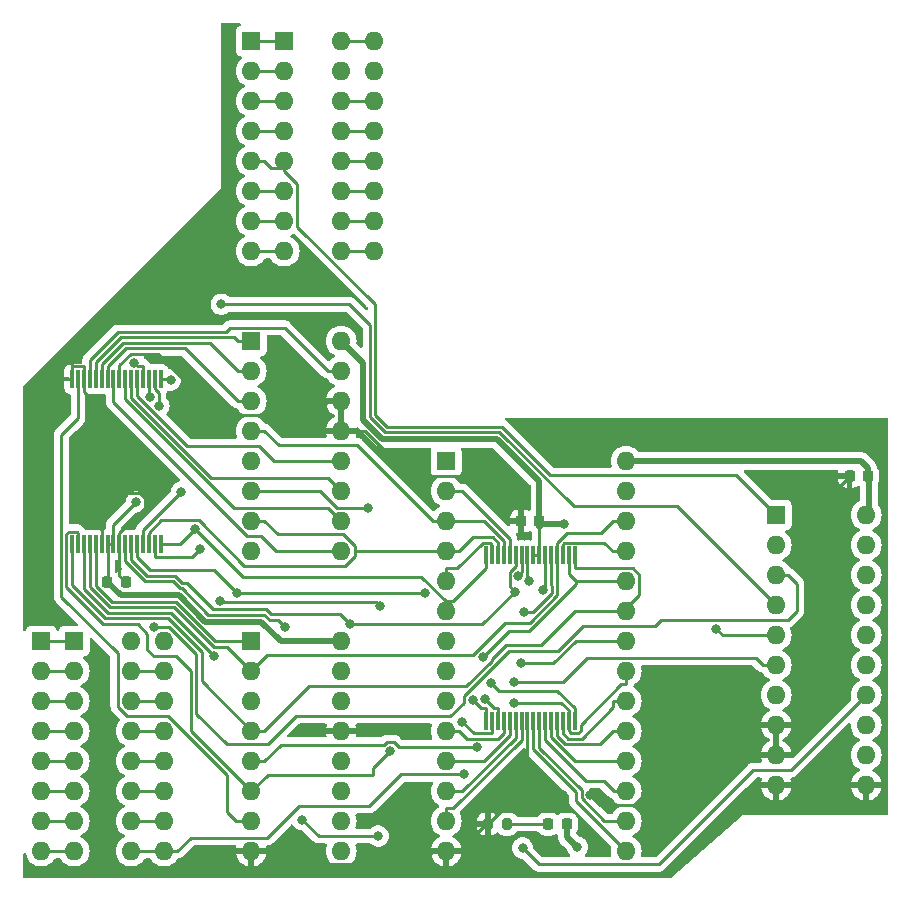
<source format=gbr>
%TF.GenerationSoftware,KiCad,Pcbnew,(7.0.0)*%
%TF.CreationDate,2023-08-04T18:21:46+01:00*%
%TF.ProjectId,DataIOROM,44617461-494f-4524-9f4d-2e6b69636164,rev?*%
%TF.SameCoordinates,Original*%
%TF.FileFunction,Copper,L1,Top*%
%TF.FilePolarity,Positive*%
%FSLAX46Y46*%
G04 Gerber Fmt 4.6, Leading zero omitted, Abs format (unit mm)*
G04 Created by KiCad (PCBNEW (7.0.0)) date 2023-08-04 18:21:46*
%MOMM*%
%LPD*%
G01*
G04 APERTURE LIST*
G04 Aperture macros list*
%AMRoundRect*
0 Rectangle with rounded corners*
0 $1 Rounding radius*
0 $2 $3 $4 $5 $6 $7 $8 $9 X,Y pos of 4 corners*
0 Add a 4 corners polygon primitive as box body*
4,1,4,$2,$3,$4,$5,$6,$7,$8,$9,$2,$3,0*
0 Add four circle primitives for the rounded corners*
1,1,$1+$1,$2,$3*
1,1,$1+$1,$4,$5*
1,1,$1+$1,$6,$7*
1,1,$1+$1,$8,$9*
0 Add four rect primitives between the rounded corners*
20,1,$1+$1,$2,$3,$4,$5,0*
20,1,$1+$1,$4,$5,$6,$7,0*
20,1,$1+$1,$6,$7,$8,$9,0*
20,1,$1+$1,$8,$9,$2,$3,0*%
G04 Aperture macros list end*
%TA.AperFunction,ComponentPad*%
%ADD10R,1.600000X1.600000*%
%TD*%
%TA.AperFunction,ComponentPad*%
%ADD11O,1.600000X1.600000*%
%TD*%
%TA.AperFunction,SMDPad,CuDef*%
%ADD12RoundRect,0.225000X-0.225000X-0.250000X0.225000X-0.250000X0.225000X0.250000X-0.225000X0.250000X0*%
%TD*%
%TA.AperFunction,SMDPad,CuDef*%
%ADD13RoundRect,0.200000X0.200000X0.275000X-0.200000X0.275000X-0.200000X-0.275000X0.200000X-0.275000X0*%
%TD*%
%TA.AperFunction,SMDPad,CuDef*%
%ADD14R,0.300000X1.500000*%
%TD*%
%TA.AperFunction,SMDPad,CuDef*%
%ADD15RoundRect,0.225000X0.225000X0.250000X-0.225000X0.250000X-0.225000X-0.250000X0.225000X-0.250000X0*%
%TD*%
%TA.AperFunction,SMDPad,CuDef*%
%ADD16RoundRect,0.218750X-0.218750X-0.256250X0.218750X-0.256250X0.218750X0.256250X-0.218750X0.256250X0*%
%TD*%
%TA.AperFunction,ViaPad*%
%ADD17C,0.800000*%
%TD*%
%TA.AperFunction,Conductor*%
%ADD18C,0.250000*%
%TD*%
%TA.AperFunction,Conductor*%
%ADD19C,0.500000*%
%TD*%
G04 APERTURE END LIST*
D10*
%TO.P,U180,1,Pin_1*%
%TO.N,U18_p1*%
X121449799Y-107187999D03*
D11*
%TO.P,U180,2,Pin_2*%
%TO.N,U18_p2*%
X121449799Y-109727999D03*
%TO.P,U180,3,Pin_3*%
%TO.N,D0*%
X121449799Y-112267999D03*
%TO.P,U180,4,Pin_4*%
%TO.N,U18_p4*%
X121449799Y-114807999D03*
%TO.P,U180,5,Pin_5*%
%TO.N,D1*%
X121449799Y-117347999D03*
%TO.P,U180,6,Pin_6*%
%TO.N,U18_p6*%
X121449799Y-119887999D03*
%TO.P,U180,7,Pin_7*%
%TO.N,D2*%
X121449799Y-122427999D03*
%TO.P,U180,8,Pin_8*%
%TO.N,U18_p8*%
X121449799Y-124967999D03*
%TO.P,U180,9,Pin_9*%
%TO.N,D3*%
X129069799Y-124967999D03*
%TO.P,U180,10,Pin_10*%
%TO.N,U18_p10*%
X129069799Y-122427999D03*
%TO.P,U180,11,Pin_11*%
%TO.N,U18_p11*%
X129069799Y-119887999D03*
%TO.P,U180,12,Pin_12*%
%TO.N,U18_p12*%
X129069799Y-117347999D03*
%TO.P,U180,13,Pin_13*%
%TO.N,U18_p13*%
X129069799Y-114807999D03*
%TO.P,U180,14,Pin_14*%
%TO.N,U18_p14*%
X129069799Y-112267999D03*
%TO.P,U180,15,Pin_15*%
%TO.N,U18_p15*%
X129069799Y-109727999D03*
%TO.P,U180,16,Pin_16*%
%TO.N,U18_p16*%
X129069799Y-107187999D03*
%TD*%
D10*
%TO.P,U70,1,Pin_1*%
%TO.N,U7_p1*%
X139229799Y-56387999D03*
D11*
%TO.P,U70,2,Pin_2*%
%TO.N,U7_p2*%
X139229799Y-58927999D03*
%TO.P,U70,3,Pin_3*%
%TO.N,U7_p3*%
X139229799Y-61467999D03*
%TO.P,U70,4,Pin_4*%
%TO.N,U7_p4*%
X139229799Y-64007999D03*
%TO.P,U70,5,Pin_5*%
%TO.N,nV02*%
X139229799Y-66547999D03*
%TO.P,U70,6,Pin_6*%
%TO.N,U7_p6*%
X139229799Y-69087999D03*
%TO.P,U70,7,Pin_7*%
%TO.N,U7_p7*%
X139229799Y-71627999D03*
%TO.P,U70,8,Pin_8*%
%TO.N,U7_p8*%
X139229799Y-74167999D03*
%TO.P,U70,9,Pin_9*%
%TO.N,U7_p9*%
X146849799Y-74167999D03*
%TO.P,U70,10,Pin_10*%
%TO.N,U7_p10*%
X146849799Y-71627999D03*
%TO.P,U70,11,Pin_11*%
%TO.N,U7_p11*%
X146849799Y-69087999D03*
%TO.P,U70,12,Pin_12*%
%TO.N,nPAGE_REGISTER_WRITE*%
X146849799Y-66547999D03*
%TO.P,U70,13,Pin_13*%
%TO.N,U7_p13*%
X146849799Y-64007999D03*
%TO.P,U70,14,Pin_14*%
%TO.N,U7_p14*%
X146849799Y-61467999D03*
%TO.P,U70,15,Pin_15*%
%TO.N,nROM_OE*%
X146849799Y-58927999D03*
%TO.P,U70,16,Pin_16*%
%TO.N,U7_p16*%
X146849799Y-56387999D03*
%TD*%
D10*
%TO.P,U18,1,Pin_1*%
%TO.N,U18_p1*%
X118655799Y-107187999D03*
D11*
%TO.P,U18,2,Pin_2*%
%TO.N,U18_p2*%
X118655799Y-109727999D03*
%TO.P,U18,3,Pin_3*%
%TO.N,D0*%
X118655799Y-112267999D03*
%TO.P,U18,4,Pin_4*%
%TO.N,U18_p4*%
X118655799Y-114807999D03*
%TO.P,U18,5,Pin_5*%
%TO.N,D1*%
X118655799Y-117347999D03*
%TO.P,U18,6,Pin_6*%
%TO.N,U18_p6*%
X118655799Y-119887999D03*
%TO.P,U18,7,Pin_7*%
%TO.N,D2*%
X118655799Y-122427999D03*
%TO.P,U18,8,Pin_8*%
%TO.N,U18_p8*%
X118655799Y-124967999D03*
%TO.P,U18,9,Pin_9*%
%TO.N,D3*%
X126275799Y-124967999D03*
%TO.P,U18,10,Pin_10*%
%TO.N,U18_p10*%
X126275799Y-122427999D03*
%TO.P,U18,11,Pin_11*%
%TO.N,U18_p11*%
X126275799Y-119887999D03*
%TO.P,U18,12,Pin_12*%
%TO.N,U18_p12*%
X126275799Y-117347999D03*
%TO.P,U18,13,Pin_13*%
%TO.N,U18_p13*%
X126275799Y-114807999D03*
%TO.P,U18,14,Pin_14*%
%TO.N,U18_p14*%
X126275799Y-112267999D03*
%TO.P,U18,15,Pin_15*%
%TO.N,U18_p15*%
X126275799Y-109727999D03*
%TO.P,U18,16,Pin_16*%
%TO.N,U18_p16*%
X126275799Y-107187999D03*
%TD*%
D10*
%TO.P,U7,1,Pin_1*%
%TO.N,U7_p1*%
X136435799Y-56387999D03*
D11*
%TO.P,U7,2,Pin_2*%
%TO.N,U7_p2*%
X136435799Y-58927999D03*
%TO.P,U7,3,Pin_3*%
%TO.N,U7_p3*%
X136435799Y-61467999D03*
%TO.P,U7,4,Pin_4*%
%TO.N,U7_p4*%
X136435799Y-64007999D03*
%TO.P,U7,5,Pin_5*%
%TO.N,nV02*%
X136435799Y-66547999D03*
%TO.P,U7,6,Pin_6*%
%TO.N,U7_p6*%
X136435799Y-69087999D03*
%TO.P,U7,7,Pin_7*%
%TO.N,U7_p7*%
X136435799Y-71627999D03*
%TO.P,U7,8,Pin_8*%
%TO.N,U7_p8*%
X136435799Y-74167999D03*
%TO.P,U7,9,Pin_9*%
%TO.N,U7_p9*%
X144055799Y-74167999D03*
%TO.P,U7,10,Pin_10*%
%TO.N,U7_p10*%
X144055799Y-71627999D03*
%TO.P,U7,11,Pin_11*%
%TO.N,U7_p11*%
X144055799Y-69087999D03*
%TO.P,U7,12,Pin_12*%
%TO.N,nPAGE_REGISTER_WRITE*%
X144055799Y-66547999D03*
%TO.P,U7,13,Pin_13*%
%TO.N,U7_p13*%
X144055799Y-64007999D03*
%TO.P,U7,14,Pin_14*%
%TO.N,U7_p14*%
X144055799Y-61467999D03*
%TO.P,U7,15,Pin_15*%
%TO.N,nROM_OE*%
X144055799Y-58927999D03*
%TO.P,U7,16,Pin_16*%
%TO.N,U7_p16*%
X144055799Y-56387999D03*
%TD*%
D10*
%TO.P,U14,1,Pin_1*%
%TO.N,U19_O3*%
X136435799Y-81787999D03*
D11*
%TO.P,U14,2,Pin_2*%
%TO.N,U19_O2*%
X136435799Y-84327999D03*
%TO.P,U14,3,Pin_3*%
%TO.N,U19_O1*%
X136435799Y-86867999D03*
%TO.P,U14,4,Pin_4*%
%TO.N,A7*%
X136435799Y-89407999D03*
%TO.P,U14,5,Pin_5*%
%TO.N,A4*%
X136435799Y-91947999D03*
%TO.P,U14,6,Pin_6*%
%TO.N,A5*%
X136435799Y-94487999D03*
%TO.P,U14,7,Pin_7*%
%TO.N,A6*%
X136435799Y-97027999D03*
%TO.P,U14,8,Pin_8*%
%TO.N,GND*%
X136435799Y-99567999D03*
%TO.P,U14,9,Pin_9*%
%TO.N,U14_O4*%
X144055799Y-99567999D03*
%TO.P,U14,10,Pin_10*%
%TO.N,U14_O3*%
X144055799Y-97027999D03*
%TO.P,U14,11,Pin_11*%
%TO.N,U14_O2*%
X144055799Y-94487999D03*
%TO.P,U14,12,Pin_12*%
%TO.N,U14_O1*%
X144055799Y-91947999D03*
%TO.P,U14,13,Pin_13*%
%TO.N,GND*%
X144055799Y-89407999D03*
%TO.P,U14,14,Pin_14*%
X144055799Y-86867999D03*
%TO.P,U14,15,Pin_15*%
%TO.N,U19_O4*%
X144055799Y-84327999D03*
%TO.P,U14,16,Pin_16*%
%TO.N,VCC*%
X144055799Y-81787999D03*
%TD*%
D12*
%TO.P,C3,1*%
%TO.N,VCC*%
X124248500Y-102168000D03*
%TO.P,C3,2*%
%TO.N,GND*%
X125798500Y-102168000D03*
%TD*%
D10*
%TO.P,U19,1,Pin_1*%
%TO.N,A14*%
X136435799Y-107187999D03*
D11*
%TO.P,U19,2,Pin_2*%
%TO.N,A13*%
X136435799Y-109727999D03*
%TO.P,U19,3,Pin_3*%
%TO.N,A12*%
X136435799Y-112267999D03*
%TO.P,U19,4,Pin_4*%
%TO.N,A11*%
X136435799Y-114807999D03*
%TO.P,U19,5,Pin_5*%
%TO.N,A8*%
X136435799Y-117347999D03*
%TO.P,U19,6,Pin_6*%
%TO.N,A9*%
X136435799Y-119887999D03*
%TO.P,U19,7,Pin_7*%
%TO.N,A10*%
X136435799Y-122427999D03*
%TO.P,U19,8,Pin_8*%
%TO.N,GND*%
X136435799Y-124967999D03*
%TO.P,U19,9,Pin_9*%
%TO.N,U19_O4*%
X144055799Y-124967999D03*
%TO.P,U19,10,Pin_10*%
%TO.N,U19_O3*%
X144055799Y-122427999D03*
%TO.P,U19,11,Pin_11*%
%TO.N,U19_O2*%
X144055799Y-119887999D03*
%TO.P,U19,12,Pin_12*%
%TO.N,U19_O1*%
X144055799Y-117347999D03*
%TO.P,U19,13,Pin_13*%
%TO.N,GND*%
X144055799Y-114807999D03*
%TO.P,U19,14,Pin_14*%
%TO.N,RnW*%
X144055799Y-112267999D03*
%TO.P,U19,15,Pin_15*%
%TO.N,A15*%
X144055799Y-109727999D03*
%TO.P,U19,16,Pin_16*%
%TO.N,VCC*%
X144055799Y-107187999D03*
%TD*%
D13*
%TO.P,R1,1*%
%TO.N,Net-(D1-K)*%
X158101800Y-122682000D03*
%TO.P,R1,2*%
%TO.N,GND*%
X156451800Y-122682000D03*
%TD*%
D14*
%TO.P,U1,1,A11*%
%TO.N,A11*%
X121273499Y-99007999D03*
%TO.P,U1,2,A9*%
%TO.N,A9*%
X121773499Y-99007999D03*
%TO.P,U1,3,A8*%
%TO.N,A8*%
X122273499Y-99007999D03*
%TO.P,U1,4,A13*%
%TO.N,A13*%
X122773499Y-99007999D03*
%TO.P,U1,5,A14*%
%TO.N,A14*%
X123273499Y-99007999D03*
%TO.P,U1,6,A17*%
%TO.N,GND*%
X123773499Y-99007999D03*
%TO.P,U1,7,PGM*%
%TO.N,VCC*%
X124273499Y-99007999D03*
%TO.P,U1,8,VCC*%
X124773499Y-99007999D03*
%TO.P,U1,9,A18*%
%TO.N,GND*%
X125273499Y-99007999D03*
%TO.P,U1,10,A16*%
%TO.N,RnW*%
X125773499Y-99007999D03*
%TO.P,U1,11,A15*%
%TO.N,A15*%
X126273499Y-99007999D03*
%TO.P,U1,12,A12*%
%TO.N,A12*%
X126773499Y-99007999D03*
%TO.P,U1,13,A7*%
%TO.N,A7*%
X127273499Y-99007999D03*
%TO.P,U1,14,A6*%
%TO.N,A6*%
X127773499Y-99007999D03*
%TO.P,U1,15,A5*%
%TO.N,A5*%
X128273499Y-99007999D03*
%TO.P,U1,16,A4*%
%TO.N,A4*%
X128773499Y-99007999D03*
%TO.P,U1,17,A3*%
%TO.N,BANK3*%
X128773499Y-85007999D03*
%TO.P,U1,18,A2*%
%TO.N,BANK2*%
X128273499Y-85007999D03*
%TO.P,U1,19,A1*%
%TO.N,BANK1*%
X127773499Y-85007999D03*
%TO.P,U1,20,A0*%
%TO.N,BANK0*%
X127273499Y-85007999D03*
%TO.P,U1,21,D0*%
%TO.N,U14_O1*%
X126773499Y-85007999D03*
%TO.P,U1,22,D1*%
%TO.N,U14_O2*%
X126273499Y-85007999D03*
%TO.P,U1,23,D2*%
%TO.N,U14_O3*%
X125773499Y-85007999D03*
%TO.P,U1,24,GND*%
%TO.N,GND*%
X125273499Y-85007999D03*
%TO.P,U1,25,D3*%
%TO.N,U14_O4*%
X124773499Y-85007999D03*
%TO.P,U1,26,D4*%
%TO.N,U19_O1*%
X124273499Y-85007999D03*
%TO.P,U1,27,D5*%
%TO.N,U19_O2*%
X123773499Y-85007999D03*
%TO.P,U1,28,D6*%
%TO.N,U19_O3*%
X123273499Y-85007999D03*
%TO.P,U1,29,D7*%
%TO.N,U19_O4*%
X122773499Y-85007999D03*
%TO.P,U1,30,CE*%
%TO.N,GND*%
X122273499Y-85007999D03*
%TO.P,U1,31,A10*%
%TO.N,A10*%
X121773499Y-85007999D03*
%TO.P,U1,32,OE*%
%TO.N,GND*%
X121273499Y-85007999D03*
%TD*%
D10*
%TO.P,U20,1,Pin_1*%
%TO.N,unconnected-(U20-Pin_1-Pad1)*%
X152945799Y-91947999D03*
D11*
%TO.P,U20,2,Pin_2*%
%TO.N,A12*%
X152945799Y-94487999D03*
%TO.P,U20,3,Pin_3*%
%TO.N,A7*%
X152945799Y-97027999D03*
%TO.P,U20,4,Pin_4*%
%TO.N,A6*%
X152945799Y-99567999D03*
%TO.P,U20,5,Pin_5*%
%TO.N,A5*%
X152945799Y-102107999D03*
%TO.P,U20,6,Pin_6*%
%TO.N,A4*%
X152945799Y-104647999D03*
%TO.P,U20,7,Pin_7*%
%TO.N,A3*%
X152945799Y-107187999D03*
%TO.P,U20,8,Pin_8*%
%TO.N,A2*%
X152945799Y-109727999D03*
%TO.P,U20,9,Pin_9*%
%TO.N,A1*%
X152945799Y-112267999D03*
%TO.P,U20,10,Pin_10*%
%TO.N,A0*%
X152945799Y-114807999D03*
%TO.P,U20,11,Pin_11*%
%TO.N,Q0*%
X152945799Y-117347999D03*
%TO.P,U20,12,Pin_12*%
%TO.N,Q1*%
X152945799Y-119887999D03*
%TO.P,U20,13,Pin_13*%
%TO.N,Q2*%
X152945799Y-122427999D03*
%TO.P,U20,14,Pin_14*%
%TO.N,GND*%
X152945799Y-124967999D03*
%TO.P,U20,15,Pin_15*%
%TO.N,Q3*%
X168185799Y-124967999D03*
%TO.P,U20,16,Pin_16*%
%TO.N,Q4*%
X168185799Y-122427999D03*
%TO.P,U20,17,Pin_17*%
%TO.N,Q5*%
X168185799Y-119887999D03*
%TO.P,U20,18,Pin_18*%
%TO.N,Q6*%
X168185799Y-117347999D03*
%TO.P,U20,19,Pin_19*%
%TO.N,Q7*%
X168185799Y-114807999D03*
%TO.P,U20,20,Pin_20*%
%TO.N,nROM_ACTIVE*%
X168185799Y-112267999D03*
%TO.P,U20,21,Pin_21*%
%TO.N,A10*%
X168185799Y-109727999D03*
%TO.P,U20,22,Pin_22*%
%TO.N,U20_nOE*%
X168185799Y-107187999D03*
%TO.P,U20,23,Pin_23*%
%TO.N,A11*%
X168185799Y-104647999D03*
%TO.P,U20,24,Pin_24*%
%TO.N,A9*%
X168185799Y-102107999D03*
%TO.P,U20,25,Pin_25*%
%TO.N,A8*%
X168185799Y-99567999D03*
%TO.P,U20,26,Pin_26*%
%TO.N,A13*%
X168185799Y-97027999D03*
%TO.P,U20,27,Pin_27*%
%TO.N,unconnected-(U20-Pin_27-Pad27)*%
X168185799Y-94487999D03*
%TO.P,U20,28,Pin_28*%
%TO.N,VCC*%
X168185799Y-91947999D03*
%TD*%
D10*
%TO.P,U3,1,I1/CLK*%
%TO.N,nV02*%
X180885799Y-96519999D03*
D11*
%TO.P,U3,2,I2*%
%TO.N,nROM_ACTIVE*%
X180885799Y-99059999D03*
%TO.P,U3,3,I3*%
%TO.N,D0*%
X180885799Y-101599999D03*
%TO.P,U3,4,I4*%
%TO.N,D1*%
X180885799Y-104139999D03*
%TO.P,U3,5,I5*%
%TO.N,D2*%
X180885799Y-106679999D03*
%TO.P,U3,6,I6*%
%TO.N,D3*%
X180885799Y-109219999D03*
%TO.P,U3,7,I7*%
%TO.N,nPAGE_REGISTER_WRITE*%
X180885799Y-111759999D03*
%TO.P,U3,8,I8*%
%TO.N,GND*%
X180885799Y-114299999D03*
%TO.P,U3,9,I9*%
X180885799Y-116839999D03*
%TO.P,U3,10,GND*%
X180885799Y-119379999D03*
%TO.P,U3,11,I10/~{OE}*%
X188505799Y-119379999D03*
%TO.P,U3,12,IO8*%
%TO.N,unconnected-(U3-IO8-Pad12)*%
X188505799Y-116839999D03*
%TO.P,U3,13,IO7*%
%TO.N,unconnected-(U3-IO7-Pad13)*%
X188505799Y-114299999D03*
%TO.P,U3,14,IO6*%
%TO.N,PA16*%
X188505799Y-111759999D03*
%TO.P,U3,15,IO5*%
%TO.N,PA14*%
X188505799Y-109219999D03*
%TO.P,U3,16,IO4*%
%TO.N,PA15*%
X188505799Y-106679999D03*
%TO.P,U3,17,I03*%
%TO.N,unconnected-(U3-I03-Pad17)*%
X188505799Y-104139999D03*
%TO.P,U3,18,IO2*%
%TO.N,unconnected-(U3-IO2-Pad18)*%
X188505799Y-101599999D03*
%TO.P,U3,19,IO1*%
%TO.N,unconnected-(U3-IO1-Pad19)*%
X188505799Y-99059999D03*
%TO.P,U3,20,VCC*%
%TO.N,VCC*%
X188505799Y-96519999D03*
%TD*%
D15*
%TO.P,C2,1*%
%TO.N,VCC*%
X160845800Y-97028000D03*
%TO.P,C2,2*%
%TO.N,GND*%
X159295800Y-97028000D03*
%TD*%
D14*
%TO.P,U2,1,A11*%
%TO.N,A11*%
X163825799Y-99923999D03*
%TO.P,U2,2,A9*%
%TO.N,A9*%
X163325799Y-99923999D03*
%TO.P,U2,3,A8*%
%TO.N,A8*%
X162825799Y-99923999D03*
%TO.P,U2,4,A13*%
%TO.N,A13*%
X162325799Y-99923999D03*
%TO.P,U2,5,A14*%
%TO.N,A14*%
X161825799Y-99923999D03*
%TO.P,U2,6,A17*%
%TO.N,A17*%
X161325799Y-99923999D03*
%TO.P,U2,7,PGM*%
%TO.N,VCC*%
X160825799Y-99923999D03*
%TO.P,U2,8,VCC*%
X160325799Y-99923999D03*
%TO.P,U2,9,A18*%
%TO.N,A18*%
X159825799Y-99923999D03*
%TO.P,U2,10,A16*%
%TO.N,A16*%
X159325799Y-99923999D03*
%TO.P,U2,11,A15*%
%TO.N,A15*%
X158825799Y-99923999D03*
%TO.P,U2,12,A12*%
%TO.N,A12*%
X158325799Y-99923999D03*
%TO.P,U2,13,A7*%
%TO.N,A7*%
X157825799Y-99923999D03*
%TO.P,U2,14,A6*%
%TO.N,A6*%
X157325799Y-99923999D03*
%TO.P,U2,15,A5*%
%TO.N,A5*%
X156825799Y-99923999D03*
%TO.P,U2,16,A4*%
%TO.N,A4*%
X156325799Y-99923999D03*
%TO.P,U2,17,A3*%
%TO.N,A3*%
X156325799Y-113923999D03*
%TO.P,U2,18,A2*%
%TO.N,A2*%
X156825799Y-113923999D03*
%TO.P,U2,19,A1*%
%TO.N,A1*%
X157325799Y-113923999D03*
%TO.P,U2,20,A0*%
%TO.N,A0*%
X157825799Y-113923999D03*
%TO.P,U2,21,D0*%
%TO.N,Q0*%
X158325799Y-113923999D03*
%TO.P,U2,22,D1*%
%TO.N,Q1*%
X158825799Y-113923999D03*
%TO.P,U2,23,D2*%
%TO.N,Q2*%
X159325799Y-113923999D03*
%TO.P,U2,24,GND*%
%TO.N,GND*%
X159825799Y-113923999D03*
%TO.P,U2,25,D3*%
%TO.N,Q3*%
X160325799Y-113923999D03*
%TO.P,U2,26,D4*%
%TO.N,Q4*%
X160825799Y-113923999D03*
%TO.P,U2,27,D5*%
%TO.N,Q5*%
X161325799Y-113923999D03*
%TO.P,U2,28,D6*%
%TO.N,Q6*%
X161825799Y-113923999D03*
%TO.P,U2,29,D7*%
%TO.N,Q7*%
X162325799Y-113923999D03*
%TO.P,U2,30,CE*%
%TO.N,nROM_ACTIVE*%
X162825799Y-113923999D03*
%TO.P,U2,31,A10*%
%TO.N,A10*%
X163325799Y-113923999D03*
%TO.P,U2,32,OE*%
%TO.N,nROM_OE*%
X163825799Y-113923999D03*
%TD*%
D15*
%TO.P,C1,1*%
%TO.N,VCC*%
X188645800Y-93218000D03*
%TO.P,C1,2*%
%TO.N,GND*%
X187095800Y-93218000D03*
%TD*%
D16*
%TO.P,D1,1,K*%
%TO.N,Net-(D1-K)*%
X161569300Y-122682000D03*
%TO.P,D1,2,A*%
%TO.N,VCC*%
X163144300Y-122682000D03*
%TD*%
D17*
%TO.N,nROM_OE*%
X156751100Y-110753500D03*
%TO.N,D3*%
X158652100Y-110621900D03*
X154436300Y-118473400D03*
%TO.N,D2*%
X175831201Y-106134500D03*
X147310800Y-104261200D03*
X133762493Y-103788498D03*
%TO.N,D1*%
X133902700Y-78675400D03*
%TO.N,D0*%
X128180800Y-105959003D03*
%TO.N,A1*%
X156253600Y-112103000D03*
%TO.N,A2*%
X154323000Y-114034700D03*
%TO.N,A3*%
X155234500Y-112150700D03*
%TO.N,A18*%
X159930800Y-102108000D03*
%TO.N,A17*%
X161184234Y-102832500D03*
%TO.N,PA16*%
X159422800Y-124714000D03*
%TO.N,A16*%
X159039807Y-101655081D03*
%TO.N,U20_nOE*%
X159311500Y-109087000D03*
%TO.N,BANK3*%
X129613888Y-85092388D03*
%TO.N,A15*%
X144803200Y-105782000D03*
X158768700Y-102999300D03*
%TO.N,RnW*%
X139264638Y-105997062D03*
%TO.N,A10*%
X158664900Y-112417100D03*
X147193000Y-123698000D03*
X140753800Y-122301000D03*
%TO.N,A9*%
X148191100Y-116503700D03*
X156090200Y-108539300D03*
%TO.N,A8*%
X155593300Y-116190900D03*
X133269100Y-108422800D03*
%TO.N,A12*%
X151135900Y-103138700D03*
X135272400Y-103138700D03*
%TO.N,A14*%
X159568200Y-104720900D03*
%TO.N,A5*%
X132089800Y-99424100D03*
X146301000Y-95902600D03*
%TO.N,A4*%
X131695651Y-97695551D03*
%TO.N,A7*%
X130518000Y-94553800D03*
%TO.N,BANK2*%
X128616612Y-87269888D03*
%TO.N,BANK1*%
X127841862Y-86495138D03*
%TO.N,BANK0*%
X126539100Y-83621800D03*
%TO.N,GND*%
X122523200Y-89483000D03*
X159370800Y-121488000D03*
X165137500Y-120197800D03*
X162845001Y-120215100D03*
%TO.N,VCC*%
X162884300Y-97277900D03*
X126707600Y-95397600D03*
X164045799Y-124637999D03*
%TD*%
D18*
%TO.N,D0*%
X129457703Y-105959003D02*
X128180800Y-105959003D01*
X131790299Y-108291599D02*
X129457703Y-105959003D01*
X131790299Y-113337499D02*
X131790299Y-108291599D01*
X134386200Y-115933400D02*
X131790299Y-113337499D01*
X137845700Y-115933400D02*
X134386200Y-115933400D01*
X140241100Y-113538000D02*
X137845700Y-115933400D01*
X153306800Y-113538000D02*
X140241100Y-113538000D01*
X154444400Y-112400400D02*
X153306800Y-113538000D01*
X154444400Y-111847800D02*
X154444400Y-112400400D01*
X158280000Y-108012200D02*
X154444400Y-111847800D01*
X162449100Y-108012200D02*
X158280000Y-108012200D01*
X164543300Y-105918000D02*
X162449100Y-108012200D01*
X170617100Y-105918000D02*
X164543300Y-105918000D01*
X182626000Y-104648000D02*
X181864000Y-105410000D01*
X182626000Y-102362000D02*
X182626000Y-104648000D01*
X181864000Y-101600000D02*
X182626000Y-102362000D01*
X180885800Y-101600000D02*
X181864000Y-101600000D01*
X171125100Y-105410000D02*
X170617100Y-105918000D01*
%TO.N,D2*%
X176376701Y-106680000D02*
X175831201Y-106134500D01*
X180885800Y-106680000D02*
X176376701Y-106680000D01*
%TO.N,D0*%
X181864000Y-105410000D02*
X171125100Y-105410000D01*
%TO.N,GND*%
X181991000Y-114300000D02*
X180885800Y-114300000D01*
X185674000Y-94639800D02*
X185674000Y-110617000D01*
X187095800Y-93218000D02*
X185674000Y-94639800D01*
X185674000Y-110617000D02*
X181991000Y-114300000D01*
X161134100Y-119724700D02*
X161624500Y-120215100D01*
X161624500Y-120215100D02*
X162845001Y-120215100D01*
%TO.N,A10*%
X140753800Y-122301000D02*
X142150800Y-123698000D01*
X142150800Y-123698000D02*
X147193000Y-123698000D01*
%TO.N,A9*%
X131340798Y-114792998D02*
X136435800Y-119888000D01*
X131340798Y-109712998D02*
X131340798Y-114792998D01*
X130085800Y-108458000D02*
X131340798Y-109712998D01*
X128180800Y-108458000D02*
X130085800Y-108458000D01*
X127635000Y-107912200D02*
X128180800Y-108458000D01*
X127635000Y-106553000D02*
X127635000Y-107912200D01*
X126852900Y-105770900D02*
X127635000Y-106553000D01*
X123930600Y-105770900D02*
X126852900Y-105770900D01*
X120798200Y-102638500D02*
X123930600Y-105770900D01*
X120988700Y-97932700D02*
X120798200Y-98123200D01*
X121773500Y-99008000D02*
X121773500Y-98008000D01*
X121773500Y-98008000D02*
X121698200Y-97932700D01*
X121698200Y-97932700D02*
X120988700Y-97932700D01*
X120798200Y-98123200D02*
X120798200Y-102638500D01*
%TO.N,A8*%
X122273500Y-102778880D02*
X122273500Y-99008000D01*
X129631302Y-104785002D02*
X124279622Y-104785002D01*
X124279622Y-104785002D02*
X122273500Y-102778880D01*
X133269100Y-108422800D02*
X129631302Y-104785002D01*
%TO.N,A13*%
X122773500Y-102643190D02*
X122773500Y-99008000D01*
X129918001Y-104335501D02*
X124465811Y-104335501D01*
X133267900Y-107685400D02*
X129918001Y-104335501D01*
X136435800Y-109728000D02*
X134393200Y-107685400D01*
%TO.N,RnW*%
X138666875Y-105399299D02*
X139264638Y-105997062D01*
X137959566Y-105399299D02*
X138666875Y-105399299D01*
X137923762Y-105363499D02*
X137923767Y-105363499D01*
%TO.N,A13*%
X134393200Y-107685400D02*
X133267900Y-107685400D01*
%TO.N,RnW*%
X137522762Y-104962499D02*
X137923762Y-105363499D01*
X132805624Y-104962499D02*
X137522762Y-104962499D01*
%TO.N,A13*%
X124465811Y-104335501D02*
X122773500Y-102643190D01*
%TO.N,RnW*%
X130413366Y-102736998D02*
X130580122Y-102736998D01*
X129784368Y-102108000D02*
X130413366Y-102736998D01*
X125773500Y-100424200D02*
X127457300Y-102108000D01*
X125773500Y-99008000D02*
X125773500Y-100424200D01*
D19*
%TO.N,VCC*%
X125391500Y-103311000D02*
X124248500Y-102168000D01*
X130342156Y-103311499D02*
X130175399Y-103311499D01*
X132567658Y-105537000D02*
X130342156Y-103311499D01*
X137284795Y-105537000D02*
X132567658Y-105537000D01*
D18*
%TO.N,RnW*%
X130580122Y-102736998D02*
X132805624Y-104962499D01*
D19*
%TO.N,VCC*%
X138935795Y-107188000D02*
X137284795Y-105537000D01*
D18*
%TO.N,RnW*%
X127457300Y-102108000D02*
X129784368Y-102108000D01*
%TO.N,A14*%
X123273500Y-102507500D02*
X123273500Y-99008000D01*
X133406190Y-107188000D02*
X130104190Y-103886000D01*
X136435800Y-107188000D02*
X133406190Y-107188000D01*
D19*
%TO.N,VCC*%
X130174900Y-103311000D02*
X125391500Y-103311000D01*
X130175399Y-103311499D02*
X130174900Y-103311000D01*
X144055800Y-107188000D02*
X138935795Y-107188000D01*
D18*
%TO.N,RnW*%
X137923767Y-105363499D02*
X137959566Y-105399299D01*
%TO.N,A14*%
X124652000Y-103886000D02*
X123273500Y-102507500D01*
X130104190Y-103886000D02*
X124652000Y-103886000D01*
%TO.N,A15*%
X126273500Y-100287300D02*
X126273500Y-99008000D01*
X127644699Y-101658499D02*
X126273500Y-100287300D01*
X129970557Y-101658499D02*
X127644699Y-101658499D01*
X130599056Y-102286998D02*
X129970557Y-101658499D01*
X130989688Y-102286998D02*
X130599056Y-102286998D01*
X133215688Y-104512998D02*
X130989688Y-102286998D01*
X137708951Y-104512998D02*
X133215688Y-104512998D01*
X138109948Y-104913995D02*
X137708951Y-104512998D01*
X143935195Y-104913995D02*
X138109948Y-104913995D01*
X144803200Y-105782000D02*
X143935195Y-104913995D01*
%TO.N,D2*%
X133889493Y-103915498D02*
X133762493Y-103788498D01*
X146965098Y-103915498D02*
X133889493Y-103915498D01*
X147310800Y-104261200D02*
X146965098Y-103915498D01*
D19*
%TO.N,VCC*%
X188645800Y-92506800D02*
X188087000Y-91948000D01*
X188087000Y-91948000D02*
X168185800Y-91948000D01*
X188645800Y-93218000D02*
X188645800Y-92506800D01*
X188722000Y-96303800D02*
X188722000Y-93294200D01*
X188722000Y-93294200D02*
X188645800Y-93218000D01*
X188505800Y-96520000D02*
X188722000Y-96303800D01*
D18*
%TO.N,nV02*%
X139229800Y-67391900D02*
X139229800Y-67110600D01*
X140355100Y-68517200D02*
X139229800Y-67391900D01*
X140355100Y-72093800D02*
X140355100Y-68517200D01*
X146939000Y-88011000D02*
X146939000Y-78677700D01*
X147955000Y-89027000D02*
X146939000Y-88011000D01*
X157646180Y-89027000D02*
X147955000Y-89027000D01*
X161744802Y-93125622D02*
X157646180Y-89027000D01*
X177491422Y-93125622D02*
X161744802Y-93125622D01*
X180885800Y-96520000D02*
X177491422Y-93125622D01*
%TO.N,GND*%
X159295800Y-95123000D02*
X159295800Y-97028000D01*
X157390800Y-93218000D02*
X159295800Y-95123000D01*
X149885375Y-93218000D02*
X157390800Y-93218000D01*
X146075375Y-89408000D02*
X149885375Y-93218000D01*
X144055800Y-89408000D02*
X146075375Y-89408000D01*
D19*
%TO.N,VCC*%
X160845800Y-93674778D02*
X160845800Y-97028000D01*
X157222024Y-90051002D02*
X160845800Y-93674778D01*
X147530845Y-90051002D02*
X157222024Y-90051002D01*
X144055800Y-81788000D02*
X145914998Y-83647198D01*
D18*
%TO.N,nV02*%
X146939000Y-78677700D02*
X140355100Y-72093800D01*
%TO.N,D1*%
X144753200Y-78675400D02*
X133902700Y-78675400D01*
X146489499Y-80411699D02*
X144753200Y-78675400D01*
X147768811Y-89476501D02*
X146489499Y-88197189D01*
X146489499Y-88197189D02*
X146489499Y-80411699D01*
X157459991Y-89476501D02*
X147768811Y-89476501D01*
X163741490Y-95758000D02*
X157459991Y-89476501D01*
D19*
%TO.N,VCC*%
X145914998Y-88435156D02*
X147530845Y-90051002D01*
D18*
%TO.N,D1*%
X180885800Y-104140000D02*
X172503800Y-95758000D01*
X172503800Y-95758000D02*
X163741490Y-95758000D01*
D19*
%TO.N,VCC*%
X145914998Y-83647198D02*
X145914998Y-88435156D01*
D18*
X124273500Y-99008000D02*
X124773500Y-99008000D01*
X124773500Y-97331700D02*
X124773500Y-99008000D01*
%TO.N,Q5*%
X164805100Y-119039700D02*
X166283700Y-119039700D01*
X166283700Y-119039700D02*
X167132000Y-119888000D01*
X167132000Y-119888000D02*
X168185800Y-119888000D01*
X161325800Y-115560400D02*
X164805100Y-119039700D01*
X161325800Y-113924000D02*
X161325800Y-115560400D01*
%TO.N,Q3*%
X160325800Y-116363500D02*
X160325800Y-113924000D01*
X163963499Y-120745699D02*
X163963499Y-120001199D01*
X168185800Y-124968000D02*
X163963499Y-120745699D01*
%TO.N,Q4*%
X166343102Y-122428000D02*
X168185800Y-122428000D01*
X164413000Y-120497898D02*
X166343102Y-122428000D01*
X160825800Y-116210700D02*
X164413000Y-119797900D01*
X160825800Y-113924000D02*
X160825800Y-116210700D01*
%TO.N,GND*%
X165971400Y-121031700D02*
X165137500Y-120197800D01*
X168842300Y-121031700D02*
X165971400Y-121031700D01*
X173034000Y-116840000D02*
X168842300Y-121031700D01*
X180885800Y-116840000D02*
X173034000Y-116840000D01*
%TO.N,Q4*%
X164413000Y-119797900D02*
X164413000Y-120497898D01*
%TO.N,Q3*%
X163963499Y-120001199D02*
X160325800Y-116363500D01*
D19*
%TO.N,VCC*%
X163144300Y-123736500D02*
X164045799Y-124637999D01*
X163144300Y-122682000D02*
X163144300Y-123736500D01*
D18*
%TO.N,A11*%
X132239800Y-110612000D02*
X136435800Y-114808000D01*
X124093433Y-105234503D02*
X129370103Y-105234503D01*
X121273500Y-99008000D02*
X121273500Y-102414570D01*
X129370103Y-105234503D02*
X132239800Y-108104200D01*
X121273500Y-102414570D02*
X124093433Y-105234503D01*
X132239800Y-108104200D02*
X132239800Y-110612000D01*
%TO.N,BANK1*%
X127798500Y-85033000D02*
X127798500Y-86451776D01*
X127798500Y-86451776D02*
X127841862Y-86495138D01*
X127773500Y-85008000D02*
X127798500Y-85033000D01*
%TO.N,U14_O3*%
X142930500Y-95902700D02*
X144055800Y-97028000D01*
X134953446Y-95902700D02*
X142930500Y-95902700D01*
X125773500Y-85008000D02*
X125773500Y-86722754D01*
%TO.N,U14_O2*%
X142930500Y-93362700D02*
X144055800Y-94488000D01*
X133049136Y-93362700D02*
X142930500Y-93362700D01*
X126273500Y-86587064D02*
X133049136Y-93362700D01*
%TO.N,U14_O1*%
X138342500Y-91948000D02*
X144055800Y-91948000D01*
X137072500Y-90678000D02*
X138342500Y-91948000D01*
X131000126Y-90678000D02*
X137072500Y-90678000D01*
%TO.N,U14_O3*%
X125773500Y-86722754D02*
X134953446Y-95902700D01*
%TO.N,U14_O2*%
X126273500Y-85008000D02*
X126273500Y-86587064D01*
%TO.N,U14_O1*%
X126773500Y-85008000D02*
X126773500Y-86451374D01*
%TO.N,BANK2*%
X128616612Y-86217112D02*
X128616612Y-87269888D01*
X128273500Y-85874000D02*
X128616612Y-86217112D01*
%TO.N,U14_O1*%
X126773500Y-86451374D02*
X131000126Y-90678000D01*
%TO.N,BANK2*%
X128273500Y-85008000D02*
X128273500Y-85874000D01*
%TO.N,BANK3*%
X129529500Y-85008000D02*
X129613888Y-85092388D01*
X128773500Y-85008000D02*
X129529500Y-85008000D01*
%TO.N,A6*%
X127773500Y-98008000D02*
X127773500Y-99008000D01*
X135862698Y-100838000D02*
X131995749Y-96971051D01*
X145221800Y-99993900D02*
X144377700Y-100838000D01*
X145221800Y-99568000D02*
X145221800Y-99993900D01*
X144377700Y-100838000D02*
X135862698Y-100838000D01*
X131995749Y-96971051D02*
X128810449Y-96971051D01*
X128810449Y-96971051D02*
X127773500Y-98008000D01*
%TO.N,A4*%
X135733400Y-101733300D02*
X131695651Y-97695551D01*
X152945800Y-103838400D02*
X150840700Y-101733300D01*
X130383202Y-99008000D02*
X131695651Y-97695551D01*
X150840700Y-101733300D02*
X135733400Y-101733300D01*
X128773500Y-99008000D02*
X130383202Y-99008000D01*
%TO.N,U19_O4*%
X139265100Y-80662600D02*
X142930500Y-84328000D01*
X134644400Y-80662600D02*
X139265100Y-80662600D01*
X125120600Y-81026000D02*
X134281000Y-81026000D01*
X134281000Y-81026000D02*
X134644400Y-80662600D01*
X142930500Y-84328000D02*
X144055800Y-84328000D01*
X122773500Y-83373100D02*
X125120600Y-81026000D01*
X122773500Y-85008000D02*
X122773500Y-83373100D01*
%TO.N,A9*%
X137832800Y-118491000D02*
X136435800Y-119888000D01*
X146722800Y-118491000D02*
X137832800Y-118491000D01*
X146722800Y-117972000D02*
X146722800Y-118491000D01*
X148191100Y-116503700D02*
X146722800Y-117972000D01*
%TO.N,D1*%
X121449800Y-117348000D02*
X118655800Y-117348000D01*
%TO.N,D3*%
X140499800Y-121158000D02*
X146432800Y-121158000D01*
X149117400Y-118473400D02*
X154436300Y-118473400D01*
X131320400Y-123842700D02*
X137815100Y-123842700D01*
X146432800Y-121158000D02*
X149117400Y-118473400D01*
X130195100Y-124968000D02*
X131320400Y-123842700D01*
X137815100Y-123842700D02*
X140499800Y-121158000D01*
X129069800Y-124968000D02*
X130195100Y-124968000D01*
%TO.N,A10*%
X135165800Y-122428000D02*
X136435800Y-122428000D01*
X134403800Y-121666000D02*
X135165800Y-122428000D01*
X134403800Y-118550400D02*
X134403800Y-121666000D01*
X125945600Y-113538000D02*
X129391400Y-113538000D01*
X129391400Y-113538000D02*
X134403800Y-118550400D01*
X125150400Y-108219900D02*
X125150400Y-112742800D01*
X120347800Y-103417300D02*
X125150400Y-108219900D01*
X121773500Y-88295100D02*
X120347800Y-89720800D01*
X120347800Y-89720800D02*
X120347800Y-103417300D01*
X121773500Y-85008000D02*
X121773500Y-88295100D01*
X125150400Y-112742800D02*
X125945600Y-113538000D01*
%TO.N,PA16*%
X160802200Y-126093400D02*
X159422800Y-124714000D01*
X178933900Y-118110000D02*
X170950500Y-126093400D01*
X188505800Y-111760000D02*
X182155800Y-118110000D01*
X182155800Y-118110000D02*
X178933900Y-118110000D01*
X170950500Y-126093400D02*
X160802200Y-126093400D01*
%TO.N,A15*%
X158315307Y-101354983D02*
X158315307Y-102545907D01*
X158825800Y-100844490D02*
X158315307Y-101354983D01*
X158315307Y-102545907D02*
X158768700Y-102999300D01*
%TO.N,A18*%
X159825800Y-102003000D02*
X159930800Y-102108000D01*
%TO.N,A16*%
X159325800Y-101369088D02*
X159039807Y-101655081D01*
%TO.N,A9*%
X163934700Y-102378012D02*
X163934700Y-102079200D01*
%TO.N,A15*%
X158825800Y-99924000D02*
X158825800Y-100844490D01*
%TO.N,A9*%
X158287600Y-106341900D02*
X159970812Y-106341900D01*
X156090200Y-108539300D02*
X158287600Y-106341900D01*
%TO.N,A13*%
X137758800Y-108405000D02*
X136435800Y-109728000D01*
X155198900Y-108405000D02*
X137758800Y-108405000D01*
X162358235Y-103318787D02*
X160010522Y-105666500D01*
X162325800Y-102313778D02*
X162358235Y-102346213D01*
X162325800Y-99924000D02*
X162325800Y-102313778D01*
%TO.N,A14*%
X160320432Y-104720900D02*
X159568200Y-104720900D01*
X161908734Y-103132598D02*
X160320432Y-104720900D01*
X161908734Y-102532402D02*
X161908734Y-103132598D01*
X161825800Y-102449468D02*
X161908734Y-102532402D01*
%TO.N,A13*%
X162358235Y-102346213D02*
X162358235Y-103318787D01*
%TO.N,A17*%
X161325800Y-99924000D02*
X161325800Y-102690934D01*
%TO.N,A16*%
X159325800Y-99924000D02*
X159325800Y-101369088D01*
%TO.N,A17*%
X161325800Y-102690934D02*
X161184234Y-102832500D01*
%TO.N,A13*%
X160010522Y-105666500D02*
X157937400Y-105666500D01*
X157937400Y-105666500D02*
X155198900Y-108405000D01*
%TO.N,A18*%
X159825800Y-99924000D02*
X159825800Y-102003000D01*
%TO.N,A9*%
X159970812Y-106341900D02*
X163934700Y-102378012D01*
%TO.N,A14*%
X161825800Y-99924000D02*
X161825800Y-102449468D01*
%TO.N,U18_p15*%
X126275800Y-109728000D02*
X129069800Y-109728000D01*
%TO.N,U18_p14*%
X126275800Y-112268000D02*
X129069800Y-112268000D01*
%TO.N,U18_p13*%
X126275800Y-114808000D02*
X129069800Y-114808000D01*
%TO.N,U18_p12*%
X126275800Y-117348000D02*
X129069800Y-117348000D01*
%TO.N,U18_p11*%
X126275800Y-119888000D02*
X129069800Y-119888000D01*
%TO.N,U18_p10*%
X126275800Y-122428000D02*
X129069800Y-122428000D01*
%TO.N,U18_p8*%
X118655800Y-124968000D02*
X121449800Y-124968000D01*
%TO.N,U18_p6*%
X118655800Y-119888000D02*
X121449800Y-119888000D01*
%TO.N,U18_p4*%
X118655800Y-114808000D02*
X121449800Y-114808000D01*
%TO.N,U18_p2*%
X118655800Y-109728000D02*
X121449800Y-109728000D01*
%TO.N,U18_p1*%
X118655800Y-107188000D02*
X121449800Y-107188000D01*
%TO.N,U7_p16*%
X144055800Y-56388000D02*
X146849800Y-56388000D01*
%TO.N,U7_p14*%
X144055800Y-61468000D02*
X146849800Y-61468000D01*
%TO.N,U7_p13*%
X144055800Y-64008000D02*
X146849800Y-64008000D01*
%TO.N,U7_p11*%
X144055800Y-69088000D02*
X146849800Y-69088000D01*
%TO.N,U7_p10*%
X144055800Y-71628000D02*
X146849800Y-71628000D01*
%TO.N,U7_p9*%
X144055800Y-74168000D02*
X146849800Y-74168000D01*
%TO.N,U7_p8*%
X136435800Y-74168000D02*
X139229800Y-74168000D01*
%TO.N,U7_p7*%
X136435800Y-71628000D02*
X139229800Y-71628000D01*
%TO.N,U7_p6*%
X136435800Y-69088000D02*
X139229800Y-69088000D01*
%TO.N,U7_p4*%
X136435800Y-64008000D02*
X139229800Y-64008000D01*
%TO.N,U7_p3*%
X136435800Y-61468000D02*
X139229800Y-61468000D01*
%TO.N,U7_p2*%
X136435800Y-58928000D02*
X139229800Y-58928000D01*
%TO.N,U7_p1*%
X136435800Y-56388000D02*
X139229800Y-56388000D01*
%TO.N,nROM_OE*%
X163825800Y-113924000D02*
X163825800Y-112848700D01*
X157383200Y-111385600D02*
X156751100Y-110753500D01*
X162362700Y-111385600D02*
X157383200Y-111385600D01*
X163825800Y-112848700D02*
X162362700Y-111385600D01*
%TO.N,nPAGE_REGISTER_WRITE*%
X144055800Y-66548000D02*
X146849800Y-66548000D01*
%TO.N,nV02*%
X139229800Y-66548000D02*
X139229800Y-67110600D01*
X138123700Y-67110600D02*
X137561100Y-66548000D01*
X139229800Y-67110600D02*
X138123700Y-67110600D01*
X136435800Y-66548000D02*
X137561100Y-66548000D01*
%TO.N,D3*%
X129069800Y-124968000D02*
X126275800Y-124968000D01*
X180885800Y-109220000D02*
X179760500Y-109220000D01*
X162859100Y-110621900D02*
X158652100Y-110621900D01*
X164884300Y-108596700D02*
X162859100Y-110621900D01*
X179137200Y-108596700D02*
X164884300Y-108596700D01*
X179760500Y-109220000D02*
X179137200Y-108596700D01*
%TO.N,D2*%
X118655800Y-122428000D02*
X121449800Y-122428000D01*
%TO.N,D0*%
X121449800Y-112268000D02*
X118655800Y-112268000D01*
%TO.N,nROM_ACTIVE*%
X168185800Y-112268000D02*
X167060500Y-112268000D01*
X162825800Y-113924000D02*
X162825800Y-114999300D01*
X167060500Y-112810000D02*
X167060500Y-112268000D01*
X164420900Y-115449600D02*
X167060500Y-112810000D01*
X163276100Y-115449600D02*
X164420900Y-115449600D01*
X162825800Y-114999300D02*
X163276100Y-115449600D01*
%TO.N,Q7*%
X168185800Y-114808000D02*
X167060500Y-114808000D01*
X165968600Y-115899900D02*
X167060500Y-114808000D01*
X163018700Y-115899900D02*
X165968600Y-115899900D01*
X162325800Y-115207000D02*
X163018700Y-115899900D01*
X162325800Y-113924000D02*
X162325800Y-115207000D01*
%TO.N,Q6*%
X163829900Y-117348000D02*
X168185800Y-117348000D01*
X161825800Y-115343900D02*
X163829900Y-117348000D01*
X161825800Y-113924000D02*
X161825800Y-115343900D01*
%TO.N,Q2*%
X159325800Y-115538100D02*
X159325800Y-113924000D01*
X153561200Y-121302700D02*
X159325800Y-115538100D01*
X152945800Y-121302700D02*
X153561200Y-121302700D01*
X152945800Y-122428000D02*
X152945800Y-121302700D01*
%TO.N,Q1*%
X158825800Y-113924000D02*
X158825800Y-114999300D01*
X158825800Y-115369400D02*
X158825800Y-114999300D01*
X154307200Y-119888000D02*
X158825800Y-115369400D01*
X152945800Y-119888000D02*
X154307200Y-119888000D01*
%TO.N,Q0*%
X158325800Y-113924000D02*
X158325800Y-114999300D01*
X152945800Y-117348000D02*
X154071100Y-117348000D01*
X156155400Y-117348000D02*
X154071100Y-117348000D01*
X158325800Y-115177600D02*
X156155400Y-117348000D01*
X158325800Y-114999300D02*
X158325800Y-115177600D01*
%TO.N,A0*%
X157371100Y-115454000D02*
X157825800Y-114999300D01*
X154717100Y-115454000D02*
X157371100Y-115454000D01*
X154071100Y-114808000D02*
X154717100Y-115454000D01*
X152945800Y-114808000D02*
X154071100Y-114808000D01*
X157825800Y-113924000D02*
X157825800Y-114999300D01*
%TO.N,A1*%
X157325800Y-113924000D02*
X157325800Y-112848700D01*
X156999300Y-112848700D02*
X156253600Y-112103000D01*
X157325800Y-112848700D02*
X156999300Y-112848700D01*
%TO.N,A2*%
X156825800Y-113924000D02*
X156825800Y-114999300D01*
X155287600Y-114999300D02*
X156825800Y-114999300D01*
X154323000Y-114034700D02*
X155287600Y-114999300D01*
%TO.N,A3*%
X155932500Y-112848700D02*
X156325800Y-112848700D01*
X155234500Y-112150700D02*
X155932500Y-112848700D01*
X156325800Y-113924000D02*
X156325800Y-112848700D01*
%TO.N,U20_nOE*%
X168185800Y-107188000D02*
X167060500Y-107188000D01*
X163910200Y-107188000D02*
X167060500Y-107188000D01*
X162011200Y-109087000D02*
X163910200Y-107188000D01*
X159311500Y-109087000D02*
X162011200Y-109087000D01*
%TO.N,A15*%
X155986000Y-105782000D02*
X144803200Y-105782000D01*
X158768700Y-102999300D02*
X155986000Y-105782000D01*
%TO.N,A10*%
X168185800Y-109728000D02*
X168185800Y-110853300D01*
X163325800Y-114784100D02*
X163325800Y-113924000D01*
X163541000Y-114999300D02*
X163325800Y-114784100D01*
X164140800Y-114999300D02*
X163541000Y-114999300D01*
X164329200Y-114810900D02*
X164140800Y-114999300D01*
X164329200Y-114287900D02*
X164329200Y-114810900D01*
X167763800Y-110853300D02*
X164329200Y-114287900D01*
X168185800Y-110853300D02*
X167763800Y-110853300D01*
X162687100Y-112417100D02*
X158664900Y-112417100D01*
X163325800Y-113055800D02*
X162687100Y-112417100D01*
X163325800Y-113924000D02*
X163325800Y-113055800D01*
%TO.N,A9*%
X163325800Y-99924000D02*
X163325800Y-100999300D01*
X168185800Y-102108000D02*
X167060500Y-102108000D01*
X167031700Y-102079200D02*
X167060500Y-102108000D01*
X163934700Y-102079200D02*
X167031700Y-102079200D01*
X163325800Y-101470300D02*
X163325800Y-100999300D01*
X163934700Y-102079200D02*
X163325800Y-101470300D01*
%TO.N,A8*%
X136435800Y-117348000D02*
X137561100Y-117348000D01*
X162825800Y-98985600D02*
X162825800Y-99924000D01*
X162962800Y-98848600D02*
X162825800Y-98985600D01*
X166341100Y-98848600D02*
X162962800Y-98848600D01*
X167060500Y-99568000D02*
X166341100Y-98848600D01*
X168185800Y-99568000D02*
X167060500Y-99568000D01*
X138940700Y-115968400D02*
X137561100Y-117348000D01*
X147700700Y-115968400D02*
X138940700Y-115968400D01*
X147915200Y-115753900D02*
X147700700Y-115968400D01*
X148537000Y-115753900D02*
X147915200Y-115753900D01*
X148974000Y-116190900D02*
X148537000Y-115753900D01*
X155593300Y-116190900D02*
X148974000Y-116190900D01*
%TO.N,A11*%
X136435800Y-114808000D02*
X137561100Y-114808000D01*
X168185800Y-104648000D02*
X167910600Y-104648000D01*
X167910600Y-104648000D02*
X167060500Y-104648000D01*
X164284400Y-100999300D02*
X163825800Y-100999300D01*
X164301100Y-100982600D02*
X164284400Y-100999300D01*
X168727400Y-100982600D02*
X164301100Y-100982600D01*
X169311100Y-101566300D02*
X168727400Y-100982600D01*
X169311100Y-103247500D02*
X169311100Y-101566300D01*
X167910600Y-104648000D02*
X169311100Y-103247500D01*
X163825800Y-99924000D02*
X163825800Y-100999300D01*
X163829900Y-104648000D02*
X167060500Y-104648000D01*
X160947100Y-107530800D02*
X163829900Y-104648000D01*
X158011900Y-107530800D02*
X160947100Y-107530800D01*
X156815500Y-108727200D02*
X158011900Y-107530800D01*
X156815500Y-108839800D02*
X156815500Y-108727200D01*
X154657300Y-110998000D02*
X156815500Y-108839800D01*
X141371100Y-110998000D02*
X154657300Y-110998000D01*
X137561100Y-114808000D02*
X141371100Y-110998000D01*
%TO.N,A12*%
X126773500Y-99008000D02*
X126773500Y-100083300D01*
X151135900Y-103138700D02*
X135272400Y-103138700D01*
X127883600Y-101193400D02*
X126773500Y-100083300D01*
X133327100Y-101193400D02*
X127883600Y-101193400D01*
X135272400Y-103138700D02*
X133327100Y-101193400D01*
X158325800Y-98509900D02*
X158325800Y-99924000D01*
X154303900Y-94488000D02*
X158325800Y-98509900D01*
X152945800Y-94488000D02*
X154303900Y-94488000D01*
%TO.N,A13*%
X162325800Y-99386300D02*
X162325800Y-98848700D01*
X168185800Y-97028000D02*
X167060500Y-97028000D01*
X166085300Y-98003200D02*
X167060500Y-97028000D01*
X163171300Y-98003200D02*
X166085300Y-98003200D01*
X162325800Y-98848700D02*
X163171300Y-98003200D01*
X162325800Y-99386300D02*
X162325800Y-99924000D01*
%TO.N,U14_O4*%
X138525500Y-99568000D02*
X144055800Y-99568000D01*
X137255500Y-98298000D02*
X138525500Y-99568000D01*
X136110600Y-98298000D02*
X137255500Y-98298000D01*
X124773500Y-86960900D02*
X136110600Y-98298000D01*
X124773500Y-85008000D02*
X124773500Y-86960900D01*
%TO.N,A6*%
X153494000Y-99568000D02*
X154071100Y-99568000D01*
X156872700Y-98395600D02*
X157325800Y-98848700D01*
X155243500Y-98395600D02*
X156872700Y-98395600D01*
X154071100Y-99568000D02*
X155243500Y-98395600D01*
X157325800Y-99924000D02*
X157325800Y-98848700D01*
X153494000Y-99568000D02*
X152945800Y-99568000D01*
X152945800Y-99568000D02*
X151820500Y-99568000D01*
X136435800Y-97028000D02*
X137561100Y-97028000D01*
X151820500Y-99568000D02*
X145221800Y-99568000D01*
X145221800Y-99125800D02*
X145221800Y-99568000D01*
X144249300Y-98153300D02*
X145221800Y-99125800D01*
X138686400Y-98153300D02*
X144249300Y-98153300D01*
X137561100Y-97028000D02*
X138686400Y-98153300D01*
%TO.N,A5*%
X156825800Y-99055400D02*
X156825800Y-99924000D01*
X156619000Y-98848600D02*
X156825800Y-99055400D01*
X156023700Y-98848600D02*
X156619000Y-98848600D01*
X153889600Y-100982700D02*
X156023700Y-98848600D01*
X152945800Y-100982700D02*
X153889600Y-100982700D01*
X152945800Y-102108000D02*
X152945800Y-100982700D01*
X128273500Y-99008000D02*
X128273500Y-100083300D01*
X131430600Y-100083300D02*
X132089800Y-99424100D01*
X128273500Y-100083300D02*
X131430600Y-100083300D01*
X143708200Y-95902600D02*
X146301000Y-95902600D01*
X142293600Y-94488000D02*
X143708200Y-95902600D01*
X136435800Y-94488000D02*
X142293600Y-94488000D01*
%TO.N,A4*%
X152945800Y-104648000D02*
X152945800Y-103839800D01*
X156325800Y-99924000D02*
X156325800Y-100999300D01*
X152945800Y-103839800D02*
X152945800Y-103838400D01*
X153486700Y-103838400D02*
X152945800Y-103838400D01*
X156325800Y-100999300D02*
X153486700Y-103838400D01*
%TO.N,A7*%
X156169700Y-97028000D02*
X152945800Y-97028000D01*
X157825800Y-98684100D02*
X156169700Y-97028000D01*
X157825800Y-99924000D02*
X157825800Y-98684100D01*
X152945800Y-97028000D02*
X151820500Y-97028000D01*
X136435800Y-89408000D02*
X137561100Y-89408000D01*
X145418700Y-90626200D02*
X151820500Y-97028000D01*
X138779300Y-90626200D02*
X145418700Y-90626200D01*
X137561100Y-89408000D02*
X138779300Y-90626200D01*
X127273500Y-97798300D02*
X127273500Y-99008000D01*
X130518000Y-94553800D02*
X127273500Y-97798300D01*
%TO.N,U19_O1*%
X124273500Y-85008000D02*
X124273500Y-83932700D01*
X136435800Y-86868000D02*
X135310500Y-86868000D01*
X130838900Y-82396400D02*
X135310500Y-86868000D01*
X125809800Y-82396400D02*
X130838900Y-82396400D01*
X124273500Y-83932700D02*
X125809800Y-82396400D01*
%TO.N,U19_O2*%
X132928500Y-81946000D02*
X135310500Y-84328000D01*
X125568000Y-81946000D02*
X132928500Y-81946000D01*
X123773500Y-83740500D02*
X125568000Y-81946000D01*
X123773500Y-85008000D02*
X123773500Y-83740500D01*
X136435800Y-84328000D02*
X135310500Y-84328000D01*
%TO.N,U19_O3*%
X135001100Y-81478600D02*
X135310500Y-81788000D01*
X125398500Y-81478600D02*
X135001100Y-81478600D01*
X123273500Y-83603600D02*
X125398500Y-81478600D01*
X123273500Y-85008000D02*
X123273500Y-83603600D01*
X136435800Y-81788000D02*
X135310500Y-81788000D01*
%TO.N,BANK0*%
X127273500Y-85008000D02*
X127273500Y-83932700D01*
X126850000Y-83932700D02*
X126539100Y-83621800D01*
X127273500Y-83932700D02*
X126850000Y-83932700D01*
%TO.N,Net-(D1-K)*%
X161569300Y-122682000D02*
X158101800Y-122682000D01*
%TO.N,GND*%
X156357100Y-122682000D02*
X156451800Y-122682000D01*
X154071100Y-124968000D02*
X156357100Y-122682000D01*
X153508500Y-124968000D02*
X154071100Y-124968000D01*
X153508500Y-124968000D02*
X152945800Y-124968000D01*
X138686400Y-126093300D02*
X137561100Y-124968000D01*
X150695200Y-126093300D02*
X138686400Y-126093300D01*
X151820500Y-124968000D02*
X150695200Y-126093300D01*
X152945800Y-124968000D02*
X151820500Y-124968000D01*
X136435800Y-124968000D02*
X137561100Y-124968000D01*
X125273500Y-99545600D02*
X125273500Y-100083300D01*
X125273500Y-101643000D02*
X125798500Y-102168000D01*
X125273500Y-100083300D02*
X125273500Y-101643000D01*
X157645800Y-121488000D02*
X156451800Y-122682000D01*
X159370800Y-121488000D02*
X157645800Y-121488000D01*
X180885800Y-116840000D02*
X180885800Y-114300000D01*
X188505800Y-119380000D02*
X180885800Y-119380000D01*
X125273500Y-99545600D02*
X125273500Y-99008000D01*
X125273500Y-99008000D02*
X125273500Y-98045300D01*
X159825800Y-118416400D02*
X161134100Y-119724700D01*
X159825800Y-113924000D02*
X159825800Y-118416400D01*
X161134100Y-119724700D02*
X159370800Y-121488000D01*
X121273500Y-83932700D02*
X122273500Y-83932700D01*
X121273500Y-85008000D02*
X121273500Y-83932700D01*
X122273500Y-85008000D02*
X122273500Y-83932700D01*
X127050800Y-94651000D02*
X123773500Y-94651000D01*
X127434600Y-95034800D02*
X127050800Y-94651000D01*
X127434600Y-95884200D02*
X127434600Y-95034800D01*
X125273500Y-98045300D02*
X127434600Y-95884200D01*
X123773500Y-90733300D02*
X123773500Y-94651000D01*
X122523200Y-89483000D02*
X123773500Y-90733300D01*
X123773500Y-94651000D02*
X123773500Y-99008000D01*
X125273500Y-84470300D02*
X125273500Y-83932700D01*
X125273500Y-84470300D02*
X125273500Y-85008000D01*
X122523200Y-86333000D02*
X122273500Y-86083300D01*
X122523200Y-89483000D02*
X122523200Y-86333000D01*
X122273500Y-85008000D02*
X122273500Y-86083300D01*
X144055800Y-86868000D02*
X142930500Y-86868000D01*
X141781100Y-88017400D02*
X142930500Y-86868000D01*
X133731300Y-88017400D02*
X141781100Y-88017400D01*
X128560700Y-82846800D02*
X133731300Y-88017400D01*
X126282300Y-82846800D02*
X128560700Y-82846800D01*
X125273500Y-83855600D02*
X126282300Y-82846800D01*
X125273500Y-83932700D02*
X125273500Y-83855600D01*
D19*
%TO.N,VCC*%
X124273500Y-102143000D02*
X124248500Y-102168000D01*
D18*
X124273500Y-99008000D02*
X124273500Y-102143000D01*
X160325800Y-99924000D02*
X160825800Y-99924000D01*
D19*
X162884300Y-97277900D02*
X161095700Y-97277900D01*
X160825800Y-97547800D02*
X161095700Y-97277900D01*
D18*
X160825800Y-99924000D02*
X160825800Y-97547800D01*
D19*
X161095700Y-97277900D02*
X160845800Y-97028000D01*
D18*
X124773500Y-97331700D02*
X126707600Y-95397600D01*
%TD*%
%TA.AperFunction,Conductor*%
%TO.N,GND*%
G36*
X190310500Y-88282113D02*
G01*
X190355887Y-88327500D01*
X190372500Y-88389500D01*
X190372500Y-121795500D01*
X190355887Y-121857500D01*
X190310500Y-121902887D01*
X190248500Y-121919500D01*
X178054118Y-121919500D01*
X178054036Y-121919459D01*
X178053915Y-121919500D01*
X178053901Y-121919500D01*
X178053832Y-121919528D01*
X178053745Y-121919558D01*
X178053731Y-121919569D01*
X178053617Y-121919617D01*
X178053582Y-121919699D01*
X178041249Y-121930490D01*
X178041248Y-121930491D01*
X171990866Y-127224826D01*
X171952822Y-127247585D01*
X171909204Y-127255508D01*
X150533221Y-127254724D01*
X117256156Y-127253504D01*
X117194160Y-127236891D01*
X117148775Y-127191504D01*
X117132163Y-127129505D01*
X117132163Y-125248330D01*
X117146174Y-125191073D01*
X117185040Y-125146755D01*
X117239978Y-125125391D01*
X117298574Y-125131808D01*
X117347586Y-125164557D01*
X117375938Y-125216237D01*
X117427658Y-125409263D01*
X117427661Y-125409271D01*
X117429061Y-125414496D01*
X117431349Y-125419403D01*
X117431350Y-125419405D01*
X117448001Y-125455112D01*
X117525232Y-125620734D01*
X117528339Y-125625171D01*
X117528340Y-125625173D01*
X117612400Y-125745224D01*
X117655753Y-125807139D01*
X117816661Y-125968047D01*
X118003066Y-126098568D01*
X118209304Y-126194739D01*
X118214534Y-126196140D01*
X118214536Y-126196141D01*
X118390085Y-126243179D01*
X118429108Y-126253635D01*
X118655800Y-126273468D01*
X118882492Y-126253635D01*
X119102296Y-126194739D01*
X119308534Y-126098568D01*
X119494939Y-125968047D01*
X119655847Y-125807139D01*
X119747452Y-125676311D01*
X119768413Y-125646377D01*
X119812731Y-125607511D01*
X119869988Y-125593500D01*
X120235612Y-125593500D01*
X120292869Y-125607511D01*
X120337187Y-125646377D01*
X120417839Y-125761561D01*
X120449753Y-125807139D01*
X120610661Y-125968047D01*
X120797066Y-126098568D01*
X121003304Y-126194739D01*
X121008534Y-126196140D01*
X121008536Y-126196141D01*
X121184085Y-126243179D01*
X121223108Y-126253635D01*
X121449800Y-126273468D01*
X121676492Y-126253635D01*
X121896296Y-126194739D01*
X122102534Y-126098568D01*
X122288939Y-125968047D01*
X122449847Y-125807139D01*
X122580368Y-125620734D01*
X122676539Y-125414496D01*
X122735435Y-125194692D01*
X122755268Y-124968000D01*
X122735435Y-124741308D01*
X122676539Y-124521504D01*
X122580368Y-124315266D01*
X122449847Y-124128861D01*
X122288939Y-123967953D01*
X122131434Y-123857668D01*
X122106973Y-123840540D01*
X122106971Y-123840539D01*
X122102534Y-123837432D01*
X122044524Y-123810381D01*
X121992349Y-123764625D01*
X121972930Y-123698000D01*
X121992349Y-123631375D01*
X122044525Y-123585618D01*
X122102534Y-123558568D01*
X122288939Y-123428047D01*
X122449847Y-123267139D01*
X122580368Y-123080734D01*
X122676539Y-122874496D01*
X122735435Y-122654692D01*
X122755268Y-122428000D01*
X122735435Y-122201308D01*
X122721063Y-122147670D01*
X122677941Y-121986736D01*
X122677940Y-121986734D01*
X122676539Y-121981504D01*
X122580368Y-121775266D01*
X122449847Y-121588861D01*
X122288939Y-121427953D01*
X122185532Y-121355547D01*
X122106973Y-121300540D01*
X122106971Y-121300539D01*
X122102534Y-121297432D01*
X122044524Y-121270381D01*
X121992349Y-121224625D01*
X121972930Y-121158000D01*
X121992349Y-121091375D01*
X122044525Y-121045618D01*
X122102534Y-121018568D01*
X122288939Y-120888047D01*
X122449847Y-120727139D01*
X122580368Y-120540734D01*
X122676539Y-120334496D01*
X122735435Y-120114692D01*
X122755268Y-119888000D01*
X122735435Y-119661308D01*
X122698590Y-119523800D01*
X122677941Y-119446736D01*
X122677940Y-119446734D01*
X122676539Y-119441504D01*
X122580368Y-119235266D01*
X122449847Y-119048861D01*
X122288939Y-118887953D01*
X122102534Y-118757432D01*
X122044524Y-118730381D01*
X121992349Y-118684625D01*
X121972930Y-118618000D01*
X121992349Y-118551375D01*
X122044525Y-118505618D01*
X122102534Y-118478568D01*
X122288939Y-118348047D01*
X122449847Y-118187139D01*
X122580368Y-118000734D01*
X122676539Y-117794496D01*
X122735435Y-117574692D01*
X122755268Y-117348000D01*
X122735435Y-117121308D01*
X122676539Y-116901504D01*
X122580368Y-116695266D01*
X122449847Y-116508861D01*
X122288939Y-116347953D01*
X122164349Y-116260715D01*
X122106973Y-116220540D01*
X122106971Y-116220539D01*
X122102534Y-116217432D01*
X122044524Y-116190381D01*
X121992349Y-116144625D01*
X121972930Y-116078000D01*
X121992349Y-116011375D01*
X122044525Y-115965618D01*
X122102534Y-115938568D01*
X122288939Y-115808047D01*
X122449847Y-115647139D01*
X122580368Y-115460734D01*
X122676539Y-115254496D01*
X122735435Y-115034692D01*
X122755268Y-114808000D01*
X122735435Y-114581308D01*
X122676539Y-114361504D01*
X122580368Y-114155266D01*
X122449847Y-113968861D01*
X122288939Y-113807953D01*
X122102534Y-113677432D01*
X122044524Y-113650381D01*
X121992349Y-113604625D01*
X121972930Y-113538000D01*
X121992349Y-113471375D01*
X122044525Y-113425618D01*
X122054229Y-113421093D01*
X122102534Y-113398568D01*
X122288939Y-113268047D01*
X122449847Y-113107139D01*
X122580368Y-112920734D01*
X122676539Y-112714496D01*
X122735435Y-112494692D01*
X122755268Y-112268000D01*
X122735435Y-112041308D01*
X122729662Y-112019763D01*
X122677941Y-111826736D01*
X122677940Y-111826734D01*
X122676539Y-111821504D01*
X122580368Y-111615266D01*
X122449847Y-111428861D01*
X122288939Y-111267953D01*
X122102534Y-111137432D01*
X122044524Y-111110381D01*
X121992349Y-111064625D01*
X121972930Y-110998000D01*
X121992349Y-110931375D01*
X122044525Y-110885618D01*
X122102534Y-110858568D01*
X122288939Y-110728047D01*
X122449847Y-110567139D01*
X122580368Y-110380734D01*
X122676539Y-110174496D01*
X122735435Y-109954692D01*
X122755268Y-109728000D01*
X122735435Y-109501308D01*
X122696857Y-109357332D01*
X122677941Y-109286736D01*
X122677940Y-109286734D01*
X122676539Y-109281504D01*
X122580368Y-109075266D01*
X122449847Y-108888861D01*
X122288939Y-108727953D01*
X122264335Y-108710725D01*
X122225198Y-108665883D01*
X122211465Y-108607969D01*
X122226299Y-108550328D01*
X122266285Y-108506239D01*
X122322206Y-108485861D01*
X122357283Y-108482091D01*
X122492131Y-108431796D01*
X122607346Y-108345546D01*
X122693596Y-108230331D01*
X122743891Y-108095483D01*
X122750300Y-108035873D01*
X122750299Y-107003750D01*
X122763814Y-106947456D01*
X122801414Y-106903433D01*
X122854901Y-106881278D01*
X122912617Y-106885820D01*
X122961979Y-106916069D01*
X123725600Y-107679691D01*
X124488581Y-108442672D01*
X124515461Y-108482900D01*
X124524900Y-108530353D01*
X124524900Y-112665025D01*
X124524378Y-112676080D01*
X124522727Y-112683467D01*
X124522971Y-112691253D01*
X124522971Y-112691261D01*
X124524839Y-112750673D01*
X124524900Y-112754568D01*
X124524900Y-112782150D01*
X124525388Y-112786019D01*
X124525389Y-112786025D01*
X124525404Y-112786143D01*
X124526318Y-112797766D01*
X124527445Y-112833630D01*
X124527446Y-112833637D01*
X124527691Y-112841427D01*
X124529867Y-112848919D01*
X124529868Y-112848921D01*
X124533279Y-112860662D01*
X124537225Y-112879715D01*
X124539736Y-112899592D01*
X124542606Y-112906842D01*
X124542608Y-112906848D01*
X124555814Y-112940204D01*
X124559597Y-112951251D01*
X124571782Y-112993190D01*
X124575753Y-112999905D01*
X124575754Y-112999907D01*
X124581981Y-113010437D01*
X124590536Y-113027899D01*
X124595042Y-113039280D01*
X124595043Y-113039283D01*
X124597914Y-113046532D01*
X124617334Y-113073261D01*
X124623581Y-113081860D01*
X124629993Y-113091622D01*
X124648256Y-113122502D01*
X124648259Y-113122507D01*
X124652230Y-113129220D01*
X124657744Y-113134734D01*
X124657745Y-113134735D01*
X124666390Y-113143380D01*
X124679026Y-113158174D01*
X124686219Y-113168075D01*
X124686223Y-113168079D01*
X124690806Y-113174387D01*
X124696815Y-113179358D01*
X124696816Y-113179359D01*
X124724458Y-113202226D01*
X124733099Y-113210089D01*
X125296131Y-113773121D01*
X125328225Y-113828708D01*
X125328225Y-113892896D01*
X125296131Y-113948483D01*
X125279582Y-113965031D01*
X125279576Y-113965037D01*
X125275753Y-113968861D01*
X125272650Y-113973291D01*
X125272647Y-113973296D01*
X125148340Y-114150826D01*
X125148335Y-114150833D01*
X125145232Y-114155266D01*
X125142944Y-114160172D01*
X125142942Y-114160176D01*
X125051350Y-114356594D01*
X125051347Y-114356599D01*
X125049061Y-114361504D01*
X125047662Y-114366724D01*
X125047658Y-114366736D01*
X124991564Y-114576083D01*
X124991562Y-114576094D01*
X124990165Y-114581308D01*
X124989693Y-114586693D01*
X124989693Y-114586698D01*
X124985971Y-114629245D01*
X124970332Y-114808000D01*
X124970804Y-114813395D01*
X124987528Y-115004557D01*
X124990165Y-115034692D01*
X124991562Y-115039907D01*
X124991564Y-115039916D01*
X125047658Y-115249263D01*
X125047661Y-115249271D01*
X125049061Y-115254496D01*
X125051349Y-115259403D01*
X125051350Y-115259405D01*
X125084781Y-115331098D01*
X125145232Y-115460734D01*
X125275753Y-115647139D01*
X125436661Y-115808047D01*
X125623066Y-115938568D01*
X125627972Y-115940855D01*
X125627976Y-115940858D01*
X125681074Y-115965618D01*
X125733250Y-116011375D01*
X125752669Y-116078000D01*
X125733250Y-116144625D01*
X125681074Y-116190382D01*
X125627976Y-116215141D01*
X125627963Y-116215148D01*
X125623066Y-116217432D01*
X125618633Y-116220535D01*
X125618626Y-116220540D01*
X125441096Y-116344847D01*
X125441091Y-116344850D01*
X125436661Y-116347953D01*
X125432837Y-116351776D01*
X125432831Y-116351782D01*
X125279582Y-116505031D01*
X125279576Y-116505037D01*
X125275753Y-116508861D01*
X125272650Y-116513291D01*
X125272647Y-116513296D01*
X125148340Y-116690826D01*
X125148335Y-116690833D01*
X125145232Y-116695266D01*
X125142944Y-116700172D01*
X125142942Y-116700176D01*
X125051350Y-116896594D01*
X125051347Y-116896599D01*
X125049061Y-116901504D01*
X125047662Y-116906724D01*
X125047658Y-116906736D01*
X124991564Y-117116083D01*
X124991562Y-117116094D01*
X124990165Y-117121308D01*
X124989693Y-117126693D01*
X124989693Y-117126698D01*
X124976171Y-117281263D01*
X124970332Y-117348000D01*
X124970804Y-117353395D01*
X124987702Y-117546546D01*
X124990165Y-117574692D01*
X124991562Y-117579907D01*
X124991564Y-117579916D01*
X125047658Y-117789263D01*
X125047661Y-117789271D01*
X125049061Y-117794496D01*
X125051349Y-117799403D01*
X125051350Y-117799405D01*
X125080882Y-117862736D01*
X125145232Y-118000734D01*
X125148339Y-118005171D01*
X125148340Y-118005173D01*
X125163187Y-118026377D01*
X125275753Y-118187139D01*
X125436661Y-118348047D01*
X125623066Y-118478568D01*
X125627972Y-118480855D01*
X125627976Y-118480858D01*
X125681074Y-118505618D01*
X125733250Y-118551375D01*
X125752669Y-118618000D01*
X125733250Y-118684625D01*
X125681074Y-118730382D01*
X125627976Y-118755141D01*
X125627963Y-118755148D01*
X125623066Y-118757432D01*
X125618633Y-118760535D01*
X125618626Y-118760540D01*
X125441096Y-118884847D01*
X125441091Y-118884850D01*
X125436661Y-118887953D01*
X125432837Y-118891776D01*
X125432831Y-118891782D01*
X125279582Y-119045031D01*
X125279576Y-119045037D01*
X125275753Y-119048861D01*
X125272650Y-119053291D01*
X125272647Y-119053296D01*
X125148340Y-119230826D01*
X125148335Y-119230833D01*
X125145232Y-119235266D01*
X125142944Y-119240172D01*
X125142942Y-119240176D01*
X125051350Y-119436594D01*
X125051347Y-119436599D01*
X125049061Y-119441504D01*
X125047662Y-119446724D01*
X125047658Y-119446736D01*
X124991564Y-119656083D01*
X124991562Y-119656094D01*
X124990165Y-119661308D01*
X124989693Y-119666693D01*
X124989693Y-119666698D01*
X124986843Y-119699273D01*
X124970332Y-119888000D01*
X124970804Y-119893395D01*
X124987528Y-120084557D01*
X124990165Y-120114692D01*
X124991562Y-120119907D01*
X124991564Y-120119916D01*
X125047658Y-120329263D01*
X125047661Y-120329271D01*
X125049061Y-120334496D01*
X125051348Y-120339400D01*
X125051350Y-120339405D01*
X125100338Y-120444459D01*
X125145232Y-120540734D01*
X125148339Y-120545171D01*
X125148340Y-120545173D01*
X125172293Y-120579382D01*
X125275753Y-120727139D01*
X125436661Y-120888047D01*
X125623066Y-121018568D01*
X125681076Y-121045618D01*
X125733249Y-121091373D01*
X125752669Y-121157997D01*
X125733251Y-121224622D01*
X125681076Y-121270380D01*
X125627978Y-121295141D01*
X125627973Y-121295143D01*
X125623066Y-121297432D01*
X125618633Y-121300535D01*
X125618626Y-121300540D01*
X125441096Y-121424847D01*
X125441091Y-121424850D01*
X125436661Y-121427953D01*
X125432837Y-121431776D01*
X125432831Y-121431782D01*
X125279582Y-121585031D01*
X125279576Y-121585037D01*
X125275753Y-121588861D01*
X125272650Y-121593291D01*
X125272647Y-121593296D01*
X125148340Y-121770826D01*
X125148335Y-121770833D01*
X125145232Y-121775266D01*
X125142944Y-121780172D01*
X125142942Y-121780176D01*
X125051350Y-121976594D01*
X125051347Y-121976599D01*
X125049061Y-121981504D01*
X125047662Y-121986724D01*
X125047658Y-121986736D01*
X124991564Y-122196083D01*
X124991562Y-122196094D01*
X124990165Y-122201308D01*
X124989693Y-122206693D01*
X124989693Y-122206698D01*
X124976872Y-122353244D01*
X124970332Y-122428000D01*
X124970804Y-122433395D01*
X124987528Y-122624557D01*
X124990165Y-122654692D01*
X124991562Y-122659907D01*
X124991564Y-122659916D01*
X125047658Y-122869263D01*
X125047661Y-122869271D01*
X125049061Y-122874496D01*
X125051348Y-122879400D01*
X125051350Y-122879405D01*
X125087351Y-122956609D01*
X125145232Y-123080734D01*
X125148339Y-123085171D01*
X125148340Y-123085173D01*
X125202235Y-123162144D01*
X125275753Y-123267139D01*
X125436661Y-123428047D01*
X125623066Y-123558568D01*
X125627972Y-123560855D01*
X125627976Y-123560858D01*
X125681074Y-123585618D01*
X125733250Y-123631375D01*
X125752669Y-123698000D01*
X125733250Y-123764625D01*
X125681074Y-123810382D01*
X125627976Y-123835141D01*
X125627963Y-123835148D01*
X125623066Y-123837432D01*
X125618633Y-123840535D01*
X125618626Y-123840540D01*
X125441096Y-123964847D01*
X125441091Y-123964850D01*
X125436661Y-123967953D01*
X125432837Y-123971776D01*
X125432831Y-123971782D01*
X125279582Y-124125031D01*
X125279576Y-124125037D01*
X125275753Y-124128861D01*
X125272650Y-124133291D01*
X125272647Y-124133296D01*
X125148340Y-124310826D01*
X125148335Y-124310833D01*
X125145232Y-124315266D01*
X125142944Y-124320172D01*
X125142942Y-124320176D01*
X125051350Y-124516594D01*
X125051347Y-124516599D01*
X125049061Y-124521504D01*
X125047662Y-124526724D01*
X125047658Y-124526736D01*
X124991564Y-124736083D01*
X124991562Y-124736094D01*
X124990165Y-124741308D01*
X124989693Y-124746693D01*
X124989693Y-124746698D01*
X124981884Y-124835956D01*
X124970332Y-124968000D01*
X124970804Y-124973395D01*
X124988023Y-125170215D01*
X124990165Y-125194692D01*
X124991562Y-125199907D01*
X124991564Y-125199916D01*
X125047658Y-125409263D01*
X125047661Y-125409271D01*
X125049061Y-125414496D01*
X125051349Y-125419403D01*
X125051350Y-125419405D01*
X125068001Y-125455112D01*
X125145232Y-125620734D01*
X125148339Y-125625171D01*
X125148340Y-125625173D01*
X125232400Y-125745224D01*
X125275753Y-125807139D01*
X125436661Y-125968047D01*
X125623066Y-126098568D01*
X125829304Y-126194739D01*
X125834534Y-126196140D01*
X125834536Y-126196141D01*
X126010085Y-126243179D01*
X126049108Y-126253635D01*
X126275800Y-126273468D01*
X126502492Y-126253635D01*
X126722296Y-126194739D01*
X126928534Y-126098568D01*
X127114939Y-125968047D01*
X127275847Y-125807139D01*
X127367452Y-125676311D01*
X127388413Y-125646377D01*
X127432731Y-125607511D01*
X127489988Y-125593500D01*
X127855612Y-125593500D01*
X127912869Y-125607511D01*
X127957187Y-125646377D01*
X128037839Y-125761561D01*
X128069753Y-125807139D01*
X128230661Y-125968047D01*
X128417066Y-126098568D01*
X128623304Y-126194739D01*
X128628534Y-126196140D01*
X128628536Y-126196141D01*
X128804085Y-126243179D01*
X128843108Y-126253635D01*
X129069800Y-126273468D01*
X129296492Y-126253635D01*
X129516296Y-126194739D01*
X129722534Y-126098568D01*
X129908939Y-125968047D01*
X130069847Y-125807139D01*
X130184150Y-125643894D01*
X130226748Y-125605943D01*
X130281834Y-125591082D01*
X130293727Y-125590709D01*
X130312961Y-125585119D01*
X130332017Y-125581174D01*
X130351892Y-125578664D01*
X130392495Y-125562587D01*
X130403550Y-125558802D01*
X130445490Y-125546618D01*
X130462729Y-125536422D01*
X130480203Y-125527862D01*
X130491574Y-125523360D01*
X130491576Y-125523358D01*
X130498832Y-125520486D01*
X130534169Y-125494811D01*
X130543924Y-125488403D01*
X130581520Y-125466170D01*
X130595684Y-125452005D01*
X130610479Y-125439368D01*
X130626687Y-125427594D01*
X130654528Y-125393938D01*
X130662379Y-125385309D01*
X130827137Y-125220551D01*
X135160252Y-125220551D01*
X135160620Y-125231780D01*
X135208130Y-125409092D01*
X135211822Y-125419234D01*
X135303379Y-125615580D01*
X135308767Y-125624912D01*
X135433032Y-125802381D01*
X135439969Y-125810647D01*
X135593152Y-125963830D01*
X135601418Y-125970767D01*
X135778887Y-126095032D01*
X135788219Y-126100420D01*
X135984565Y-126191977D01*
X135994707Y-126195669D01*
X136172019Y-126243179D01*
X136183248Y-126243547D01*
X136185800Y-126232605D01*
X136685800Y-126232605D01*
X136688351Y-126243547D01*
X136699580Y-126243179D01*
X136876892Y-126195669D01*
X136887034Y-126191977D01*
X137083380Y-126100420D01*
X137092712Y-126095032D01*
X137270181Y-125970767D01*
X137278447Y-125963830D01*
X137431630Y-125810647D01*
X137438567Y-125802381D01*
X137562832Y-125624912D01*
X137568220Y-125615580D01*
X137659777Y-125419234D01*
X137663469Y-125409092D01*
X137710979Y-125231780D01*
X137711347Y-125220551D01*
X137700405Y-125218000D01*
X136702126Y-125218000D01*
X136689250Y-125221450D01*
X136685800Y-125234326D01*
X136685800Y-126232605D01*
X136185800Y-126232605D01*
X136185800Y-125234326D01*
X136182349Y-125221450D01*
X136169474Y-125218000D01*
X135171195Y-125218000D01*
X135160252Y-125220551D01*
X130827137Y-125220551D01*
X131543170Y-124504519D01*
X131583399Y-124477639D01*
X131630852Y-124468200D01*
X135062262Y-124468200D01*
X135117106Y-124480988D01*
X135160638Y-124516714D01*
X135183879Y-124568009D01*
X135182037Y-124624294D01*
X135160620Y-124704221D01*
X135160252Y-124715448D01*
X135171195Y-124718000D01*
X137700405Y-124718000D01*
X137711347Y-124715448D01*
X137710979Y-124704221D01*
X137689709Y-124624840D01*
X137687680Y-124569511D01*
X137709935Y-124518814D01*
X137752037Y-124482856D01*
X137805589Y-124468807D01*
X137819263Y-124468377D01*
X137822975Y-124468261D01*
X137826868Y-124468200D01*
X137850548Y-124468200D01*
X137854450Y-124468200D01*
X137858413Y-124467699D01*
X137870063Y-124466780D01*
X137913727Y-124465409D01*
X137932961Y-124459819D01*
X137952017Y-124455874D01*
X137971892Y-124453364D01*
X138012495Y-124437287D01*
X138023550Y-124433502D01*
X138065490Y-124421318D01*
X138082729Y-124411122D01*
X138100203Y-124402562D01*
X138111574Y-124398060D01*
X138111576Y-124398058D01*
X138118832Y-124395186D01*
X138154169Y-124369511D01*
X138163924Y-124363103D01*
X138201520Y-124340870D01*
X138215684Y-124326705D01*
X138230479Y-124314068D01*
X138246687Y-124302294D01*
X138274528Y-124268638D01*
X138282379Y-124260009D01*
X139792766Y-122749623D01*
X139840586Y-122719887D01*
X139896630Y-122714367D01*
X139949335Y-122734203D01*
X139987832Y-122775305D01*
X140021267Y-122833216D01*
X140025611Y-122838041D01*
X140025613Y-122838043D01*
X140113319Y-122935450D01*
X140147929Y-122973888D01*
X140153187Y-122977708D01*
X140153188Y-122977709D01*
X140213570Y-123021579D01*
X140301070Y-123085151D01*
X140473997Y-123162144D01*
X140659154Y-123201500D01*
X140718348Y-123201500D01*
X140765801Y-123210939D01*
X140806028Y-123237818D01*
X141241002Y-123672793D01*
X141653507Y-124085298D01*
X141660959Y-124093487D01*
X141665014Y-124099877D01*
X141700601Y-124133296D01*
X141714023Y-124145900D01*
X141716820Y-124148611D01*
X141736329Y-124168120D01*
X141739509Y-124170587D01*
X141748371Y-124178155D01*
X141752235Y-124181784D01*
X141774532Y-124202723D01*
X141774534Y-124202724D01*
X141780218Y-124208062D01*
X141787051Y-124211818D01*
X141787052Y-124211819D01*
X141797773Y-124217713D01*
X141814034Y-124228394D01*
X141829864Y-124240673D01*
X141869955Y-124258021D01*
X141880435Y-124263155D01*
X141918708Y-124284197D01*
X141938116Y-124289180D01*
X141956519Y-124295481D01*
X141967744Y-124300339D01*
X141967746Y-124300339D01*
X141974904Y-124303437D01*
X142018058Y-124310271D01*
X142029444Y-124312629D01*
X142071781Y-124323500D01*
X142091817Y-124323500D01*
X142111215Y-124325027D01*
X142123286Y-124326939D01*
X142123287Y-124326939D01*
X142130996Y-124328160D01*
X142169076Y-124324560D01*
X142174476Y-124324050D01*
X142186145Y-124323500D01*
X142726751Y-124323500D01*
X142786394Y-124338786D01*
X142831332Y-124380875D01*
X142850486Y-124439391D01*
X142839133Y-124499903D01*
X142833444Y-124512103D01*
X142831351Y-124516594D01*
X142829061Y-124521504D01*
X142827662Y-124526724D01*
X142827658Y-124526736D01*
X142771564Y-124736083D01*
X142771562Y-124736094D01*
X142770165Y-124741308D01*
X142769693Y-124746693D01*
X142769693Y-124746698D01*
X142761884Y-124835956D01*
X142750332Y-124968000D01*
X142750804Y-124973395D01*
X142768023Y-125170215D01*
X142770165Y-125194692D01*
X142771562Y-125199907D01*
X142771564Y-125199916D01*
X142827658Y-125409263D01*
X142827661Y-125409271D01*
X142829061Y-125414496D01*
X142831349Y-125419403D01*
X142831350Y-125419405D01*
X142848001Y-125455112D01*
X142925232Y-125620734D01*
X142928339Y-125625171D01*
X142928340Y-125625173D01*
X143012400Y-125745224D01*
X143055753Y-125807139D01*
X143216661Y-125968047D01*
X143403066Y-126098568D01*
X143609304Y-126194739D01*
X143614534Y-126196140D01*
X143614536Y-126196141D01*
X143790085Y-126243179D01*
X143829108Y-126253635D01*
X144055800Y-126273468D01*
X144282492Y-126253635D01*
X144502296Y-126194739D01*
X144708534Y-126098568D01*
X144894939Y-125968047D01*
X145055847Y-125807139D01*
X145186368Y-125620734D01*
X145282539Y-125414496D01*
X145334506Y-125220551D01*
X151670252Y-125220551D01*
X151670620Y-125231780D01*
X151718130Y-125409092D01*
X151721822Y-125419234D01*
X151813379Y-125615580D01*
X151818767Y-125624912D01*
X151943032Y-125802381D01*
X151949969Y-125810647D01*
X152103152Y-125963830D01*
X152111418Y-125970767D01*
X152288887Y-126095032D01*
X152298219Y-126100420D01*
X152494565Y-126191977D01*
X152504707Y-126195669D01*
X152682019Y-126243179D01*
X152693248Y-126243547D01*
X152695800Y-126232605D01*
X153195800Y-126232605D01*
X153198351Y-126243547D01*
X153209580Y-126243179D01*
X153386892Y-126195669D01*
X153397034Y-126191977D01*
X153593380Y-126100420D01*
X153602712Y-126095032D01*
X153780181Y-125970767D01*
X153788447Y-125963830D01*
X153941630Y-125810647D01*
X153948567Y-125802381D01*
X154072832Y-125624912D01*
X154078220Y-125615580D01*
X154169777Y-125419234D01*
X154173469Y-125409092D01*
X154220979Y-125231780D01*
X154221347Y-125220551D01*
X154210405Y-125218000D01*
X153212126Y-125218000D01*
X153199250Y-125221450D01*
X153195800Y-125234326D01*
X153195800Y-126232605D01*
X152695800Y-126232605D01*
X152695800Y-125234326D01*
X152692349Y-125221450D01*
X152679474Y-125218000D01*
X151681195Y-125218000D01*
X151670252Y-125220551D01*
X145334506Y-125220551D01*
X145341435Y-125194692D01*
X145361268Y-124968000D01*
X145341435Y-124741308D01*
X145282539Y-124521504D01*
X145272466Y-124499903D01*
X145261114Y-124439391D01*
X145280268Y-124380875D01*
X145325206Y-124338786D01*
X145384849Y-124323500D01*
X146489252Y-124323500D01*
X146539685Y-124334219D01*
X146577781Y-124361895D01*
X146577950Y-124361709D01*
X146579728Y-124363310D01*
X146581398Y-124364523D01*
X146587129Y-124370888D01*
X146592387Y-124374708D01*
X146592388Y-124374709D01*
X146620572Y-124395186D01*
X146740270Y-124482151D01*
X146913197Y-124559144D01*
X147098354Y-124598500D01*
X147281143Y-124598500D01*
X147287646Y-124598500D01*
X147472803Y-124559144D01*
X147645730Y-124482151D01*
X147798871Y-124370888D01*
X147925533Y-124230216D01*
X148020179Y-124066284D01*
X148078674Y-123886256D01*
X148098460Y-123698000D01*
X148084046Y-123560854D01*
X148079353Y-123516204D01*
X148079352Y-123516203D01*
X148078674Y-123509744D01*
X148020179Y-123329716D01*
X147925533Y-123165784D01*
X147911489Y-123150187D01*
X147803220Y-123029942D01*
X147803219Y-123029941D01*
X147798871Y-123025112D01*
X147793613Y-123021292D01*
X147793611Y-123021290D01*
X147650988Y-122917669D01*
X147650987Y-122917668D01*
X147645730Y-122913849D01*
X147632948Y-122908158D01*
X147478745Y-122839501D01*
X147478740Y-122839499D01*
X147472803Y-122836856D01*
X147466444Y-122835504D01*
X147466440Y-122835503D01*
X147294008Y-122798852D01*
X147294005Y-122798851D01*
X147287646Y-122797500D01*
X147098354Y-122797500D01*
X147091995Y-122798851D01*
X147091991Y-122798852D01*
X146919559Y-122835503D01*
X146919552Y-122835505D01*
X146913197Y-122836856D01*
X146907262Y-122839498D01*
X146907254Y-122839501D01*
X146746207Y-122911205D01*
X146746202Y-122911207D01*
X146740270Y-122913849D01*
X146735016Y-122917665D01*
X146735011Y-122917669D01*
X146592388Y-123021290D01*
X146592381Y-123021295D01*
X146587129Y-123025112D01*
X146582780Y-123029941D01*
X146582781Y-123029941D01*
X146581399Y-123031476D01*
X146579728Y-123032689D01*
X146577950Y-123034291D01*
X146577781Y-123034104D01*
X146539685Y-123061781D01*
X146489252Y-123072500D01*
X145384849Y-123072500D01*
X145325206Y-123057214D01*
X145280268Y-123015125D01*
X145261114Y-122956609D01*
X145272466Y-122896096D01*
X145282539Y-122874496D01*
X145341435Y-122654692D01*
X145361268Y-122428000D01*
X145341435Y-122201308D01*
X145327063Y-122147670D01*
X145283941Y-121986736D01*
X145283940Y-121986734D01*
X145282539Y-121981504D01*
X145272466Y-121959903D01*
X145261114Y-121899391D01*
X145280268Y-121840875D01*
X145325206Y-121798786D01*
X145384849Y-121783500D01*
X146355025Y-121783500D01*
X146366080Y-121784021D01*
X146373467Y-121785673D01*
X146440672Y-121783561D01*
X146444568Y-121783500D01*
X146468248Y-121783500D01*
X146472150Y-121783500D01*
X146476113Y-121782999D01*
X146487763Y-121782080D01*
X146531427Y-121780709D01*
X146550661Y-121775119D01*
X146569717Y-121771174D01*
X146589592Y-121768664D01*
X146630195Y-121752587D01*
X146641250Y-121748802D01*
X146683190Y-121736618D01*
X146700429Y-121726422D01*
X146717903Y-121717862D01*
X146729274Y-121713360D01*
X146729276Y-121713358D01*
X146736532Y-121710486D01*
X146771869Y-121684811D01*
X146781624Y-121678403D01*
X146819220Y-121656170D01*
X146833384Y-121642005D01*
X146848179Y-121629368D01*
X146864387Y-121617594D01*
X146892228Y-121583938D01*
X146900079Y-121575309D01*
X149340170Y-119135219D01*
X149380399Y-119108339D01*
X149427852Y-119098900D01*
X151684179Y-119098900D01*
X151743822Y-119114186D01*
X151788760Y-119156275D01*
X151807914Y-119214790D01*
X151796561Y-119275305D01*
X151721350Y-119436594D01*
X151721347Y-119436599D01*
X151719061Y-119441504D01*
X151717662Y-119446724D01*
X151717658Y-119446736D01*
X151661564Y-119656083D01*
X151661562Y-119656094D01*
X151660165Y-119661308D01*
X151659693Y-119666693D01*
X151659693Y-119666698D01*
X151656843Y-119699273D01*
X151640332Y-119888000D01*
X151640804Y-119893395D01*
X151657528Y-120084557D01*
X151660165Y-120114692D01*
X151661562Y-120119907D01*
X151661564Y-120119916D01*
X151717658Y-120329263D01*
X151717661Y-120329271D01*
X151719061Y-120334496D01*
X151721348Y-120339400D01*
X151721350Y-120339405D01*
X151770338Y-120444459D01*
X151815232Y-120540734D01*
X151818339Y-120545171D01*
X151818340Y-120545173D01*
X151842293Y-120579382D01*
X151945753Y-120727139D01*
X152106661Y-120888047D01*
X152285594Y-121013336D01*
X152289243Y-121015891D01*
X152322037Y-121049811D01*
X152339787Y-121093525D01*
X152339922Y-121140703D01*
X152336623Y-121158000D01*
X152335793Y-121162352D01*
X152334095Y-121169947D01*
X152322239Y-121216125D01*
X152322238Y-121216132D01*
X152320300Y-121223681D01*
X152320300Y-121229517D01*
X152303844Y-121276905D01*
X152268790Y-121314429D01*
X152111096Y-121424847D01*
X152111091Y-121424850D01*
X152106661Y-121427953D01*
X152102837Y-121431776D01*
X152102831Y-121431782D01*
X151949582Y-121585031D01*
X151949576Y-121585037D01*
X151945753Y-121588861D01*
X151942650Y-121593291D01*
X151942647Y-121593296D01*
X151818340Y-121770826D01*
X151818335Y-121770833D01*
X151815232Y-121775266D01*
X151812944Y-121780172D01*
X151812942Y-121780176D01*
X151721350Y-121976594D01*
X151721347Y-121976599D01*
X151719061Y-121981504D01*
X151717662Y-121986724D01*
X151717658Y-121986736D01*
X151661564Y-122196083D01*
X151661562Y-122196094D01*
X151660165Y-122201308D01*
X151659693Y-122206693D01*
X151659693Y-122206698D01*
X151646872Y-122353244D01*
X151640332Y-122428000D01*
X151640804Y-122433395D01*
X151657528Y-122624557D01*
X151660165Y-122654692D01*
X151661562Y-122659907D01*
X151661564Y-122659916D01*
X151717658Y-122869263D01*
X151717661Y-122869271D01*
X151719061Y-122874496D01*
X151721348Y-122879400D01*
X151721350Y-122879405D01*
X151757351Y-122956609D01*
X151815232Y-123080734D01*
X151818339Y-123085171D01*
X151818340Y-123085173D01*
X151872235Y-123162144D01*
X151945753Y-123267139D01*
X152106661Y-123428047D01*
X152293066Y-123558568D01*
X152297975Y-123560857D01*
X152297980Y-123560860D01*
X152351664Y-123585893D01*
X152403840Y-123631649D01*
X152423260Y-123698274D01*
X152403841Y-123764899D01*
X152351666Y-123810657D01*
X152298216Y-123835581D01*
X152288887Y-123840967D01*
X152111418Y-123965232D01*
X152103152Y-123972169D01*
X151949969Y-124125352D01*
X151943032Y-124133618D01*
X151818767Y-124311087D01*
X151813379Y-124320419D01*
X151721822Y-124516765D01*
X151718130Y-124526907D01*
X151670620Y-124704219D01*
X151670252Y-124715448D01*
X151681195Y-124718000D01*
X154210405Y-124718000D01*
X154221347Y-124715448D01*
X154220979Y-124704219D01*
X154173469Y-124526907D01*
X154169777Y-124516765D01*
X154078220Y-124320419D01*
X154072832Y-124311087D01*
X153948567Y-124133618D01*
X153941630Y-124125352D01*
X153788447Y-123972169D01*
X153780181Y-123965232D01*
X153602712Y-123840967D01*
X153593379Y-123835579D01*
X153539934Y-123810657D01*
X153487758Y-123764899D01*
X153468339Y-123698274D01*
X153487759Y-123631649D01*
X153539931Y-123585894D01*
X153598534Y-123558568D01*
X153784939Y-123428047D01*
X153945847Y-123267139D01*
X154076368Y-123080734D01*
X154109001Y-123010753D01*
X155551801Y-123010753D01*
X155552056Y-123016386D01*
X155557615Y-123077570D01*
X155560161Y-123090369D01*
X155606548Y-123239232D01*
X155612664Y-123252820D01*
X155692845Y-123385456D01*
X155702028Y-123397177D01*
X155811622Y-123506771D01*
X155823343Y-123515954D01*
X155955979Y-123596135D01*
X155969567Y-123602251D01*
X156118427Y-123648638D01*
X156131231Y-123651184D01*
X156187943Y-123656338D01*
X156198349Y-123653549D01*
X156201800Y-123640674D01*
X156201800Y-122948326D01*
X156198349Y-122935450D01*
X156185474Y-122932000D01*
X155568127Y-122932000D01*
X155555251Y-122935450D01*
X155551801Y-122948326D01*
X155551801Y-123010753D01*
X154109001Y-123010753D01*
X154172539Y-122874496D01*
X154231435Y-122654692D01*
X154251268Y-122428000D01*
X154250190Y-122415674D01*
X155551800Y-122415674D01*
X155555250Y-122428549D01*
X155568126Y-122432000D01*
X156185474Y-122432000D01*
X156198349Y-122428549D01*
X156201800Y-122415674D01*
X156201800Y-121723327D01*
X156198349Y-121710451D01*
X156187943Y-121707662D01*
X156131229Y-121712815D01*
X156118430Y-121715361D01*
X155969567Y-121761748D01*
X155955979Y-121767864D01*
X155823343Y-121848045D01*
X155811622Y-121857228D01*
X155702028Y-121966822D01*
X155692845Y-121978543D01*
X155612664Y-122111179D01*
X155606548Y-122124767D01*
X155560161Y-122273627D01*
X155557615Y-122286431D01*
X155552055Y-122347615D01*
X155551800Y-122353244D01*
X155551800Y-122415674D01*
X154250190Y-122415674D01*
X154231435Y-122201308D01*
X154217063Y-122147670D01*
X154173941Y-121986736D01*
X154173940Y-121986734D01*
X154172539Y-121981504D01*
X154080259Y-121783611D01*
X154068694Y-121734815D01*
X154077403Y-121685427D01*
X154104959Y-121643529D01*
X159487776Y-116260713D01*
X159536396Y-116230708D01*
X159593311Y-116225688D01*
X159646435Y-116246721D01*
X159684489Y-116289341D01*
X159699394Y-116344499D01*
X159700239Y-116371371D01*
X159700300Y-116375268D01*
X159700300Y-116402850D01*
X159700788Y-116406719D01*
X159700789Y-116406725D01*
X159700804Y-116406843D01*
X159701718Y-116418466D01*
X159702845Y-116454330D01*
X159702846Y-116454337D01*
X159703091Y-116462127D01*
X159705267Y-116469619D01*
X159705268Y-116469621D01*
X159708679Y-116481362D01*
X159712625Y-116500415D01*
X159715136Y-116520292D01*
X159718006Y-116527542D01*
X159718008Y-116527548D01*
X159731214Y-116560904D01*
X159734997Y-116571951D01*
X159747182Y-116613890D01*
X159751153Y-116620605D01*
X159751154Y-116620607D01*
X159757381Y-116631137D01*
X159765936Y-116648599D01*
X159770442Y-116659980D01*
X159770443Y-116659983D01*
X159773314Y-116667232D01*
X159790456Y-116690826D01*
X159798981Y-116702560D01*
X159805393Y-116712322D01*
X159823656Y-116743202D01*
X159823659Y-116743207D01*
X159827630Y-116749920D01*
X159833145Y-116755435D01*
X159841790Y-116764080D01*
X159854426Y-116778874D01*
X159861619Y-116788775D01*
X159861623Y-116788779D01*
X159866206Y-116795087D01*
X159872215Y-116800058D01*
X159872216Y-116800059D01*
X159899858Y-116822926D01*
X159908499Y-116830789D01*
X163301680Y-120223971D01*
X163328560Y-120264199D01*
X163337999Y-120311652D01*
X163337999Y-120667924D01*
X163337477Y-120678979D01*
X163335826Y-120686366D01*
X163336070Y-120694152D01*
X163336070Y-120694160D01*
X163337938Y-120753572D01*
X163337999Y-120757467D01*
X163337999Y-120785049D01*
X163338487Y-120788918D01*
X163338488Y-120788924D01*
X163338503Y-120789042D01*
X163339417Y-120800665D01*
X163340544Y-120836529D01*
X163340545Y-120836536D01*
X163340790Y-120844326D01*
X163342966Y-120851818D01*
X163342967Y-120851820D01*
X163346378Y-120863561D01*
X163350324Y-120882614D01*
X163350526Y-120884217D01*
X163352835Y-120902491D01*
X163355705Y-120909741D01*
X163355707Y-120909747D01*
X163368913Y-120943103D01*
X163372696Y-120954150D01*
X163384881Y-120996089D01*
X163388852Y-121002804D01*
X163388853Y-121002806D01*
X163395080Y-121013336D01*
X163403635Y-121030798D01*
X163408141Y-121042179D01*
X163408142Y-121042182D01*
X163411013Y-121049431D01*
X163426399Y-121070608D01*
X163436680Y-121084759D01*
X163443092Y-121094521D01*
X163461355Y-121125401D01*
X163461358Y-121125406D01*
X163465329Y-121132119D01*
X163470844Y-121137634D01*
X163479489Y-121146279D01*
X163492125Y-121161073D01*
X163499318Y-121170974D01*
X163499322Y-121170978D01*
X163503905Y-121177286D01*
X163509914Y-121182257D01*
X163509915Y-121182258D01*
X163537557Y-121205125D01*
X163546198Y-121212988D01*
X166886386Y-124553177D01*
X166918480Y-124608763D01*
X166918480Y-124672950D01*
X166901565Y-124736079D01*
X166901562Y-124736090D01*
X166900165Y-124741308D01*
X166899693Y-124746693D01*
X166899693Y-124746698D01*
X166891884Y-124835956D01*
X166880332Y-124968000D01*
X166880804Y-124973395D01*
X166898023Y-125170215D01*
X166900165Y-125194692D01*
X166931546Y-125311808D01*
X166933388Y-125368091D01*
X166910147Y-125419386D01*
X166866615Y-125455112D01*
X166811771Y-125467900D01*
X164788803Y-125467900D01*
X164733668Y-125454968D01*
X164690033Y-125418870D01*
X164666999Y-125367135D01*
X164669371Y-125310554D01*
X164696650Y-125260930D01*
X164778332Y-125170215D01*
X164872978Y-125006283D01*
X164931473Y-124826255D01*
X164951259Y-124637999D01*
X164931473Y-124449743D01*
X164872978Y-124269715D01*
X164778332Y-124105783D01*
X164742002Y-124065435D01*
X164656019Y-123969941D01*
X164656018Y-123969940D01*
X164651670Y-123965111D01*
X164646412Y-123961291D01*
X164646410Y-123961289D01*
X164503787Y-123857668D01*
X164503786Y-123857667D01*
X164498529Y-123853848D01*
X164492591Y-123851204D01*
X164331544Y-123779500D01*
X164331539Y-123779498D01*
X164325602Y-123776855D01*
X164308125Y-123773140D01*
X164260468Y-123763010D01*
X164227082Y-123750693D01*
X164198569Y-123729401D01*
X163971980Y-123502812D01*
X163942733Y-123456410D01*
X163936366Y-123401930D01*
X163954123Y-123350034D01*
X163962845Y-123335894D01*
X164019349Y-123244287D01*
X164072236Y-123084685D01*
X164082300Y-122986174D01*
X164082300Y-122377826D01*
X164072236Y-122279315D01*
X164019349Y-122119713D01*
X163931081Y-121976609D01*
X163812191Y-121857719D01*
X163806041Y-121853925D01*
X163806039Y-121853924D01*
X163675235Y-121773243D01*
X163675234Y-121773242D01*
X163669087Y-121769451D01*
X163654529Y-121764627D01*
X163515913Y-121718694D01*
X163515912Y-121718693D01*
X163509485Y-121716564D01*
X163502752Y-121715876D01*
X163502747Y-121715875D01*
X163414105Y-121706819D01*
X163414088Y-121706818D01*
X163410974Y-121706500D01*
X162877626Y-121706500D01*
X162874512Y-121706818D01*
X162874494Y-121706819D01*
X162785852Y-121715875D01*
X162785845Y-121715876D01*
X162779115Y-121716564D01*
X162772689Y-121718693D01*
X162772686Y-121718694D01*
X162626368Y-121767179D01*
X162626364Y-121767180D01*
X162619513Y-121769451D01*
X162613369Y-121773240D01*
X162613364Y-121773243D01*
X162482560Y-121853924D01*
X162482554Y-121853928D01*
X162476409Y-121857719D01*
X162471302Y-121862825D01*
X162471298Y-121862829D01*
X162444481Y-121889647D01*
X162388894Y-121921741D01*
X162324706Y-121921741D01*
X162269119Y-121889647D01*
X162242301Y-121862829D01*
X162242300Y-121862828D01*
X162237191Y-121857719D01*
X162231041Y-121853925D01*
X162231039Y-121853924D01*
X162100235Y-121773243D01*
X162100234Y-121773242D01*
X162094087Y-121769451D01*
X162079529Y-121764627D01*
X161940913Y-121718694D01*
X161940912Y-121718693D01*
X161934485Y-121716564D01*
X161927752Y-121715876D01*
X161927747Y-121715875D01*
X161839105Y-121706819D01*
X161839088Y-121706818D01*
X161835974Y-121706500D01*
X161302626Y-121706500D01*
X161299512Y-121706818D01*
X161299494Y-121706819D01*
X161210852Y-121715875D01*
X161210845Y-121715876D01*
X161204115Y-121716564D01*
X161197689Y-121718693D01*
X161197686Y-121718694D01*
X161051368Y-121767179D01*
X161051364Y-121767180D01*
X161044513Y-121769451D01*
X161038369Y-121773240D01*
X161038364Y-121773243D01*
X160907560Y-121853924D01*
X160907554Y-121853928D01*
X160901409Y-121857719D01*
X160896302Y-121862825D01*
X160896298Y-121862829D01*
X160787626Y-121971501D01*
X160787622Y-121971505D01*
X160782519Y-121976609D01*
X160778731Y-121982748D01*
X160778727Y-121982755D01*
X160769574Y-121997596D01*
X160724467Y-122040777D01*
X160664035Y-122056500D01*
X158978402Y-122056500D01*
X158917486Y-122040506D01*
X158872285Y-121996649D01*
X158861153Y-121978234D01*
X158861150Y-121978230D01*
X158857272Y-121971815D01*
X158736985Y-121851528D01*
X158649739Y-121798786D01*
X158597821Y-121767400D01*
X158597820Y-121767399D01*
X158591406Y-121763522D01*
X158544164Y-121748801D01*
X158435257Y-121714864D01*
X158435248Y-121714862D01*
X158428996Y-121712914D01*
X158422462Y-121712320D01*
X158422461Y-121712320D01*
X158361225Y-121706755D01*
X158361219Y-121706754D01*
X158358416Y-121706500D01*
X157845184Y-121706500D01*
X157842381Y-121706754D01*
X157842374Y-121706755D01*
X157781138Y-121712320D01*
X157781135Y-121712320D01*
X157774604Y-121712914D01*
X157768353Y-121714861D01*
X157768342Y-121714864D01*
X157619350Y-121761292D01*
X157612194Y-121763522D01*
X157605782Y-121767398D01*
X157605778Y-121767400D01*
X157473032Y-121847648D01*
X157473027Y-121847651D01*
X157466615Y-121851528D01*
X157461315Y-121856827D01*
X157461311Y-121856831D01*
X157364127Y-121954016D01*
X157308540Y-121986110D01*
X157244352Y-121986110D01*
X157188765Y-121954016D01*
X157091977Y-121857228D01*
X157080256Y-121848045D01*
X156947620Y-121767864D01*
X156934032Y-121761748D01*
X156785172Y-121715361D01*
X156772368Y-121712815D01*
X156715656Y-121707661D01*
X156705250Y-121710450D01*
X156701800Y-121723326D01*
X156701800Y-123640673D01*
X156705250Y-123653548D01*
X156715656Y-123656337D01*
X156772370Y-123651184D01*
X156785169Y-123648638D01*
X156934032Y-123602251D01*
X156947620Y-123596135D01*
X157080256Y-123515954D01*
X157091977Y-123506771D01*
X157188765Y-123409984D01*
X157244352Y-123377890D01*
X157308540Y-123377890D01*
X157364127Y-123409984D01*
X157466615Y-123512472D01*
X157612194Y-123600478D01*
X157712898Y-123631858D01*
X157768342Y-123649135D01*
X157768344Y-123649135D01*
X157774604Y-123651086D01*
X157845184Y-123657500D01*
X158355597Y-123657500D01*
X158358416Y-123657500D01*
X158428996Y-123651086D01*
X158591406Y-123600478D01*
X158736985Y-123512472D01*
X158857272Y-123392185D01*
X158872284Y-123367351D01*
X158917486Y-123323494D01*
X158978402Y-123307500D01*
X160664035Y-123307500D01*
X160724467Y-123323223D01*
X160769574Y-123366404D01*
X160776658Y-123377890D01*
X160782519Y-123387391D01*
X160901409Y-123506281D01*
X161044513Y-123594549D01*
X161204115Y-123647436D01*
X161302626Y-123657500D01*
X161832825Y-123657500D01*
X161835974Y-123657500D01*
X161934485Y-123647436D01*
X162094087Y-123594549D01*
X162204702Y-123526320D01*
X162267095Y-123507888D01*
X162330232Y-123523580D01*
X162376733Y-123569079D01*
X162393800Y-123631858D01*
X162393800Y-123672793D01*
X162392491Y-123690764D01*
X162392378Y-123691540D01*
X162389011Y-123714523D01*
X162389640Y-123721714D01*
X162389640Y-123721721D01*
X162393328Y-123763869D01*
X162393800Y-123774676D01*
X162393800Y-123780209D01*
X162394216Y-123783772D01*
X162394217Y-123783782D01*
X162397398Y-123810996D01*
X162397764Y-123814582D01*
X162403671Y-123882104D01*
X162403672Y-123882109D01*
X162404301Y-123889297D01*
X162406571Y-123896149D01*
X162407276Y-123899563D01*
X162407328Y-123899884D01*
X162407420Y-123900209D01*
X162408220Y-123903585D01*
X162409059Y-123910755D01*
X162434713Y-123981242D01*
X162435882Y-123984608D01*
X162457213Y-124048979D01*
X162457217Y-124048989D01*
X162459486Y-124055834D01*
X162463271Y-124061972D01*
X162464743Y-124065128D01*
X162464870Y-124065435D01*
X162465029Y-124065720D01*
X162466595Y-124068838D01*
X162469063Y-124075617D01*
X162473027Y-124081644D01*
X162473029Y-124081648D01*
X162510279Y-124138284D01*
X162512200Y-124141299D01*
X162551588Y-124205156D01*
X162556692Y-124210260D01*
X162558842Y-124212979D01*
X162559039Y-124213252D01*
X162559273Y-124213507D01*
X162561502Y-124216163D01*
X162565470Y-124222196D01*
X162570723Y-124227152D01*
X162570724Y-124227153D01*
X162620010Y-124273652D01*
X162622597Y-124276165D01*
X162878636Y-124532204D01*
X163133027Y-124786594D01*
X163163277Y-124835956D01*
X163218620Y-125006283D01*
X163221867Y-125011907D01*
X163221868Y-125011909D01*
X163258931Y-125076105D01*
X163313266Y-125170215D01*
X163394947Y-125260930D01*
X163422227Y-125310554D01*
X163424599Y-125367135D01*
X163401565Y-125418870D01*
X163357930Y-125454968D01*
X163302795Y-125467900D01*
X161112653Y-125467900D01*
X161065200Y-125458461D01*
X161024972Y-125431581D01*
X160361761Y-124768370D01*
X160337521Y-124734072D01*
X160326121Y-124693650D01*
X160323945Y-124672950D01*
X160308474Y-124525744D01*
X160249979Y-124345716D01*
X160155333Y-124181784D01*
X160064658Y-124081080D01*
X160033020Y-124045942D01*
X160033019Y-124045941D01*
X160028671Y-124041112D01*
X160023413Y-124037292D01*
X160023411Y-124037290D01*
X159880788Y-123933669D01*
X159880787Y-123933668D01*
X159875530Y-123929849D01*
X159869592Y-123927205D01*
X159708545Y-123855501D01*
X159708540Y-123855499D01*
X159702603Y-123852856D01*
X159696244Y-123851504D01*
X159696240Y-123851503D01*
X159523808Y-123814852D01*
X159523805Y-123814851D01*
X159517446Y-123813500D01*
X159328154Y-123813500D01*
X159321795Y-123814851D01*
X159321791Y-123814852D01*
X159149359Y-123851503D01*
X159149352Y-123851505D01*
X159142997Y-123852856D01*
X159137062Y-123855498D01*
X159137054Y-123855501D01*
X158976007Y-123927205D01*
X158976002Y-123927207D01*
X158970070Y-123929849D01*
X158964816Y-123933665D01*
X158964811Y-123933669D01*
X158822188Y-124037290D01*
X158822181Y-124037295D01*
X158816929Y-124041112D01*
X158812584Y-124045937D01*
X158812579Y-124045942D01*
X158694613Y-124176956D01*
X158694608Y-124176962D01*
X158690267Y-124181784D01*
X158687022Y-124187404D01*
X158687018Y-124187410D01*
X158598869Y-124340089D01*
X158598866Y-124340094D01*
X158595621Y-124345716D01*
X158593615Y-124351888D01*
X158593613Y-124351894D01*
X158539133Y-124519564D01*
X158539131Y-124519573D01*
X158537126Y-124525744D01*
X158536448Y-124532194D01*
X158536446Y-124532204D01*
X158524649Y-124644459D01*
X158517340Y-124714000D01*
X158518019Y-124720460D01*
X158536446Y-124895795D01*
X158536447Y-124895803D01*
X158537126Y-124902256D01*
X158539131Y-124908428D01*
X158539133Y-124908435D01*
X158593613Y-125076105D01*
X158595621Y-125082284D01*
X158598868Y-125087908D01*
X158598869Y-125087910D01*
X158673976Y-125218000D01*
X158690267Y-125246216D01*
X158694611Y-125251041D01*
X158694613Y-125251043D01*
X158799143Y-125367135D01*
X158816929Y-125386888D01*
X158970070Y-125498151D01*
X159142997Y-125575144D01*
X159328154Y-125614500D01*
X159387348Y-125614500D01*
X159434801Y-125623939D01*
X159475029Y-125650819D01*
X160304907Y-126480698D01*
X160312359Y-126488887D01*
X160316414Y-126495277D01*
X160365423Y-126541300D01*
X160368219Y-126544010D01*
X160387729Y-126563520D01*
X160390909Y-126565987D01*
X160399771Y-126573555D01*
X160413080Y-126586054D01*
X160425932Y-126598123D01*
X160425934Y-126598124D01*
X160431618Y-126603462D01*
X160438451Y-126607218D01*
X160438452Y-126607219D01*
X160449173Y-126613113D01*
X160465434Y-126623794D01*
X160481264Y-126636073D01*
X160521355Y-126653421D01*
X160531835Y-126658555D01*
X160570108Y-126679597D01*
X160589516Y-126684580D01*
X160607919Y-126690881D01*
X160619144Y-126695739D01*
X160619146Y-126695739D01*
X160626304Y-126698837D01*
X160669458Y-126705671D01*
X160680844Y-126708029D01*
X160723181Y-126718900D01*
X160743217Y-126718900D01*
X160762615Y-126720427D01*
X160774686Y-126722339D01*
X160774687Y-126722339D01*
X160782396Y-126723560D01*
X160820476Y-126719960D01*
X160825876Y-126719450D01*
X160837545Y-126718900D01*
X170872725Y-126718900D01*
X170883780Y-126719421D01*
X170891167Y-126721073D01*
X170958372Y-126718961D01*
X170962268Y-126718900D01*
X170985948Y-126718900D01*
X170989850Y-126718900D01*
X170993813Y-126718399D01*
X171005463Y-126717480D01*
X171049127Y-126716109D01*
X171068361Y-126710519D01*
X171087417Y-126706574D01*
X171107292Y-126704064D01*
X171147895Y-126687987D01*
X171158950Y-126684202D01*
X171200890Y-126672018D01*
X171218129Y-126661822D01*
X171235603Y-126653262D01*
X171246974Y-126648760D01*
X171246976Y-126648758D01*
X171254232Y-126645886D01*
X171289569Y-126620211D01*
X171299324Y-126613803D01*
X171336920Y-126591570D01*
X171351084Y-126577405D01*
X171365879Y-126564768D01*
X171382087Y-126552994D01*
X171409928Y-126519338D01*
X171417779Y-126510709D01*
X178295938Y-119632551D01*
X179610252Y-119632551D01*
X179610620Y-119643780D01*
X179658130Y-119821092D01*
X179661822Y-119831234D01*
X179753379Y-120027580D01*
X179758767Y-120036912D01*
X179883032Y-120214381D01*
X179889969Y-120222647D01*
X180043152Y-120375830D01*
X180051418Y-120382767D01*
X180228887Y-120507032D01*
X180238219Y-120512420D01*
X180434565Y-120603977D01*
X180444707Y-120607669D01*
X180622019Y-120655179D01*
X180633248Y-120655547D01*
X180635800Y-120644605D01*
X181135800Y-120644605D01*
X181138351Y-120655547D01*
X181149580Y-120655179D01*
X181326892Y-120607669D01*
X181337034Y-120603977D01*
X181533380Y-120512420D01*
X181542712Y-120507032D01*
X181720181Y-120382767D01*
X181728447Y-120375830D01*
X181881630Y-120222647D01*
X181888567Y-120214381D01*
X182012832Y-120036912D01*
X182018220Y-120027580D01*
X182109777Y-119831234D01*
X182113469Y-119821092D01*
X182160979Y-119643780D01*
X182161347Y-119632551D01*
X187230252Y-119632551D01*
X187230620Y-119643780D01*
X187278130Y-119821092D01*
X187281822Y-119831234D01*
X187373379Y-120027580D01*
X187378767Y-120036912D01*
X187503032Y-120214381D01*
X187509969Y-120222647D01*
X187663152Y-120375830D01*
X187671418Y-120382767D01*
X187848887Y-120507032D01*
X187858219Y-120512420D01*
X188054565Y-120603977D01*
X188064707Y-120607669D01*
X188242019Y-120655179D01*
X188253248Y-120655547D01*
X188255800Y-120644605D01*
X188755800Y-120644605D01*
X188758351Y-120655547D01*
X188769580Y-120655179D01*
X188946892Y-120607669D01*
X188957034Y-120603977D01*
X189153380Y-120512420D01*
X189162712Y-120507032D01*
X189340181Y-120382767D01*
X189348447Y-120375830D01*
X189501630Y-120222647D01*
X189508567Y-120214381D01*
X189632832Y-120036912D01*
X189638220Y-120027580D01*
X189729777Y-119831234D01*
X189733469Y-119821092D01*
X189780979Y-119643780D01*
X189781347Y-119632551D01*
X189770405Y-119630000D01*
X188772126Y-119630000D01*
X188759250Y-119633450D01*
X188755800Y-119646326D01*
X188755800Y-120644605D01*
X188255800Y-120644605D01*
X188255800Y-119646326D01*
X188252349Y-119633450D01*
X188239474Y-119630000D01*
X187241195Y-119630000D01*
X187230252Y-119632551D01*
X182161347Y-119632551D01*
X182150405Y-119630000D01*
X181152126Y-119630000D01*
X181139250Y-119633450D01*
X181135800Y-119646326D01*
X181135800Y-120644605D01*
X180635800Y-120644605D01*
X180635800Y-119646326D01*
X180632349Y-119633450D01*
X180619474Y-119630000D01*
X179621195Y-119630000D01*
X179610252Y-119632551D01*
X178295938Y-119632551D01*
X179156670Y-118771819D01*
X179196899Y-118744939D01*
X179244352Y-118735500D01*
X179557303Y-118735500D01*
X179616946Y-118750786D01*
X179661884Y-118792875D01*
X179681038Y-118851390D01*
X179669685Y-118911905D01*
X179661820Y-118928769D01*
X179658131Y-118938905D01*
X179610620Y-119116219D01*
X179610252Y-119127448D01*
X179621195Y-119130000D01*
X180619474Y-119130000D01*
X180632349Y-119126549D01*
X180635800Y-119113674D01*
X180635800Y-118859500D01*
X180652413Y-118797500D01*
X180697800Y-118752113D01*
X180759800Y-118735500D01*
X181011800Y-118735500D01*
X181073800Y-118752113D01*
X181119187Y-118797500D01*
X181135800Y-118859500D01*
X181135800Y-119113674D01*
X181139250Y-119126549D01*
X181152126Y-119130000D01*
X182150405Y-119130000D01*
X182161347Y-119127448D01*
X182160979Y-119116219D01*
X182113468Y-118938905D01*
X182109779Y-118928769D01*
X182101283Y-118910550D01*
X182089737Y-118853916D01*
X182105117Y-118798201D01*
X182144081Y-118755509D01*
X182198159Y-118735119D01*
X182199178Y-118734990D01*
X182210763Y-118734080D01*
X182254427Y-118732709D01*
X182273661Y-118727119D01*
X182292717Y-118723174D01*
X182293406Y-118723087D01*
X182312592Y-118720664D01*
X182353195Y-118704587D01*
X182364250Y-118700802D01*
X182406190Y-118688618D01*
X182423429Y-118678422D01*
X182440903Y-118669862D01*
X182452274Y-118665360D01*
X182452276Y-118665358D01*
X182459532Y-118662486D01*
X182494869Y-118636811D01*
X182504624Y-118630403D01*
X182542220Y-118608170D01*
X182556384Y-118594005D01*
X182571179Y-118581368D01*
X182587387Y-118569594D01*
X182615228Y-118535938D01*
X182623079Y-118527309D01*
X186992983Y-114157406D01*
X187044408Y-114126507D01*
X187104322Y-114123367D01*
X187158697Y-114148722D01*
X187194804Y-114196637D01*
X187204190Y-114255895D01*
X187202135Y-114279390D01*
X187200332Y-114300000D01*
X187200804Y-114305395D01*
X187218962Y-114512950D01*
X187220165Y-114526692D01*
X187221562Y-114531907D01*
X187221564Y-114531916D01*
X187277658Y-114741263D01*
X187277661Y-114741271D01*
X187279061Y-114746496D01*
X187375232Y-114952734D01*
X187378339Y-114957171D01*
X187378340Y-114957173D01*
X187428844Y-115029301D01*
X187505753Y-115139139D01*
X187666661Y-115300047D01*
X187853066Y-115430568D01*
X187857972Y-115432855D01*
X187857976Y-115432858D01*
X187911074Y-115457618D01*
X187963250Y-115503375D01*
X187982669Y-115570000D01*
X187963250Y-115636625D01*
X187911074Y-115682382D01*
X187857976Y-115707141D01*
X187857963Y-115707148D01*
X187853066Y-115709432D01*
X187848633Y-115712535D01*
X187848626Y-115712540D01*
X187671096Y-115836847D01*
X187671091Y-115836850D01*
X187666661Y-115839953D01*
X187662837Y-115843776D01*
X187662831Y-115843782D01*
X187509582Y-115997031D01*
X187509576Y-115997037D01*
X187505753Y-116000861D01*
X187502650Y-116005291D01*
X187502647Y-116005296D01*
X187378340Y-116182826D01*
X187378335Y-116182833D01*
X187375232Y-116187266D01*
X187372944Y-116192172D01*
X187372942Y-116192176D01*
X187281350Y-116388594D01*
X187281347Y-116388599D01*
X187279061Y-116393504D01*
X187277662Y-116398724D01*
X187277658Y-116398736D01*
X187221564Y-116608083D01*
X187221562Y-116608094D01*
X187220165Y-116613308D01*
X187219693Y-116618693D01*
X187219693Y-116618698D01*
X187206370Y-116770984D01*
X187200332Y-116840000D01*
X187200804Y-116845395D01*
X187217894Y-117040743D01*
X187220165Y-117066692D01*
X187221562Y-117071907D01*
X187221564Y-117071916D01*
X187277658Y-117281263D01*
X187277661Y-117281271D01*
X187279061Y-117286496D01*
X187281349Y-117291403D01*
X187281350Y-117291405D01*
X187316226Y-117366196D01*
X187375232Y-117492734D01*
X187378339Y-117497171D01*
X187378340Y-117497173D01*
X187422758Y-117560609D01*
X187505753Y-117679139D01*
X187666661Y-117840047D01*
X187853066Y-117970568D01*
X187857975Y-117972857D01*
X187857980Y-117972860D01*
X187911664Y-117997893D01*
X187963840Y-118043649D01*
X187983260Y-118110274D01*
X187963841Y-118176899D01*
X187911666Y-118222657D01*
X187858216Y-118247581D01*
X187848887Y-118252967D01*
X187671418Y-118377232D01*
X187663152Y-118384169D01*
X187509969Y-118537352D01*
X187503032Y-118545618D01*
X187378767Y-118723087D01*
X187373379Y-118732419D01*
X187281822Y-118928765D01*
X187278130Y-118938907D01*
X187230620Y-119116219D01*
X187230252Y-119127448D01*
X187241195Y-119130000D01*
X189770405Y-119130000D01*
X189781347Y-119127448D01*
X189780979Y-119116219D01*
X189733469Y-118938907D01*
X189729777Y-118928765D01*
X189638220Y-118732419D01*
X189632832Y-118723087D01*
X189508567Y-118545618D01*
X189501630Y-118537352D01*
X189348447Y-118384169D01*
X189340181Y-118377232D01*
X189162712Y-118252967D01*
X189153379Y-118247579D01*
X189099934Y-118222657D01*
X189047758Y-118176899D01*
X189028339Y-118110274D01*
X189047759Y-118043649D01*
X189099931Y-117997894D01*
X189158534Y-117970568D01*
X189344939Y-117840047D01*
X189505847Y-117679139D01*
X189636368Y-117492734D01*
X189732539Y-117286496D01*
X189791435Y-117066692D01*
X189811268Y-116840000D01*
X189791435Y-116613308D01*
X189780815Y-116573674D01*
X189733941Y-116398736D01*
X189733940Y-116398734D01*
X189732539Y-116393504D01*
X189636368Y-116187266D01*
X189505847Y-116000861D01*
X189344939Y-115839953D01*
X189158534Y-115709432D01*
X189100524Y-115682381D01*
X189048349Y-115636625D01*
X189028930Y-115570000D01*
X189048349Y-115503375D01*
X189100525Y-115457618D01*
X189158534Y-115430568D01*
X189344939Y-115300047D01*
X189505847Y-115139139D01*
X189636368Y-114952734D01*
X189732539Y-114746496D01*
X189791435Y-114526692D01*
X189811268Y-114300000D01*
X189791435Y-114073308D01*
X189739064Y-113877854D01*
X189733941Y-113858736D01*
X189733940Y-113858734D01*
X189732539Y-113853504D01*
X189636368Y-113647266D01*
X189505847Y-113460861D01*
X189344939Y-113299953D01*
X189216599Y-113210089D01*
X189162973Y-113172540D01*
X189162971Y-113172539D01*
X189158534Y-113169432D01*
X189100524Y-113142381D01*
X189048349Y-113096625D01*
X189028930Y-113030000D01*
X189048349Y-112963375D01*
X189100525Y-112917618D01*
X189158534Y-112890568D01*
X189344939Y-112760047D01*
X189505847Y-112599139D01*
X189636368Y-112412734D01*
X189732539Y-112206496D01*
X189791435Y-111986692D01*
X189811268Y-111760000D01*
X189791435Y-111533308D01*
X189732539Y-111313504D01*
X189636368Y-111107266D01*
X189505847Y-110920861D01*
X189344939Y-110759953D01*
X189158534Y-110629432D01*
X189100524Y-110602381D01*
X189048349Y-110556625D01*
X189028930Y-110490000D01*
X189048349Y-110423375D01*
X189100525Y-110377618D01*
X189158534Y-110350568D01*
X189344939Y-110220047D01*
X189505847Y-110059139D01*
X189636368Y-109872734D01*
X189732539Y-109666496D01*
X189791435Y-109446692D01*
X189811268Y-109220000D01*
X189791435Y-108993308D01*
X189757113Y-108865217D01*
X189733941Y-108778736D01*
X189733940Y-108778734D01*
X189732539Y-108773504D01*
X189636368Y-108567266D01*
X189505847Y-108380861D01*
X189344939Y-108219953D01*
X189241426Y-108147473D01*
X189162973Y-108092540D01*
X189162971Y-108092539D01*
X189158534Y-108089432D01*
X189100524Y-108062381D01*
X189048349Y-108016625D01*
X189028930Y-107950000D01*
X189048349Y-107883375D01*
X189100525Y-107837618D01*
X189158534Y-107810568D01*
X189344939Y-107680047D01*
X189505847Y-107519139D01*
X189636368Y-107332734D01*
X189732539Y-107126496D01*
X189791435Y-106906692D01*
X189811268Y-106680000D01*
X189791435Y-106453308D01*
X189781484Y-106416170D01*
X189733941Y-106238736D01*
X189733940Y-106238734D01*
X189732539Y-106233504D01*
X189636368Y-106027266D01*
X189505847Y-105840861D01*
X189344939Y-105679953D01*
X189158534Y-105549432D01*
X189100524Y-105522381D01*
X189048349Y-105476625D01*
X189028930Y-105410000D01*
X189048349Y-105343375D01*
X189100525Y-105297618D01*
X189158534Y-105270568D01*
X189344939Y-105140047D01*
X189505847Y-104979139D01*
X189636368Y-104792734D01*
X189732539Y-104586496D01*
X189791435Y-104366692D01*
X189811268Y-104140000D01*
X189791435Y-103913308D01*
X189787816Y-103899800D01*
X189733941Y-103698736D01*
X189733940Y-103698734D01*
X189732539Y-103693504D01*
X189636368Y-103487266D01*
X189505847Y-103300861D01*
X189344939Y-103139953D01*
X189193290Y-103033768D01*
X189162973Y-103012540D01*
X189162971Y-103012539D01*
X189158534Y-103009432D01*
X189100524Y-102982381D01*
X189048349Y-102936625D01*
X189028930Y-102870000D01*
X189048349Y-102803375D01*
X189100525Y-102757618D01*
X189158534Y-102730568D01*
X189344939Y-102600047D01*
X189505847Y-102439139D01*
X189636368Y-102252734D01*
X189732539Y-102046496D01*
X189791435Y-101826692D01*
X189811268Y-101600000D01*
X189791435Y-101373308D01*
X189778063Y-101323401D01*
X189733941Y-101158736D01*
X189733940Y-101158734D01*
X189732539Y-101153504D01*
X189636368Y-100947266D01*
X189505847Y-100760861D01*
X189344939Y-100599953D01*
X189221099Y-100513240D01*
X189162973Y-100472540D01*
X189162971Y-100472539D01*
X189158534Y-100469432D01*
X189100524Y-100442381D01*
X189048349Y-100396625D01*
X189028930Y-100330000D01*
X189048349Y-100263375D01*
X189100525Y-100217618D01*
X189158534Y-100190568D01*
X189344939Y-100060047D01*
X189505847Y-99899139D01*
X189636368Y-99712734D01*
X189732539Y-99506496D01*
X189791435Y-99286692D01*
X189811268Y-99060000D01*
X189791435Y-98833308D01*
X189755856Y-98700524D01*
X189733941Y-98618736D01*
X189733940Y-98618734D01*
X189732539Y-98613504D01*
X189636368Y-98407266D01*
X189505847Y-98220861D01*
X189344939Y-98059953D01*
X189271553Y-98008568D01*
X189162973Y-97932540D01*
X189162971Y-97932539D01*
X189158534Y-97929432D01*
X189100524Y-97902381D01*
X189048349Y-97856625D01*
X189028930Y-97790000D01*
X189048349Y-97723375D01*
X189100525Y-97677618D01*
X189158534Y-97650568D01*
X189344939Y-97520047D01*
X189505847Y-97359139D01*
X189636368Y-97172734D01*
X189732539Y-96966496D01*
X189791435Y-96746692D01*
X189811268Y-96520000D01*
X189791435Y-96293308D01*
X189757494Y-96166638D01*
X189733941Y-96078736D01*
X189733940Y-96078734D01*
X189732539Y-96073504D01*
X189636368Y-95867266D01*
X189505847Y-95680861D01*
X189502011Y-95677025D01*
X189501511Y-95676429D01*
X189479978Y-95639133D01*
X189472500Y-95596722D01*
X189472500Y-93909629D01*
X189490960Y-93844534D01*
X189532803Y-93776697D01*
X189586149Y-93615708D01*
X189596300Y-93516345D01*
X189596299Y-92919656D01*
X189586149Y-92820292D01*
X189532803Y-92659303D01*
X189443768Y-92514956D01*
X189427585Y-92498773D01*
X189402883Y-92463496D01*
X189391738Y-92421897D01*
X189389850Y-92400314D01*
X189385799Y-92354003D01*
X189383526Y-92347144D01*
X189382827Y-92343757D01*
X189382772Y-92343419D01*
X189382678Y-92343086D01*
X189381879Y-92339715D01*
X189381041Y-92332545D01*
X189377749Y-92323501D01*
X189355392Y-92262074D01*
X189354208Y-92258668D01*
X189330614Y-92187466D01*
X189326819Y-92181313D01*
X189325364Y-92178193D01*
X189325230Y-92177869D01*
X189325059Y-92177563D01*
X189323510Y-92174480D01*
X189321037Y-92167683D01*
X189279801Y-92104988D01*
X189277886Y-92101981D01*
X189242304Y-92044292D01*
X189242301Y-92044289D01*
X189238512Y-92038145D01*
X189233405Y-92033038D01*
X189231263Y-92030329D01*
X189231057Y-92030044D01*
X189230827Y-92029793D01*
X189228596Y-92027135D01*
X189224630Y-92021104D01*
X189170074Y-91969633D01*
X189167487Y-91967120D01*
X188662729Y-91462361D01*
X188650947Y-91448727D01*
X188640925Y-91435265D01*
X188640921Y-91435261D01*
X188636610Y-91429470D01*
X188598667Y-91397631D01*
X188590691Y-91390323D01*
X188589329Y-91388961D01*
X188586777Y-91386409D01*
X188583953Y-91384176D01*
X188583944Y-91384168D01*
X188562445Y-91367170D01*
X188559674Y-91364913D01*
X188502214Y-91316698D01*
X188495760Y-91313456D01*
X188492859Y-91311548D01*
X188492588Y-91311352D01*
X188492292Y-91311187D01*
X188489339Y-91309366D01*
X188483677Y-91304889D01*
X188477134Y-91301838D01*
X188477131Y-91301836D01*
X188415692Y-91273186D01*
X188412446Y-91271615D01*
X188345433Y-91237960D01*
X188338409Y-91236295D01*
X188335151Y-91235109D01*
X188334832Y-91234977D01*
X188334504Y-91234884D01*
X188331218Y-91233795D01*
X188324673Y-91230743D01*
X188317604Y-91229283D01*
X188317600Y-91229282D01*
X188251212Y-91215574D01*
X188247691Y-91214794D01*
X188181741Y-91199163D01*
X188181734Y-91199162D01*
X188174721Y-91197500D01*
X188167510Y-91197500D01*
X188164061Y-91197097D01*
X188163727Y-91197043D01*
X188163374Y-91197028D01*
X188159929Y-91196726D01*
X188152856Y-91195266D01*
X188145638Y-91195476D01*
X188077870Y-91197448D01*
X188074263Y-91197500D01*
X169312463Y-91197500D01*
X169255206Y-91183489D01*
X169210888Y-91144624D01*
X169188952Y-91113296D01*
X169185847Y-91108861D01*
X169024939Y-90947953D01*
X168838534Y-90817432D01*
X168632296Y-90721261D01*
X168627071Y-90719861D01*
X168627063Y-90719858D01*
X168417716Y-90663764D01*
X168417707Y-90663762D01*
X168412492Y-90662365D01*
X168407104Y-90661893D01*
X168407101Y-90661893D01*
X168191195Y-90643004D01*
X168185800Y-90642532D01*
X168180405Y-90643004D01*
X167964498Y-90661893D01*
X167964493Y-90661893D01*
X167959108Y-90662365D01*
X167953894Y-90663762D01*
X167953883Y-90663764D01*
X167744536Y-90719858D01*
X167744524Y-90719862D01*
X167739304Y-90721261D01*
X167734399Y-90723547D01*
X167734394Y-90723550D01*
X167537976Y-90815142D01*
X167537972Y-90815144D01*
X167533066Y-90817432D01*
X167528633Y-90820535D01*
X167528626Y-90820540D01*
X167351096Y-90944847D01*
X167351091Y-90944850D01*
X167346661Y-90947953D01*
X167342837Y-90951776D01*
X167342831Y-90951782D01*
X167189582Y-91105031D01*
X167189576Y-91105037D01*
X167185753Y-91108861D01*
X167182650Y-91113291D01*
X167182647Y-91113296D01*
X167058340Y-91290826D01*
X167058335Y-91290833D01*
X167055232Y-91295266D01*
X167052944Y-91300172D01*
X167052942Y-91300176D01*
X166961350Y-91496594D01*
X166961347Y-91496599D01*
X166959061Y-91501504D01*
X166957662Y-91506724D01*
X166957658Y-91506736D01*
X166901564Y-91716083D01*
X166901562Y-91716094D01*
X166900165Y-91721308D01*
X166880332Y-91948000D01*
X166880804Y-91953395D01*
X166899551Y-92167683D01*
X166900165Y-92174692D01*
X166901564Y-92179916D01*
X166901565Y-92179917D01*
X166945538Y-92344029D01*
X166947380Y-92400314D01*
X166924139Y-92451609D01*
X166880607Y-92487334D01*
X166825763Y-92500122D01*
X162055254Y-92500122D01*
X162007801Y-92490683D01*
X161967573Y-92463803D01*
X160067510Y-90563740D01*
X158143466Y-88639695D01*
X158136022Y-88631514D01*
X158131966Y-88625123D01*
X158082955Y-88579098D01*
X158080158Y-88576387D01*
X158063407Y-88559636D01*
X158060651Y-88556880D01*
X158057470Y-88554412D01*
X158048594Y-88546830D01*
X158022449Y-88522278D01*
X158022447Y-88522276D01*
X158016762Y-88516938D01*
X158009929Y-88513182D01*
X158009923Y-88513177D01*
X157999205Y-88507285D01*
X157982945Y-88496605D01*
X157971181Y-88487480D01*
X157933691Y-88439461D01*
X157923594Y-88379383D01*
X157943327Y-88321747D01*
X157988127Y-88280465D01*
X158047181Y-88265500D01*
X190248500Y-88265500D01*
X190310500Y-88282113D01*
G37*
%TD.AperFunction*%
%TA.AperFunction,Conductor*%
G36*
X186096691Y-92717278D02*
G01*
X186142428Y-92767926D01*
X186154441Y-92835102D01*
X186146119Y-92916552D01*
X186145800Y-92922832D01*
X186145800Y-92951674D01*
X186149250Y-92964549D01*
X186162126Y-92968000D01*
X187221800Y-92968000D01*
X187283800Y-92984613D01*
X187329187Y-93030000D01*
X187345800Y-93092000D01*
X187345800Y-94176673D01*
X187349250Y-94189548D01*
X187362126Y-94192999D01*
X187365965Y-94192999D01*
X187372247Y-94192678D01*
X187461667Y-94183544D01*
X187474836Y-94180725D01*
X187622425Y-94131819D01*
X187635433Y-94125753D01*
X187767384Y-94044364D01*
X187770593Y-94041828D01*
X187773289Y-94040722D01*
X187773532Y-94040573D01*
X187773556Y-94040613D01*
X187834002Y-94015834D01*
X187901535Y-94027489D01*
X187952563Y-94073235D01*
X187971500Y-94139097D01*
X187971500Y-95255208D01*
X187952081Y-95321833D01*
X187899905Y-95367590D01*
X187853066Y-95389432D01*
X187848633Y-95392535D01*
X187848626Y-95392540D01*
X187671096Y-95516847D01*
X187671091Y-95516850D01*
X187666661Y-95519953D01*
X187662837Y-95523776D01*
X187662831Y-95523782D01*
X187509582Y-95677031D01*
X187509576Y-95677037D01*
X187505753Y-95680861D01*
X187502650Y-95685291D01*
X187502647Y-95685296D01*
X187378340Y-95862826D01*
X187378335Y-95862833D01*
X187375232Y-95867266D01*
X187372944Y-95872172D01*
X187372942Y-95872176D01*
X187281350Y-96068594D01*
X187281347Y-96068599D01*
X187279061Y-96073504D01*
X187277662Y-96078724D01*
X187277658Y-96078736D01*
X187221564Y-96288083D01*
X187221562Y-96288094D01*
X187220165Y-96293308D01*
X187219693Y-96298693D01*
X187219693Y-96298698D01*
X187205028Y-96466329D01*
X187200332Y-96520000D01*
X187200804Y-96525395D01*
X187218962Y-96732948D01*
X187220165Y-96746692D01*
X187221562Y-96751907D01*
X187221564Y-96751916D01*
X187277658Y-96961263D01*
X187277661Y-96961271D01*
X187279061Y-96966496D01*
X187375232Y-97172734D01*
X187505753Y-97359139D01*
X187666661Y-97520047D01*
X187853066Y-97650568D01*
X187857972Y-97652855D01*
X187857976Y-97652858D01*
X187911074Y-97677618D01*
X187963250Y-97723375D01*
X187982669Y-97790000D01*
X187963250Y-97856625D01*
X187911074Y-97902382D01*
X187857976Y-97927141D01*
X187857963Y-97927148D01*
X187853066Y-97929432D01*
X187848633Y-97932535D01*
X187848626Y-97932540D01*
X187671096Y-98056847D01*
X187671094Y-98056849D01*
X187666661Y-98059953D01*
X187662837Y-98063776D01*
X187662831Y-98063782D01*
X187509582Y-98217031D01*
X187509576Y-98217037D01*
X187505753Y-98220861D01*
X187502650Y-98225291D01*
X187502647Y-98225296D01*
X187378340Y-98402826D01*
X187378335Y-98402833D01*
X187375232Y-98407266D01*
X187372944Y-98412172D01*
X187372942Y-98412176D01*
X187281350Y-98608594D01*
X187281347Y-98608599D01*
X187279061Y-98613504D01*
X187277662Y-98618724D01*
X187277658Y-98618736D01*
X187221564Y-98828083D01*
X187221562Y-98828094D01*
X187220165Y-98833308D01*
X187219693Y-98838693D01*
X187219693Y-98838698D01*
X187211416Y-98933307D01*
X187200332Y-99060000D01*
X187200804Y-99065395D01*
X187208439Y-99152670D01*
X187220165Y-99286692D01*
X187221562Y-99291907D01*
X187221564Y-99291916D01*
X187277658Y-99501263D01*
X187277661Y-99501271D01*
X187279061Y-99506496D01*
X187375232Y-99712734D01*
X187378339Y-99717171D01*
X187378340Y-99717173D01*
X187436277Y-99799916D01*
X187505753Y-99899139D01*
X187666661Y-100060047D01*
X187853066Y-100190568D01*
X187857972Y-100192855D01*
X187857976Y-100192858D01*
X187911074Y-100217618D01*
X187963250Y-100263375D01*
X187982669Y-100330000D01*
X187963250Y-100396625D01*
X187911074Y-100442382D01*
X187857976Y-100467141D01*
X187857963Y-100467148D01*
X187853066Y-100469432D01*
X187848633Y-100472535D01*
X187848626Y-100472540D01*
X187671096Y-100596847D01*
X187671091Y-100596850D01*
X187666661Y-100599953D01*
X187662837Y-100603776D01*
X187662831Y-100603782D01*
X187509582Y-100757031D01*
X187509576Y-100757037D01*
X187505753Y-100760861D01*
X187502650Y-100765291D01*
X187502647Y-100765296D01*
X187378340Y-100942826D01*
X187378337Y-100942831D01*
X187375232Y-100947266D01*
X187372944Y-100952172D01*
X187372942Y-100952176D01*
X187281350Y-101148594D01*
X187281347Y-101148599D01*
X187279061Y-101153504D01*
X187277662Y-101158724D01*
X187277658Y-101158736D01*
X187221564Y-101368083D01*
X187221562Y-101368094D01*
X187220165Y-101373308D01*
X187219693Y-101378693D01*
X187219693Y-101378698D01*
X187203716Y-101561318D01*
X187200332Y-101600000D01*
X187200804Y-101605395D01*
X187215510Y-101773492D01*
X187220165Y-101826692D01*
X187221562Y-101831907D01*
X187221564Y-101831916D01*
X187277658Y-102041263D01*
X187277661Y-102041271D01*
X187279061Y-102046496D01*
X187281349Y-102051403D01*
X187281350Y-102051405D01*
X187306294Y-102104897D01*
X187375232Y-102252734D01*
X187378339Y-102257171D01*
X187378340Y-102257173D01*
X187413133Y-102306863D01*
X187505753Y-102439139D01*
X187666661Y-102600047D01*
X187853066Y-102730568D01*
X187911076Y-102757618D01*
X187963249Y-102803373D01*
X187982669Y-102869997D01*
X187963251Y-102936622D01*
X187911076Y-102982380D01*
X187857978Y-103007141D01*
X187857973Y-103007143D01*
X187853066Y-103009432D01*
X187848633Y-103012535D01*
X187848626Y-103012540D01*
X187671096Y-103136847D01*
X187671091Y-103136850D01*
X187666661Y-103139953D01*
X187662837Y-103143776D01*
X187662831Y-103143782D01*
X187509582Y-103297031D01*
X187509576Y-103297037D01*
X187505753Y-103300861D01*
X187502650Y-103305291D01*
X187502647Y-103305296D01*
X187378340Y-103482826D01*
X187378335Y-103482833D01*
X187375232Y-103487266D01*
X187372944Y-103492172D01*
X187372942Y-103492176D01*
X187281350Y-103688594D01*
X187281347Y-103688599D01*
X187279061Y-103693504D01*
X187277662Y-103698724D01*
X187277658Y-103698736D01*
X187221564Y-103908083D01*
X187221562Y-103908094D01*
X187220165Y-103913308D01*
X187219693Y-103918693D01*
X187219693Y-103918698D01*
X187205145Y-104084985D01*
X187200332Y-104140000D01*
X187200804Y-104145395D01*
X187218933Y-104352616D01*
X187220165Y-104366692D01*
X187221562Y-104371907D01*
X187221564Y-104371916D01*
X187277658Y-104581263D01*
X187277661Y-104581271D01*
X187279061Y-104586496D01*
X187375232Y-104792734D01*
X187378339Y-104797171D01*
X187378340Y-104797173D01*
X187415425Y-104850136D01*
X187505753Y-104979139D01*
X187666661Y-105140047D01*
X187853066Y-105270568D01*
X187857972Y-105272855D01*
X187857976Y-105272858D01*
X187911074Y-105297618D01*
X187963250Y-105343375D01*
X187982669Y-105410000D01*
X187963250Y-105476625D01*
X187911074Y-105522382D01*
X187857976Y-105547141D01*
X187857963Y-105547148D01*
X187853066Y-105549432D01*
X187848633Y-105552535D01*
X187848626Y-105552540D01*
X187671096Y-105676847D01*
X187671091Y-105676850D01*
X187666661Y-105679953D01*
X187662837Y-105683776D01*
X187662831Y-105683782D01*
X187509582Y-105837031D01*
X187509576Y-105837037D01*
X187505753Y-105840861D01*
X187502650Y-105845291D01*
X187502647Y-105845296D01*
X187378340Y-106022826D01*
X187378335Y-106022833D01*
X187375232Y-106027266D01*
X187372944Y-106032172D01*
X187372942Y-106032176D01*
X187281350Y-106228594D01*
X187281347Y-106228599D01*
X187279061Y-106233504D01*
X187277662Y-106238724D01*
X187277658Y-106238736D01*
X187221564Y-106448083D01*
X187221562Y-106448094D01*
X187220165Y-106453308D01*
X187219693Y-106458693D01*
X187219693Y-106458698D01*
X187206624Y-106608081D01*
X187200332Y-106680000D01*
X187200804Y-106685395D01*
X187218860Y-106891785D01*
X187220165Y-106906692D01*
X187221562Y-106911907D01*
X187221564Y-106911916D01*
X187277658Y-107121263D01*
X187277661Y-107121271D01*
X187279061Y-107126496D01*
X187281349Y-107131403D01*
X187281350Y-107131405D01*
X187325815Y-107226760D01*
X187375232Y-107332734D01*
X187378339Y-107337171D01*
X187378340Y-107337173D01*
X187393187Y-107358377D01*
X187505753Y-107519139D01*
X187666661Y-107680047D01*
X187853066Y-107810568D01*
X187857972Y-107812855D01*
X187857976Y-107812858D01*
X187911074Y-107837618D01*
X187963250Y-107883375D01*
X187982669Y-107950000D01*
X187963250Y-108016625D01*
X187911074Y-108062382D01*
X187857976Y-108087141D01*
X187857963Y-108087148D01*
X187853066Y-108089432D01*
X187848633Y-108092535D01*
X187848626Y-108092540D01*
X187671096Y-108216847D01*
X187671091Y-108216850D01*
X187666661Y-108219953D01*
X187662837Y-108223776D01*
X187662831Y-108223782D01*
X187509582Y-108377031D01*
X187509576Y-108377037D01*
X187505753Y-108380861D01*
X187502650Y-108385291D01*
X187502647Y-108385296D01*
X187378340Y-108562826D01*
X187378335Y-108562833D01*
X187375232Y-108567266D01*
X187372944Y-108572172D01*
X187372942Y-108572176D01*
X187281350Y-108768594D01*
X187281347Y-108768599D01*
X187279061Y-108773504D01*
X187277662Y-108778724D01*
X187277658Y-108778736D01*
X187221564Y-108988083D01*
X187221562Y-108988094D01*
X187220165Y-108993308D01*
X187219693Y-108998693D01*
X187219693Y-108998698D01*
X187201808Y-109203130D01*
X187200332Y-109220000D01*
X187200804Y-109225395D01*
X187218962Y-109432951D01*
X187220165Y-109446692D01*
X187221562Y-109451907D01*
X187221564Y-109451916D01*
X187277658Y-109661263D01*
X187277661Y-109661271D01*
X187279061Y-109666496D01*
X187281349Y-109671403D01*
X187281350Y-109671405D01*
X187328296Y-109772081D01*
X187375232Y-109872734D01*
X187378339Y-109877171D01*
X187378340Y-109877173D01*
X187444800Y-109972089D01*
X187505753Y-110059139D01*
X187666661Y-110220047D01*
X187853066Y-110350568D01*
X187857972Y-110352855D01*
X187857976Y-110352858D01*
X187911074Y-110377618D01*
X187963250Y-110423375D01*
X187982669Y-110490000D01*
X187963250Y-110556625D01*
X187911074Y-110602382D01*
X187857976Y-110627141D01*
X187857963Y-110627148D01*
X187853066Y-110629432D01*
X187848633Y-110632535D01*
X187848626Y-110632540D01*
X187671096Y-110756847D01*
X187671091Y-110756850D01*
X187666661Y-110759953D01*
X187662837Y-110763776D01*
X187662831Y-110763782D01*
X187509582Y-110917031D01*
X187509576Y-110917037D01*
X187505753Y-110920861D01*
X187502650Y-110925291D01*
X187502647Y-110925296D01*
X187378340Y-111102826D01*
X187378335Y-111102833D01*
X187375232Y-111107266D01*
X187372944Y-111112172D01*
X187372942Y-111112176D01*
X187281350Y-111308594D01*
X187281347Y-111308599D01*
X187279061Y-111313504D01*
X187277662Y-111318724D01*
X187277658Y-111318736D01*
X187221564Y-111528083D01*
X187221562Y-111528094D01*
X187220165Y-111533308D01*
X187219693Y-111538693D01*
X187219693Y-111538698D01*
X187202135Y-111739391D01*
X187200332Y-111760000D01*
X187200804Y-111765395D01*
X187218563Y-111968390D01*
X187220165Y-111986692D01*
X187221563Y-111991911D01*
X187221565Y-111991920D01*
X187238480Y-112055048D01*
X187238480Y-112119234D01*
X187206386Y-112174821D01*
X182311339Y-117069868D01*
X182259655Y-117100847D01*
X182199470Y-117103805D01*
X182189608Y-117099140D01*
X182150405Y-117090000D01*
X181152126Y-117090000D01*
X181139250Y-117093450D01*
X181135800Y-117106326D01*
X181135800Y-117360500D01*
X181119187Y-117422500D01*
X181073800Y-117467887D01*
X181011800Y-117484500D01*
X180759800Y-117484500D01*
X180697800Y-117467887D01*
X180652413Y-117422500D01*
X180635800Y-117360500D01*
X180635800Y-117106326D01*
X180632349Y-117093450D01*
X180619474Y-117090000D01*
X179621195Y-117090000D01*
X179610252Y-117092551D01*
X179610620Y-117103780D01*
X179658131Y-117281094D01*
X179661820Y-117291230D01*
X179669685Y-117308095D01*
X179681038Y-117368610D01*
X179661884Y-117427125D01*
X179616946Y-117469214D01*
X179557303Y-117484500D01*
X179011675Y-117484500D01*
X179000619Y-117483978D01*
X178993233Y-117482327D01*
X178985445Y-117482571D01*
X178985438Y-117482571D01*
X178926013Y-117484439D01*
X178922119Y-117484500D01*
X178894550Y-117484500D01*
X178890694Y-117484986D01*
X178890691Y-117484987D01*
X178890635Y-117484994D01*
X178890562Y-117485003D01*
X178878944Y-117485917D01*
X178843065Y-117487045D01*
X178843064Y-117487045D01*
X178835273Y-117487290D01*
X178827788Y-117489464D01*
X178827784Y-117489465D01*
X178816025Y-117492881D01*
X178796987Y-117496823D01*
X178784849Y-117498357D01*
X178784841Y-117498358D01*
X178777108Y-117499336D01*
X178769860Y-117502205D01*
X178769854Y-117502207D01*
X178736497Y-117515413D01*
X178725454Y-117519194D01*
X178691000Y-117529205D01*
X178690994Y-117529207D01*
X178683510Y-117531382D01*
X178676798Y-117535351D01*
X178676796Y-117535352D01*
X178666264Y-117541580D01*
X178648804Y-117550134D01*
X178637419Y-117554642D01*
X178637413Y-117554644D01*
X178630168Y-117557514D01*
X178623863Y-117562094D01*
X178623855Y-117562099D01*
X178594832Y-117583185D01*
X178585074Y-117589595D01*
X178554196Y-117607857D01*
X178554190Y-117607861D01*
X178547480Y-117611830D01*
X178541967Y-117617341D01*
X178541960Y-117617348D01*
X178533310Y-117625998D01*
X178518527Y-117638624D01*
X178508626Y-117645817D01*
X178508616Y-117645826D01*
X178502313Y-117650406D01*
X178497344Y-117656411D01*
X178497341Y-117656415D01*
X178474472Y-117684059D01*
X178466611Y-117692697D01*
X170727728Y-125431581D01*
X170687500Y-125458461D01*
X170640047Y-125467900D01*
X169559829Y-125467900D01*
X169504985Y-125455112D01*
X169461453Y-125419386D01*
X169438212Y-125368091D01*
X169440053Y-125311808D01*
X169471435Y-125194692D01*
X169491268Y-124968000D01*
X169471435Y-124741308D01*
X169412539Y-124521504D01*
X169316368Y-124315266D01*
X169185847Y-124128861D01*
X169024939Y-123967953D01*
X168867434Y-123857668D01*
X168842973Y-123840540D01*
X168842971Y-123840539D01*
X168838534Y-123837432D01*
X168780524Y-123810381D01*
X168728349Y-123764625D01*
X168708930Y-123698000D01*
X168728349Y-123631375D01*
X168780525Y-123585618D01*
X168838534Y-123558568D01*
X169024939Y-123428047D01*
X169185847Y-123267139D01*
X169316368Y-123080734D01*
X169412539Y-122874496D01*
X169471435Y-122654692D01*
X169491268Y-122428000D01*
X169471435Y-122201308D01*
X169457063Y-122147670D01*
X169413941Y-121986736D01*
X169413940Y-121986734D01*
X169412539Y-121981504D01*
X169316368Y-121775266D01*
X169185847Y-121588861D01*
X169024939Y-121427953D01*
X168921532Y-121355547D01*
X168842973Y-121300540D01*
X168842971Y-121300539D01*
X168838534Y-121297432D01*
X168780524Y-121270381D01*
X168728349Y-121224625D01*
X168708930Y-121158000D01*
X168728349Y-121091375D01*
X168780525Y-121045618D01*
X168838534Y-121018568D01*
X169024939Y-120888047D01*
X169185847Y-120727139D01*
X169316368Y-120540734D01*
X169412539Y-120334496D01*
X169471435Y-120114692D01*
X169491268Y-119888000D01*
X169471435Y-119661308D01*
X169434590Y-119523800D01*
X169413941Y-119446736D01*
X169413940Y-119446734D01*
X169412539Y-119441504D01*
X169316368Y-119235266D01*
X169185847Y-119048861D01*
X169024939Y-118887953D01*
X168838534Y-118757432D01*
X168780524Y-118730381D01*
X168728349Y-118684625D01*
X168708930Y-118618000D01*
X168728349Y-118551375D01*
X168780525Y-118505618D01*
X168838534Y-118478568D01*
X169024939Y-118348047D01*
X169185847Y-118187139D01*
X169316368Y-118000734D01*
X169412539Y-117794496D01*
X169471435Y-117574692D01*
X169491268Y-117348000D01*
X169471435Y-117121308D01*
X169412539Y-116901504D01*
X169316368Y-116695266D01*
X169240874Y-116587448D01*
X179610252Y-116587448D01*
X179621195Y-116590000D01*
X180619474Y-116590000D01*
X180632349Y-116586549D01*
X180635800Y-116573674D01*
X181135800Y-116573674D01*
X181139250Y-116586549D01*
X181152126Y-116590000D01*
X182150405Y-116590000D01*
X182161347Y-116587448D01*
X182160979Y-116576219D01*
X182113469Y-116398907D01*
X182109777Y-116388765D01*
X182018220Y-116192419D01*
X182012832Y-116183087D01*
X181888567Y-116005618D01*
X181881630Y-115997352D01*
X181728447Y-115844169D01*
X181720181Y-115837232D01*
X181542712Y-115712967D01*
X181533376Y-115707577D01*
X181479344Y-115682382D01*
X181427168Y-115636625D01*
X181407748Y-115570000D01*
X181427168Y-115503375D01*
X181479344Y-115457618D01*
X181533376Y-115432422D01*
X181542712Y-115427032D01*
X181720181Y-115302767D01*
X181728447Y-115295830D01*
X181881630Y-115142647D01*
X181888567Y-115134381D01*
X182012832Y-114956912D01*
X182018220Y-114947580D01*
X182109777Y-114751234D01*
X182113469Y-114741092D01*
X182160979Y-114563780D01*
X182161347Y-114552551D01*
X182150405Y-114550000D01*
X181152126Y-114550000D01*
X181139250Y-114553450D01*
X181135800Y-114566326D01*
X181135800Y-116573674D01*
X180635800Y-116573674D01*
X180635800Y-114566326D01*
X180632349Y-114553450D01*
X180619474Y-114550000D01*
X179621195Y-114550000D01*
X179610252Y-114552551D01*
X179610620Y-114563780D01*
X179658130Y-114741092D01*
X179661822Y-114751234D01*
X179753379Y-114947580D01*
X179758767Y-114956912D01*
X179883032Y-115134381D01*
X179889969Y-115142647D01*
X180043152Y-115295830D01*
X180051418Y-115302767D01*
X180228887Y-115427032D01*
X180238219Y-115432420D01*
X180292256Y-115457618D01*
X180344432Y-115503375D01*
X180363851Y-115570000D01*
X180344432Y-115636625D01*
X180292256Y-115682382D01*
X180238219Y-115707579D01*
X180228887Y-115712967D01*
X180051418Y-115837232D01*
X180043152Y-115844169D01*
X179889969Y-115997352D01*
X179883032Y-116005618D01*
X179758767Y-116183087D01*
X179753379Y-116192419D01*
X179661822Y-116388765D01*
X179658130Y-116398907D01*
X179610620Y-116576219D01*
X179610252Y-116587448D01*
X169240874Y-116587448D01*
X169185847Y-116508861D01*
X169024939Y-116347953D01*
X168900349Y-116260715D01*
X168842973Y-116220540D01*
X168842971Y-116220539D01*
X168838534Y-116217432D01*
X168780524Y-116190381D01*
X168728349Y-116144625D01*
X168708930Y-116078000D01*
X168728349Y-116011375D01*
X168780525Y-115965618D01*
X168838534Y-115938568D01*
X169024939Y-115808047D01*
X169185847Y-115647139D01*
X169316368Y-115460734D01*
X169412539Y-115254496D01*
X169471435Y-115034692D01*
X169491268Y-114808000D01*
X169471435Y-114581308D01*
X169412539Y-114361504D01*
X169316368Y-114155266D01*
X169185847Y-113968861D01*
X169024939Y-113807953D01*
X168838534Y-113677432D01*
X168780524Y-113650381D01*
X168728349Y-113604625D01*
X168708930Y-113538000D01*
X168728349Y-113471375D01*
X168780525Y-113425618D01*
X168790229Y-113421093D01*
X168838534Y-113398568D01*
X169024939Y-113268047D01*
X169185847Y-113107139D01*
X169316368Y-112920734D01*
X169412539Y-112714496D01*
X169471435Y-112494692D01*
X169491268Y-112268000D01*
X169471435Y-112041308D01*
X169465662Y-112019763D01*
X169413941Y-111826736D01*
X169413940Y-111826734D01*
X169412539Y-111821504D01*
X169316368Y-111615266D01*
X169185847Y-111428861D01*
X169024939Y-111267953D01*
X168842356Y-111140108D01*
X168809563Y-111106190D01*
X168791813Y-111062477D01*
X168791675Y-111015303D01*
X168795812Y-110993611D01*
X168797498Y-110986068D01*
X168811300Y-110932319D01*
X168811300Y-110926482D01*
X168827755Y-110879095D01*
X168862807Y-110841571D01*
X169024939Y-110728047D01*
X169185847Y-110567139D01*
X169316368Y-110380734D01*
X169412539Y-110174496D01*
X169471435Y-109954692D01*
X169491268Y-109728000D01*
X169471435Y-109501308D01*
X169438472Y-109378291D01*
X169436631Y-109322009D01*
X169459872Y-109270714D01*
X169503404Y-109234988D01*
X169558248Y-109222200D01*
X178826748Y-109222200D01*
X178874201Y-109231639D01*
X178914429Y-109258519D01*
X179263207Y-109607298D01*
X179270659Y-109615487D01*
X179274714Y-109621877D01*
X179317064Y-109661647D01*
X179323723Y-109667900D01*
X179326519Y-109670610D01*
X179346029Y-109690120D01*
X179349209Y-109692587D01*
X179358071Y-109700155D01*
X179359393Y-109701397D01*
X179384232Y-109724723D01*
X179384234Y-109724724D01*
X179389918Y-109730062D01*
X179396751Y-109733818D01*
X179396752Y-109733819D01*
X179407473Y-109739713D01*
X179423734Y-109750394D01*
X179439564Y-109762673D01*
X179479655Y-109780021D01*
X179490135Y-109785155D01*
X179528408Y-109806197D01*
X179547816Y-109811180D01*
X179566219Y-109817481D01*
X179577444Y-109822339D01*
X179577446Y-109822339D01*
X179584604Y-109825437D01*
X179627758Y-109832271D01*
X179639144Y-109834629D01*
X179681481Y-109845500D01*
X179687318Y-109845500D01*
X179734704Y-109861955D01*
X179772229Y-109897009D01*
X179827705Y-109976237D01*
X179885753Y-110059139D01*
X180046661Y-110220047D01*
X180233066Y-110350568D01*
X180237972Y-110352855D01*
X180237976Y-110352858D01*
X180291074Y-110377618D01*
X180343250Y-110423375D01*
X180362669Y-110490000D01*
X180343250Y-110556625D01*
X180291074Y-110602382D01*
X180237976Y-110627141D01*
X180237963Y-110627148D01*
X180233066Y-110629432D01*
X180228633Y-110632535D01*
X180228626Y-110632540D01*
X180051096Y-110756847D01*
X180051091Y-110756850D01*
X180046661Y-110759953D01*
X180042837Y-110763776D01*
X180042831Y-110763782D01*
X179889582Y-110917031D01*
X179889576Y-110917037D01*
X179885753Y-110920861D01*
X179882650Y-110925291D01*
X179882647Y-110925296D01*
X179758340Y-111102826D01*
X179758335Y-111102833D01*
X179755232Y-111107266D01*
X179752944Y-111112172D01*
X179752942Y-111112176D01*
X179661350Y-111308594D01*
X179661347Y-111308599D01*
X179659061Y-111313504D01*
X179657662Y-111318724D01*
X179657658Y-111318736D01*
X179601564Y-111528083D01*
X179601562Y-111528094D01*
X179600165Y-111533308D01*
X179599693Y-111538693D01*
X179599693Y-111538698D01*
X179582135Y-111739391D01*
X179580332Y-111760000D01*
X179580804Y-111765395D01*
X179598563Y-111968390D01*
X179600165Y-111986692D01*
X179601562Y-111991907D01*
X179601564Y-111991916D01*
X179657658Y-112201263D01*
X179657661Y-112201271D01*
X179659061Y-112206496D01*
X179755232Y-112412734D01*
X179758339Y-112417171D01*
X179758340Y-112417173D01*
X179794627Y-112468996D01*
X179885753Y-112599139D01*
X180046661Y-112760047D01*
X180233066Y-112890568D01*
X180237975Y-112892857D01*
X180237980Y-112892860D01*
X180291664Y-112917893D01*
X180343840Y-112963649D01*
X180363260Y-113030274D01*
X180343841Y-113096899D01*
X180291666Y-113142657D01*
X180238216Y-113167581D01*
X180228887Y-113172967D01*
X180051418Y-113297232D01*
X180043152Y-113304169D01*
X179889969Y-113457352D01*
X179883032Y-113465618D01*
X179758767Y-113643087D01*
X179753379Y-113652419D01*
X179661822Y-113848765D01*
X179658130Y-113858907D01*
X179610620Y-114036219D01*
X179610252Y-114047448D01*
X179621195Y-114050000D01*
X182150405Y-114050000D01*
X182161347Y-114047448D01*
X182160979Y-114036219D01*
X182113469Y-113858907D01*
X182109777Y-113848765D01*
X182018220Y-113652419D01*
X182012832Y-113643087D01*
X181888567Y-113465618D01*
X181881630Y-113457352D01*
X181728447Y-113304169D01*
X181720181Y-113297232D01*
X181542712Y-113172967D01*
X181533379Y-113167579D01*
X181479934Y-113142657D01*
X181427758Y-113096899D01*
X181408339Y-113030274D01*
X181427759Y-112963649D01*
X181479931Y-112917894D01*
X181538534Y-112890568D01*
X181724939Y-112760047D01*
X181885847Y-112599139D01*
X182016368Y-112412734D01*
X182112539Y-112206496D01*
X182171435Y-111986692D01*
X182191268Y-111760000D01*
X182171435Y-111533308D01*
X182112539Y-111313504D01*
X182016368Y-111107266D01*
X181885847Y-110920861D01*
X181724939Y-110759953D01*
X181538534Y-110629432D01*
X181480524Y-110602381D01*
X181428349Y-110556625D01*
X181408930Y-110490000D01*
X181428349Y-110423375D01*
X181480525Y-110377618D01*
X181538534Y-110350568D01*
X181724939Y-110220047D01*
X181885847Y-110059139D01*
X182016368Y-109872734D01*
X182112539Y-109666496D01*
X182171435Y-109446692D01*
X182191268Y-109220000D01*
X182171435Y-108993308D01*
X182137113Y-108865217D01*
X182113941Y-108778736D01*
X182113940Y-108778734D01*
X182112539Y-108773504D01*
X182016368Y-108567266D01*
X181885847Y-108380861D01*
X181724939Y-108219953D01*
X181621426Y-108147473D01*
X181542973Y-108092540D01*
X181542971Y-108092539D01*
X181538534Y-108089432D01*
X181480524Y-108062381D01*
X181428349Y-108016625D01*
X181408930Y-107950000D01*
X181428349Y-107883375D01*
X181480525Y-107837618D01*
X181538534Y-107810568D01*
X181724939Y-107680047D01*
X181885847Y-107519139D01*
X182016368Y-107332734D01*
X182112539Y-107126496D01*
X182171435Y-106906692D01*
X182191268Y-106680000D01*
X182171435Y-106453308D01*
X182161484Y-106416170D01*
X182113941Y-106238736D01*
X182113940Y-106238734D01*
X182112539Y-106233504D01*
X182070948Y-106144312D01*
X182059515Y-106085128D01*
X182077341Y-106027546D01*
X182120209Y-105985175D01*
X182131635Y-105978418D01*
X182149103Y-105969862D01*
X182160474Y-105965360D01*
X182160476Y-105965358D01*
X182167732Y-105962486D01*
X182203069Y-105936811D01*
X182212824Y-105930403D01*
X182250420Y-105908170D01*
X182264584Y-105894005D01*
X182279379Y-105881368D01*
X182295587Y-105869594D01*
X182323428Y-105835938D01*
X182331279Y-105827309D01*
X183013306Y-105145282D01*
X183021482Y-105137843D01*
X183027877Y-105133786D01*
X183073933Y-105084740D01*
X183076550Y-105082038D01*
X183096120Y-105062470D01*
X183098565Y-105059316D01*
X183106155Y-105050428D01*
X183136062Y-105018582D01*
X183145709Y-105001032D01*
X183156393Y-104984766D01*
X183168674Y-104968936D01*
X183186018Y-104928851D01*
X183191160Y-104918356D01*
X183199031Y-104904039D01*
X183212197Y-104880092D01*
X183217179Y-104860689D01*
X183223480Y-104842283D01*
X183231438Y-104823895D01*
X183238269Y-104780756D01*
X183240639Y-104769315D01*
X183249560Y-104734574D01*
X183249559Y-104734574D01*
X183251500Y-104727019D01*
X183251500Y-104706983D01*
X183253025Y-104687597D01*
X183256160Y-104667804D01*
X183252050Y-104624324D01*
X183251500Y-104612655D01*
X183251500Y-102439775D01*
X183252021Y-102428719D01*
X183253673Y-102421333D01*
X183251561Y-102354113D01*
X183251500Y-102350219D01*
X183251500Y-102326542D01*
X183251500Y-102322650D01*
X183250998Y-102318683D01*
X183250081Y-102307026D01*
X183250076Y-102306863D01*
X183248710Y-102263373D01*
X183243118Y-102244128D01*
X183239174Y-102225083D01*
X183236664Y-102205208D01*
X183220579Y-102164583D01*
X183216806Y-102153562D01*
X183204618Y-102111610D01*
X183194417Y-102094360D01*
X183185863Y-102076901D01*
X183178486Y-102058268D01*
X183152808Y-102022925D01*
X183146401Y-102013171D01*
X183128142Y-101982296D01*
X183128141Y-101982294D01*
X183124170Y-101975580D01*
X183110005Y-101961415D01*
X183097370Y-101946622D01*
X183085594Y-101930413D01*
X183079583Y-101925440D01*
X183079581Y-101925438D01*
X183051941Y-101902573D01*
X183043300Y-101894710D01*
X182361286Y-101212695D01*
X182353842Y-101204514D01*
X182349786Y-101198123D01*
X182300775Y-101152098D01*
X182297978Y-101149387D01*
X182281227Y-101132636D01*
X182278471Y-101129880D01*
X182275290Y-101127412D01*
X182266414Y-101119830D01*
X182240269Y-101095278D01*
X182240267Y-101095276D01*
X182234582Y-101089938D01*
X182227749Y-101086182D01*
X182227743Y-101086177D01*
X182217025Y-101080285D01*
X182200766Y-101069606D01*
X182191095Y-101062104D01*
X182191092Y-101062102D01*
X182184936Y-101057327D01*
X182177779Y-101054229D01*
X182177776Y-101054228D01*
X182144849Y-101039978D01*
X182134363Y-101034841D01*
X182102927Y-101017560D01*
X182102923Y-101017558D01*
X182096092Y-101013803D01*
X182088541Y-101011864D01*
X182082772Y-101009580D01*
X182047395Y-100988155D01*
X182021032Y-100956288D01*
X182018656Y-100952174D01*
X182016368Y-100947266D01*
X181885847Y-100760861D01*
X181724939Y-100599953D01*
X181601099Y-100513240D01*
X181542973Y-100472540D01*
X181542971Y-100472539D01*
X181538534Y-100469432D01*
X181480524Y-100442381D01*
X181428349Y-100396625D01*
X181408930Y-100330000D01*
X181428349Y-100263375D01*
X181480525Y-100217618D01*
X181538534Y-100190568D01*
X181724939Y-100060047D01*
X181885847Y-99899139D01*
X182016368Y-99712734D01*
X182112539Y-99506496D01*
X182171435Y-99286692D01*
X182191268Y-99060000D01*
X182171435Y-98833308D01*
X182135856Y-98700524D01*
X182113941Y-98618736D01*
X182113940Y-98618734D01*
X182112539Y-98613504D01*
X182016368Y-98407266D01*
X181885847Y-98220861D01*
X181724939Y-98059953D01*
X181700335Y-98042725D01*
X181661198Y-97997883D01*
X181647465Y-97939969D01*
X181662299Y-97882328D01*
X181702285Y-97838239D01*
X181758206Y-97817861D01*
X181793283Y-97814091D01*
X181928131Y-97763796D01*
X182043346Y-97677546D01*
X182129596Y-97562331D01*
X182179891Y-97427483D01*
X182186300Y-97367873D01*
X182186299Y-95672128D01*
X182179891Y-95612517D01*
X182129596Y-95477669D01*
X182043346Y-95362454D01*
X181989083Y-95321833D01*
X181935231Y-95281519D01*
X181935230Y-95281518D01*
X181928131Y-95276204D01*
X181826465Y-95238285D01*
X181800552Y-95228620D01*
X181800550Y-95228619D01*
X181793283Y-95225909D01*
X181785570Y-95225079D01*
X181785567Y-95225079D01*
X181736980Y-95219855D01*
X181736969Y-95219854D01*
X181733673Y-95219500D01*
X181730351Y-95219500D01*
X180521253Y-95219500D01*
X180473800Y-95210061D01*
X180433572Y-95183181D01*
X178763556Y-93513165D01*
X186145801Y-93513165D01*
X186146121Y-93519447D01*
X186155255Y-93608867D01*
X186158074Y-93622036D01*
X186206980Y-93769625D01*
X186213046Y-93782633D01*
X186294432Y-93914580D01*
X186303337Y-93925842D01*
X186412957Y-94035462D01*
X186424219Y-94044367D01*
X186556166Y-94125753D01*
X186569174Y-94131819D01*
X186716769Y-94180727D01*
X186729925Y-94183543D01*
X186819355Y-94192680D01*
X186825632Y-94193000D01*
X186829474Y-94193000D01*
X186842349Y-94189549D01*
X186845800Y-94176674D01*
X186845800Y-93484326D01*
X186842349Y-93471450D01*
X186829474Y-93468000D01*
X186162127Y-93468000D01*
X186149251Y-93471450D01*
X186145801Y-93484326D01*
X186145801Y-93513165D01*
X178763556Y-93513165D01*
X178160572Y-92910181D01*
X178130322Y-92860818D01*
X178125780Y-92803102D01*
X178147935Y-92749615D01*
X178191958Y-92712015D01*
X178248253Y-92698500D01*
X186031083Y-92698500D01*
X186096691Y-92717278D01*
G37*
%TD.AperFunction*%
%TA.AperFunction,Conductor*%
G36*
X166020701Y-119674639D02*
G01*
X166060929Y-119701519D01*
X166634707Y-120275298D01*
X166642159Y-120283487D01*
X166646214Y-120289877D01*
X166693728Y-120334496D01*
X166695223Y-120335900D01*
X166698020Y-120338610D01*
X166717529Y-120358120D01*
X166720709Y-120360587D01*
X166729571Y-120368155D01*
X166737743Y-120375830D01*
X166755732Y-120392723D01*
X166755734Y-120392724D01*
X166761418Y-120398062D01*
X166768251Y-120401818D01*
X166768252Y-120401819D01*
X166778973Y-120407713D01*
X166795234Y-120418394D01*
X166811064Y-120430673D01*
X166851155Y-120448021D01*
X166861635Y-120453155D01*
X166899908Y-120474197D01*
X166919316Y-120479180D01*
X166937719Y-120485481D01*
X166948944Y-120490339D01*
X166948946Y-120490339D01*
X166956104Y-120493437D01*
X166977421Y-120496813D01*
X166978360Y-120496962D01*
X167024673Y-120514277D01*
X167060538Y-120548312D01*
X167185753Y-120727139D01*
X167346661Y-120888047D01*
X167533066Y-121018568D01*
X167591076Y-121045618D01*
X167643249Y-121091373D01*
X167662669Y-121157997D01*
X167643251Y-121224622D01*
X167591076Y-121270380D01*
X167537978Y-121295141D01*
X167537973Y-121295143D01*
X167533066Y-121297432D01*
X167528633Y-121300535D01*
X167528626Y-121300540D01*
X167351096Y-121424847D01*
X167351091Y-121424850D01*
X167346661Y-121427953D01*
X167342837Y-121431776D01*
X167342831Y-121431782D01*
X167189582Y-121585031D01*
X167189576Y-121585037D01*
X167185753Y-121588861D01*
X167182650Y-121593291D01*
X167182647Y-121593296D01*
X167073187Y-121749623D01*
X167028869Y-121788489D01*
X166971612Y-121802500D01*
X166653555Y-121802500D01*
X166606102Y-121793061D01*
X166565874Y-121766181D01*
X165074819Y-120275126D01*
X165047939Y-120234898D01*
X165038500Y-120187445D01*
X165038500Y-119875675D01*
X165039021Y-119864619D01*
X165040673Y-119857233D01*
X165038657Y-119793094D01*
X165053934Y-119729463D01*
X165099475Y-119682468D01*
X165162596Y-119665200D01*
X165973248Y-119665200D01*
X166020701Y-119674639D01*
G37*
%TD.AperFunction*%
%TA.AperFunction,Conductor*%
G36*
X142786946Y-114178786D02*
G01*
X142831884Y-114220875D01*
X142851038Y-114279390D01*
X142839685Y-114339905D01*
X142831820Y-114356769D01*
X142828131Y-114366905D01*
X142780620Y-114544219D01*
X142780252Y-114555448D01*
X142791195Y-114558000D01*
X145320405Y-114558000D01*
X145331347Y-114555448D01*
X145330979Y-114544219D01*
X145283468Y-114366905D01*
X145279779Y-114356769D01*
X145271915Y-114339905D01*
X145260562Y-114279390D01*
X145279716Y-114220875D01*
X145324654Y-114178786D01*
X145384297Y-114163500D01*
X151616751Y-114163500D01*
X151676394Y-114178786D01*
X151721332Y-114220875D01*
X151740486Y-114279391D01*
X151729133Y-114339903D01*
X151725169Y-114348406D01*
X151721351Y-114356594D01*
X151719061Y-114361504D01*
X151717662Y-114366724D01*
X151717658Y-114366736D01*
X151661564Y-114576083D01*
X151661562Y-114576094D01*
X151660165Y-114581308D01*
X151659693Y-114586693D01*
X151659693Y-114586698D01*
X151655971Y-114629245D01*
X151640332Y-114808000D01*
X151640804Y-114813395D01*
X151657528Y-115004557D01*
X151660165Y-115034692D01*
X151661562Y-115039907D01*
X151661564Y-115039916D01*
X151717658Y-115249263D01*
X151717661Y-115249271D01*
X151719061Y-115254496D01*
X151721349Y-115259403D01*
X151721350Y-115259405D01*
X151781779Y-115388995D01*
X151793132Y-115449510D01*
X151773978Y-115508025D01*
X151729040Y-115550114D01*
X151669397Y-115565400D01*
X149284453Y-115565400D01*
X149237000Y-115555961D01*
X149196772Y-115529081D01*
X149034286Y-115366595D01*
X149026842Y-115358414D01*
X149022786Y-115352023D01*
X148973775Y-115305998D01*
X148970978Y-115303287D01*
X148954227Y-115286536D01*
X148951471Y-115283780D01*
X148948290Y-115281312D01*
X148939414Y-115273730D01*
X148913269Y-115249178D01*
X148913267Y-115249176D01*
X148907582Y-115243838D01*
X148900749Y-115240082D01*
X148900743Y-115240077D01*
X148890025Y-115234185D01*
X148873766Y-115223506D01*
X148864095Y-115216004D01*
X148864092Y-115216002D01*
X148857936Y-115211227D01*
X148850779Y-115208129D01*
X148850776Y-115208128D01*
X148817849Y-115193878D01*
X148807363Y-115188741D01*
X148775932Y-115171462D01*
X148775923Y-115171458D01*
X148769092Y-115167703D01*
X148761535Y-115165762D01*
X148761531Y-115165761D01*
X148749688Y-115162720D01*
X148731284Y-115156419D01*
X148720057Y-115151560D01*
X148720050Y-115151558D01*
X148712896Y-115148462D01*
X148705192Y-115147241D01*
X148705190Y-115147241D01*
X148669759Y-115141629D01*
X148658324Y-115139261D01*
X148623571Y-115130338D01*
X148623563Y-115130337D01*
X148616019Y-115128400D01*
X148608223Y-115128400D01*
X148595983Y-115128400D01*
X148576597Y-115126874D01*
X148556804Y-115123740D01*
X148549038Y-115124474D01*
X148549035Y-115124474D01*
X148513324Y-115127850D01*
X148501655Y-115128400D01*
X147992975Y-115128400D01*
X147981919Y-115127878D01*
X147974533Y-115126227D01*
X147966745Y-115126471D01*
X147966738Y-115126471D01*
X147907327Y-115128339D01*
X147903432Y-115128400D01*
X147875850Y-115128400D01*
X147872005Y-115128885D01*
X147871980Y-115128887D01*
X147871853Y-115128904D01*
X147860234Y-115129818D01*
X147824372Y-115130945D01*
X147824365Y-115130946D01*
X147816573Y-115131191D01*
X147809088Y-115133365D01*
X147809072Y-115133368D01*
X147797326Y-115136781D01*
X147778283Y-115140725D01*
X147766149Y-115142258D01*
X147766148Y-115142258D01*
X147758408Y-115143236D01*
X147751158Y-115146105D01*
X147751151Y-115146108D01*
X147717798Y-115159313D01*
X147706754Y-115163094D01*
X147672301Y-115173104D01*
X147672290Y-115173108D01*
X147664810Y-115175282D01*
X147658098Y-115179251D01*
X147658096Y-115179252D01*
X147647564Y-115185480D01*
X147630104Y-115194034D01*
X147618719Y-115198542D01*
X147618713Y-115198544D01*
X147611468Y-115201414D01*
X147605163Y-115205994D01*
X147605155Y-115205999D01*
X147576132Y-115227085D01*
X147566374Y-115233495D01*
X147535496Y-115251757D01*
X147535490Y-115251761D01*
X147528780Y-115255730D01*
X147523267Y-115261241D01*
X147523260Y-115261248D01*
X147514610Y-115269898D01*
X147499827Y-115282524D01*
X147489926Y-115289717D01*
X147489916Y-115289726D01*
X147483613Y-115294306D01*
X147478641Y-115300314D01*
X147472955Y-115305656D01*
X147471987Y-115304625D01*
X147437861Y-115331098D01*
X147385063Y-115342900D01*
X145419933Y-115342900D01*
X145365089Y-115330112D01*
X145321557Y-115294386D01*
X145298316Y-115243091D01*
X145300158Y-115186806D01*
X145330979Y-115071779D01*
X145331347Y-115060551D01*
X145320405Y-115058000D01*
X142791195Y-115058000D01*
X142780252Y-115060551D01*
X142780620Y-115071779D01*
X142811442Y-115186806D01*
X142813284Y-115243091D01*
X142790043Y-115294386D01*
X142746511Y-115330112D01*
X142691667Y-115342900D01*
X139620152Y-115342900D01*
X139563857Y-115329385D01*
X139519834Y-115291785D01*
X139497679Y-115238298D01*
X139502221Y-115180582D01*
X139532471Y-115131219D01*
X139912286Y-114751405D01*
X140463871Y-114199819D01*
X140504100Y-114172939D01*
X140551553Y-114163500D01*
X142727303Y-114163500D01*
X142786946Y-114178786D01*
G37*
%TD.AperFunction*%
%TA.AperFunction,Conductor*%
G36*
X135521643Y-54883238D02*
G01*
X135567378Y-54933789D01*
X135579481Y-55000875D01*
X135554296Y-55064221D01*
X135499433Y-55104682D01*
X135401780Y-55141104D01*
X135401778Y-55141104D01*
X135393469Y-55144204D01*
X135386372Y-55149516D01*
X135386368Y-55149519D01*
X135285350Y-55225141D01*
X135285346Y-55225144D01*
X135278254Y-55230454D01*
X135272944Y-55237546D01*
X135272941Y-55237550D01*
X135197319Y-55338568D01*
X135197316Y-55338572D01*
X135192004Y-55345669D01*
X135188904Y-55353978D01*
X135188904Y-55353980D01*
X135144420Y-55473247D01*
X135144419Y-55473250D01*
X135141709Y-55480517D01*
X135140879Y-55488227D01*
X135140879Y-55488232D01*
X135135655Y-55536819D01*
X135135654Y-55536831D01*
X135135300Y-55540127D01*
X135135300Y-55543448D01*
X135135300Y-55543449D01*
X135135300Y-57232560D01*
X135135300Y-57232578D01*
X135135301Y-57235872D01*
X135135653Y-57239150D01*
X135135654Y-57239161D01*
X135140879Y-57287768D01*
X135140880Y-57287773D01*
X135141709Y-57295483D01*
X135144419Y-57302749D01*
X135144420Y-57302753D01*
X135174805Y-57384217D01*
X135192004Y-57430331D01*
X135197318Y-57437430D01*
X135197319Y-57437431D01*
X135259772Y-57520858D01*
X135278254Y-57545546D01*
X135393469Y-57631796D01*
X135528317Y-57682091D01*
X135563399Y-57685862D01*
X135619316Y-57706240D01*
X135659300Y-57750328D01*
X135674134Y-57807969D01*
X135660401Y-57865882D01*
X135621264Y-57910725D01*
X135596661Y-57927953D01*
X135592837Y-57931776D01*
X135592831Y-57931782D01*
X135439582Y-58085031D01*
X135439576Y-58085037D01*
X135435753Y-58088861D01*
X135432650Y-58093291D01*
X135432647Y-58093296D01*
X135308340Y-58270826D01*
X135308335Y-58270833D01*
X135305232Y-58275266D01*
X135302944Y-58280172D01*
X135302942Y-58280176D01*
X135211350Y-58476594D01*
X135211347Y-58476599D01*
X135209061Y-58481504D01*
X135207662Y-58486724D01*
X135207658Y-58486736D01*
X135151564Y-58696083D01*
X135151562Y-58696094D01*
X135150165Y-58701308D01*
X135149693Y-58706693D01*
X135149693Y-58706698D01*
X135130804Y-58922605D01*
X135130332Y-58928000D01*
X135130804Y-58933395D01*
X135148047Y-59130490D01*
X135150165Y-59154692D01*
X135151562Y-59159907D01*
X135151564Y-59159916D01*
X135207658Y-59369263D01*
X135207661Y-59369271D01*
X135209061Y-59374496D01*
X135305232Y-59580734D01*
X135435753Y-59767139D01*
X135596661Y-59928047D01*
X135783066Y-60058568D01*
X135787972Y-60060855D01*
X135787976Y-60060858D01*
X135841074Y-60085618D01*
X135893250Y-60131375D01*
X135912669Y-60198000D01*
X135893250Y-60264625D01*
X135841074Y-60310382D01*
X135787976Y-60335141D01*
X135787963Y-60335148D01*
X135783066Y-60337432D01*
X135778633Y-60340535D01*
X135778626Y-60340540D01*
X135601096Y-60464847D01*
X135601091Y-60464850D01*
X135596661Y-60467953D01*
X135592837Y-60471776D01*
X135592831Y-60471782D01*
X135439582Y-60625031D01*
X135439576Y-60625037D01*
X135435753Y-60628861D01*
X135432650Y-60633291D01*
X135432647Y-60633296D01*
X135308340Y-60810826D01*
X135308335Y-60810833D01*
X135305232Y-60815266D01*
X135302944Y-60820172D01*
X135302942Y-60820176D01*
X135211350Y-61016594D01*
X135211347Y-61016599D01*
X135209061Y-61021504D01*
X135207662Y-61026724D01*
X135207658Y-61026736D01*
X135151564Y-61236083D01*
X135151562Y-61236094D01*
X135150165Y-61241308D01*
X135130332Y-61468000D01*
X135150165Y-61694692D01*
X135151562Y-61699907D01*
X135151564Y-61699916D01*
X135207658Y-61909263D01*
X135207661Y-61909271D01*
X135209061Y-61914496D01*
X135305232Y-62120734D01*
X135435753Y-62307139D01*
X135596661Y-62468047D01*
X135783066Y-62598568D01*
X135787972Y-62600855D01*
X135787976Y-62600858D01*
X135841074Y-62625618D01*
X135893250Y-62671375D01*
X135912669Y-62738000D01*
X135893250Y-62804625D01*
X135841074Y-62850382D01*
X135787976Y-62875141D01*
X135787963Y-62875148D01*
X135783066Y-62877432D01*
X135778633Y-62880535D01*
X135778626Y-62880540D01*
X135601096Y-63004847D01*
X135601091Y-63004850D01*
X135596661Y-63007953D01*
X135592837Y-63011776D01*
X135592831Y-63011782D01*
X135439582Y-63165031D01*
X135439576Y-63165037D01*
X135435753Y-63168861D01*
X135432650Y-63173291D01*
X135432647Y-63173296D01*
X135308340Y-63350826D01*
X135308335Y-63350833D01*
X135305232Y-63355266D01*
X135302944Y-63360172D01*
X135302942Y-63360176D01*
X135211350Y-63556594D01*
X135211347Y-63556599D01*
X135209061Y-63561504D01*
X135207662Y-63566724D01*
X135207658Y-63566736D01*
X135151564Y-63776083D01*
X135151562Y-63776094D01*
X135150165Y-63781308D01*
X135130332Y-64008000D01*
X135150165Y-64234692D01*
X135151562Y-64239907D01*
X135151564Y-64239916D01*
X135207658Y-64449263D01*
X135207661Y-64449271D01*
X135209061Y-64454496D01*
X135305232Y-64660734D01*
X135435753Y-64847139D01*
X135596661Y-65008047D01*
X135783066Y-65138568D01*
X135787972Y-65140855D01*
X135787976Y-65140858D01*
X135841074Y-65165618D01*
X135893250Y-65211375D01*
X135912669Y-65278000D01*
X135893250Y-65344625D01*
X135841074Y-65390382D01*
X135787976Y-65415141D01*
X135787963Y-65415148D01*
X135783066Y-65417432D01*
X135778633Y-65420535D01*
X135778626Y-65420540D01*
X135601096Y-65544847D01*
X135601091Y-65544850D01*
X135596661Y-65547953D01*
X135592837Y-65551776D01*
X135592831Y-65551782D01*
X135439582Y-65705031D01*
X135439576Y-65705037D01*
X135435753Y-65708861D01*
X135432650Y-65713291D01*
X135432647Y-65713296D01*
X135308340Y-65890826D01*
X135308335Y-65890833D01*
X135305232Y-65895266D01*
X135302944Y-65900172D01*
X135302942Y-65900176D01*
X135211350Y-66096594D01*
X135211347Y-66096599D01*
X135209061Y-66101504D01*
X135207662Y-66106724D01*
X135207658Y-66106736D01*
X135151564Y-66316083D01*
X135151562Y-66316094D01*
X135150165Y-66321308D01*
X135130332Y-66548000D01*
X135150165Y-66774692D01*
X135151562Y-66779907D01*
X135151564Y-66779916D01*
X135207658Y-66989263D01*
X135207661Y-66989271D01*
X135209061Y-66994496D01*
X135305232Y-67200734D01*
X135435753Y-67387139D01*
X135596661Y-67548047D01*
X135783066Y-67678568D01*
X135787972Y-67680855D01*
X135787976Y-67680858D01*
X135841074Y-67705618D01*
X135893250Y-67751375D01*
X135912669Y-67818000D01*
X135893250Y-67884625D01*
X135841074Y-67930382D01*
X135787976Y-67955141D01*
X135787963Y-67955148D01*
X135783066Y-67957432D01*
X135778633Y-67960535D01*
X135778626Y-67960540D01*
X135601096Y-68084847D01*
X135601091Y-68084850D01*
X135596661Y-68087953D01*
X135592837Y-68091776D01*
X135592831Y-68091782D01*
X135439582Y-68245031D01*
X135439576Y-68245037D01*
X135435753Y-68248861D01*
X135432650Y-68253291D01*
X135432647Y-68253296D01*
X135308340Y-68430826D01*
X135308335Y-68430833D01*
X135305232Y-68435266D01*
X135302944Y-68440172D01*
X135302942Y-68440176D01*
X135211350Y-68636594D01*
X135211347Y-68636599D01*
X135209061Y-68641504D01*
X135207662Y-68646724D01*
X135207658Y-68646736D01*
X135151564Y-68856083D01*
X135151562Y-68856094D01*
X135150165Y-68861308D01*
X135130332Y-69088000D01*
X135150165Y-69314692D01*
X135151562Y-69319907D01*
X135151564Y-69319916D01*
X135207658Y-69529263D01*
X135207661Y-69529271D01*
X135209061Y-69534496D01*
X135305232Y-69740734D01*
X135435753Y-69927139D01*
X135596661Y-70088047D01*
X135783066Y-70218568D01*
X135787972Y-70220855D01*
X135787976Y-70220858D01*
X135841074Y-70245618D01*
X135893250Y-70291375D01*
X135912669Y-70358000D01*
X135893250Y-70424625D01*
X135841074Y-70470382D01*
X135787976Y-70495141D01*
X135787963Y-70495148D01*
X135783066Y-70497432D01*
X135778633Y-70500535D01*
X135778626Y-70500540D01*
X135601096Y-70624847D01*
X135601091Y-70624850D01*
X135596661Y-70627953D01*
X135592837Y-70631776D01*
X135592831Y-70631782D01*
X135439582Y-70785031D01*
X135439576Y-70785037D01*
X135435753Y-70788861D01*
X135432650Y-70793291D01*
X135432647Y-70793296D01*
X135308340Y-70970826D01*
X135308335Y-70970833D01*
X135305232Y-70975266D01*
X135302944Y-70980172D01*
X135302942Y-70980176D01*
X135211350Y-71176594D01*
X135211347Y-71176599D01*
X135209061Y-71181504D01*
X135207662Y-71186724D01*
X135207658Y-71186736D01*
X135151564Y-71396083D01*
X135151562Y-71396094D01*
X135150165Y-71401308D01*
X135130332Y-71628000D01*
X135130804Y-71633395D01*
X135148416Y-71834709D01*
X135150165Y-71854692D01*
X135151562Y-71859907D01*
X135151564Y-71859916D01*
X135207658Y-72069263D01*
X135207661Y-72069271D01*
X135209061Y-72074496D01*
X135305232Y-72280734D01*
X135435753Y-72467139D01*
X135596661Y-72628047D01*
X135783066Y-72758568D01*
X135787972Y-72760855D01*
X135787976Y-72760858D01*
X135841074Y-72785618D01*
X135893250Y-72831375D01*
X135912669Y-72898000D01*
X135893250Y-72964625D01*
X135841074Y-73010382D01*
X135787976Y-73035141D01*
X135787963Y-73035148D01*
X135783066Y-73037432D01*
X135778633Y-73040535D01*
X135778626Y-73040540D01*
X135601096Y-73164847D01*
X135601091Y-73164850D01*
X135596661Y-73167953D01*
X135592837Y-73171776D01*
X135592831Y-73171782D01*
X135439582Y-73325031D01*
X135439576Y-73325037D01*
X135435753Y-73328861D01*
X135432650Y-73333291D01*
X135432647Y-73333296D01*
X135308340Y-73510826D01*
X135308335Y-73510833D01*
X135305232Y-73515266D01*
X135302944Y-73520172D01*
X135302942Y-73520176D01*
X135211350Y-73716594D01*
X135211347Y-73716599D01*
X135209061Y-73721504D01*
X135207662Y-73726724D01*
X135207658Y-73726736D01*
X135151564Y-73936083D01*
X135151562Y-73936094D01*
X135150165Y-73941308D01*
X135130332Y-74168000D01*
X135150165Y-74394692D01*
X135151562Y-74399907D01*
X135151564Y-74399916D01*
X135207658Y-74609263D01*
X135207661Y-74609271D01*
X135209061Y-74614496D01*
X135305232Y-74820734D01*
X135435753Y-75007139D01*
X135596661Y-75168047D01*
X135783066Y-75298568D01*
X135989304Y-75394739D01*
X136209108Y-75453635D01*
X136435800Y-75473468D01*
X136662492Y-75453635D01*
X136882296Y-75394739D01*
X137088534Y-75298568D01*
X137274939Y-75168047D01*
X137435847Y-75007139D01*
X137548412Y-74846377D01*
X137592731Y-74807511D01*
X137649988Y-74793500D01*
X138015612Y-74793500D01*
X138072869Y-74807511D01*
X138117187Y-74846377D01*
X138229753Y-75007139D01*
X138390661Y-75168047D01*
X138577066Y-75298568D01*
X138783304Y-75394739D01*
X139003108Y-75453635D01*
X139229800Y-75473468D01*
X139456492Y-75453635D01*
X139676296Y-75394739D01*
X139882534Y-75298568D01*
X140068939Y-75168047D01*
X140229847Y-75007139D01*
X140360368Y-74820734D01*
X140456539Y-74614496D01*
X140515435Y-74394692D01*
X140535268Y-74168000D01*
X140515435Y-73941308D01*
X140456539Y-73721504D01*
X140360368Y-73515266D01*
X140229847Y-73328861D01*
X140068939Y-73167953D01*
X139882534Y-73037432D01*
X139824524Y-73010381D01*
X139772349Y-72964625D01*
X139752930Y-72898000D01*
X139772349Y-72831375D01*
X139824525Y-72785618D01*
X139882534Y-72758568D01*
X139945959Y-72714156D01*
X139999109Y-72693042D01*
X140056085Y-72698027D01*
X140104762Y-72728052D01*
X146277181Y-78900471D01*
X146304061Y-78940699D01*
X146313500Y-78988152D01*
X146313500Y-79051748D01*
X146299985Y-79108043D01*
X146262385Y-79152066D01*
X146208898Y-79174221D01*
X146151182Y-79169679D01*
X146101819Y-79139429D01*
X145717865Y-78755475D01*
X145250486Y-78288095D01*
X145243042Y-78279914D01*
X145238986Y-78273523D01*
X145189975Y-78227498D01*
X145187178Y-78224787D01*
X145170427Y-78208036D01*
X145167671Y-78205280D01*
X145164490Y-78202812D01*
X145155614Y-78195230D01*
X145129469Y-78170678D01*
X145129467Y-78170676D01*
X145123782Y-78165338D01*
X145116949Y-78161582D01*
X145116943Y-78161577D01*
X145106225Y-78155685D01*
X145089966Y-78145006D01*
X145080295Y-78137504D01*
X145080292Y-78137502D01*
X145074136Y-78132727D01*
X145066979Y-78129629D01*
X145066976Y-78129628D01*
X145034049Y-78115378D01*
X145023563Y-78110241D01*
X144992132Y-78092962D01*
X144992123Y-78092958D01*
X144985292Y-78089203D01*
X144977735Y-78087262D01*
X144977731Y-78087261D01*
X144965888Y-78084220D01*
X144947484Y-78077919D01*
X144936257Y-78073060D01*
X144936250Y-78073058D01*
X144929096Y-78069962D01*
X144921392Y-78068741D01*
X144921390Y-78068741D01*
X144885959Y-78063129D01*
X144874524Y-78060761D01*
X144839771Y-78051838D01*
X144839763Y-78051837D01*
X144832219Y-78049900D01*
X144824423Y-78049900D01*
X144812183Y-78049900D01*
X144792797Y-78048374D01*
X144773004Y-78045240D01*
X144765238Y-78045974D01*
X144765235Y-78045974D01*
X144729524Y-78049350D01*
X144717855Y-78049900D01*
X134606448Y-78049900D01*
X134556015Y-78039181D01*
X134517918Y-78011504D01*
X134517750Y-78011691D01*
X134515971Y-78010089D01*
X134514301Y-78008876D01*
X134508571Y-78002512D01*
X134503313Y-77998692D01*
X134503311Y-77998690D01*
X134360688Y-77895069D01*
X134360687Y-77895068D01*
X134355430Y-77891249D01*
X134349492Y-77888605D01*
X134188445Y-77816901D01*
X134188440Y-77816899D01*
X134182503Y-77814256D01*
X134176144Y-77812904D01*
X134176140Y-77812903D01*
X134003708Y-77776252D01*
X134003705Y-77776251D01*
X133997346Y-77774900D01*
X133808054Y-77774900D01*
X133801695Y-77776251D01*
X133801691Y-77776252D01*
X133629259Y-77812903D01*
X133629252Y-77812905D01*
X133622897Y-77814256D01*
X133616962Y-77816898D01*
X133616954Y-77816901D01*
X133455907Y-77888605D01*
X133455902Y-77888607D01*
X133449970Y-77891249D01*
X133444716Y-77895065D01*
X133444711Y-77895069D01*
X133302088Y-77998690D01*
X133302081Y-77998695D01*
X133296829Y-78002512D01*
X133292484Y-78007337D01*
X133292479Y-78007342D01*
X133174513Y-78138356D01*
X133174508Y-78138362D01*
X133170167Y-78143184D01*
X133166922Y-78148804D01*
X133166918Y-78148810D01*
X133078769Y-78301489D01*
X133078766Y-78301494D01*
X133075521Y-78307116D01*
X133073515Y-78313288D01*
X133073513Y-78313294D01*
X133019033Y-78480964D01*
X133019031Y-78480973D01*
X133017026Y-78487144D01*
X133016348Y-78493594D01*
X133016346Y-78493604D01*
X133001539Y-78634492D01*
X132997240Y-78675400D01*
X132997919Y-78681860D01*
X133016346Y-78857195D01*
X133016347Y-78857203D01*
X133017026Y-78863656D01*
X133019031Y-78869828D01*
X133019033Y-78869835D01*
X133057477Y-78988152D01*
X133075521Y-79043684D01*
X133078768Y-79049308D01*
X133078769Y-79049310D01*
X133112678Y-79108043D01*
X133170167Y-79207616D01*
X133174511Y-79212441D01*
X133174513Y-79212443D01*
X133262659Y-79310339D01*
X133296829Y-79348288D01*
X133449970Y-79459551D01*
X133622897Y-79536544D01*
X133808054Y-79575900D01*
X133990843Y-79575900D01*
X133997346Y-79575900D01*
X134182503Y-79536544D01*
X134355430Y-79459551D01*
X134508571Y-79348288D01*
X134514301Y-79341923D01*
X134515971Y-79340710D01*
X134517750Y-79339109D01*
X134517918Y-79339295D01*
X134556015Y-79311619D01*
X134606448Y-79300900D01*
X144442748Y-79300900D01*
X144490201Y-79310339D01*
X144530429Y-79337219D01*
X145827680Y-80634470D01*
X145854560Y-80674698D01*
X145863999Y-80722151D01*
X145863999Y-82235469D01*
X145850484Y-82291764D01*
X145812884Y-82335787D01*
X145759397Y-82357942D01*
X145701681Y-82353400D01*
X145652318Y-82323150D01*
X145382516Y-82053348D01*
X145353675Y-82008077D01*
X145346669Y-81954861D01*
X145361268Y-81788000D01*
X145341435Y-81561308D01*
X145282539Y-81341504D01*
X145186368Y-81135266D01*
X145055847Y-80948861D01*
X144894939Y-80787953D01*
X144708534Y-80657432D01*
X144526216Y-80572415D01*
X144507205Y-80563550D01*
X144507203Y-80563549D01*
X144502296Y-80561261D01*
X144497071Y-80559861D01*
X144497063Y-80559858D01*
X144287716Y-80503764D01*
X144287707Y-80503762D01*
X144282492Y-80502365D01*
X144277104Y-80501893D01*
X144277101Y-80501893D01*
X144061195Y-80483004D01*
X144055800Y-80482532D01*
X144050405Y-80483004D01*
X143834498Y-80501893D01*
X143834493Y-80501893D01*
X143829108Y-80502365D01*
X143823894Y-80503762D01*
X143823883Y-80503764D01*
X143614536Y-80559858D01*
X143614524Y-80559862D01*
X143609304Y-80561261D01*
X143604399Y-80563547D01*
X143604394Y-80563550D01*
X143407976Y-80655142D01*
X143407972Y-80655144D01*
X143403066Y-80657432D01*
X143398633Y-80660535D01*
X143398626Y-80660540D01*
X143221096Y-80784847D01*
X143221091Y-80784850D01*
X143216661Y-80787953D01*
X143212837Y-80791776D01*
X143212831Y-80791782D01*
X143059582Y-80945031D01*
X143059576Y-80945037D01*
X143055753Y-80948861D01*
X143052650Y-80953291D01*
X143052647Y-80953296D01*
X142928340Y-81130826D01*
X142928335Y-81130833D01*
X142925232Y-81135266D01*
X142922944Y-81140172D01*
X142922942Y-81140176D01*
X142831350Y-81336594D01*
X142831347Y-81336599D01*
X142829061Y-81341504D01*
X142827662Y-81346724D01*
X142827658Y-81346736D01*
X142771564Y-81556083D01*
X142771562Y-81556094D01*
X142770165Y-81561308D01*
X142750332Y-81788000D01*
X142770165Y-82014692D01*
X142771562Y-82019907D01*
X142771564Y-82019916D01*
X142827658Y-82229263D01*
X142827661Y-82229271D01*
X142829061Y-82234496D01*
X142831349Y-82239403D01*
X142831350Y-82239405D01*
X142866965Y-82315781D01*
X142925232Y-82440734D01*
X143055753Y-82627139D01*
X143216661Y-82788047D01*
X143403066Y-82918568D01*
X143407972Y-82920855D01*
X143407976Y-82920858D01*
X143461074Y-82945618D01*
X143513250Y-82991375D01*
X143532669Y-83058000D01*
X143513250Y-83124625D01*
X143461074Y-83170382D01*
X143407976Y-83195141D01*
X143407963Y-83195148D01*
X143403066Y-83197432D01*
X143398633Y-83200535D01*
X143398626Y-83200540D01*
X143221096Y-83324847D01*
X143221094Y-83324849D01*
X143216661Y-83327953D01*
X143212837Y-83331776D01*
X143212837Y-83331777D01*
X143103533Y-83441081D01*
X143047945Y-83473174D01*
X142983758Y-83473174D01*
X142928171Y-83441080D01*
X139762386Y-80275295D01*
X139754942Y-80267114D01*
X139750886Y-80260723D01*
X139701875Y-80214698D01*
X139699078Y-80211987D01*
X139682327Y-80195236D01*
X139682327Y-80195235D01*
X139679571Y-80192480D01*
X139676390Y-80190012D01*
X139667514Y-80182430D01*
X139641369Y-80157878D01*
X139641367Y-80157876D01*
X139635682Y-80152538D01*
X139628849Y-80148782D01*
X139628843Y-80148777D01*
X139618125Y-80142885D01*
X139601866Y-80132206D01*
X139592195Y-80124704D01*
X139592192Y-80124702D01*
X139586036Y-80119927D01*
X139578879Y-80116829D01*
X139578876Y-80116828D01*
X139545949Y-80102578D01*
X139535463Y-80097441D01*
X139504032Y-80080162D01*
X139504023Y-80080158D01*
X139497192Y-80076403D01*
X139489635Y-80074462D01*
X139489631Y-80074461D01*
X139477788Y-80071420D01*
X139459384Y-80065119D01*
X139448157Y-80060260D01*
X139448150Y-80060258D01*
X139440996Y-80057162D01*
X139433292Y-80055941D01*
X139433290Y-80055941D01*
X139397859Y-80050329D01*
X139386424Y-80047961D01*
X139351671Y-80039038D01*
X139351663Y-80039037D01*
X139344119Y-80037100D01*
X139336323Y-80037100D01*
X139324083Y-80037100D01*
X139304697Y-80035574D01*
X139284904Y-80032440D01*
X139277138Y-80033174D01*
X139277135Y-80033174D01*
X139241424Y-80036550D01*
X139229755Y-80037100D01*
X134722171Y-80037100D01*
X134711118Y-80036579D01*
X134703732Y-80034928D01*
X134695934Y-80035173D01*
X134636544Y-80037039D01*
X134632650Y-80037100D01*
X134605050Y-80037100D01*
X134601199Y-80037586D01*
X134601168Y-80037588D01*
X134601040Y-80037605D01*
X134589429Y-80038518D01*
X134553572Y-80039645D01*
X134553565Y-80039646D01*
X134545773Y-80039891D01*
X134538288Y-80042065D01*
X134538272Y-80042068D01*
X134526526Y-80045481D01*
X134507483Y-80049425D01*
X134495349Y-80050958D01*
X134495348Y-80050958D01*
X134487608Y-80051936D01*
X134480358Y-80054805D01*
X134480351Y-80054808D01*
X134446998Y-80068013D01*
X134435954Y-80071794D01*
X134401505Y-80081803D01*
X134401495Y-80081807D01*
X134394010Y-80083982D01*
X134387300Y-80087949D01*
X134387298Y-80087951D01*
X134383905Y-80089957D01*
X134376760Y-80094183D01*
X134359300Y-80102736D01*
X134340668Y-80110114D01*
X134334365Y-80114692D01*
X134334358Y-80114697D01*
X134305339Y-80135781D01*
X134295579Y-80142192D01*
X134264694Y-80160457D01*
X134264684Y-80160464D01*
X134257979Y-80164430D01*
X134252463Y-80169945D01*
X134252460Y-80169948D01*
X134243807Y-80178600D01*
X134229024Y-80191226D01*
X134219127Y-80198417D01*
X134219120Y-80198423D01*
X134212813Y-80203006D01*
X134207846Y-80209008D01*
X134207835Y-80209020D01*
X134184975Y-80236653D01*
X134177116Y-80245291D01*
X134058228Y-80364181D01*
X134017999Y-80391061D01*
X133970546Y-80400500D01*
X125198375Y-80400500D01*
X125187319Y-80399978D01*
X125179933Y-80398327D01*
X125172145Y-80398571D01*
X125172138Y-80398571D01*
X125112713Y-80400439D01*
X125108819Y-80400500D01*
X125081250Y-80400500D01*
X125077394Y-80400986D01*
X125077391Y-80400987D01*
X125077335Y-80400994D01*
X125077262Y-80401003D01*
X125065644Y-80401917D01*
X125029765Y-80403045D01*
X125029764Y-80403045D01*
X125021973Y-80403290D01*
X125014488Y-80405464D01*
X125014484Y-80405465D01*
X125002725Y-80408881D01*
X124983687Y-80412823D01*
X124971549Y-80414357D01*
X124971541Y-80414358D01*
X124963808Y-80415336D01*
X124956560Y-80418205D01*
X124956554Y-80418207D01*
X124923197Y-80431413D01*
X124912154Y-80435194D01*
X124877700Y-80445205D01*
X124877694Y-80445207D01*
X124870210Y-80447382D01*
X124863498Y-80451351D01*
X124863496Y-80451352D01*
X124852964Y-80457580D01*
X124835504Y-80466134D01*
X124824119Y-80470642D01*
X124824113Y-80470644D01*
X124816868Y-80473514D01*
X124810563Y-80478094D01*
X124810555Y-80478099D01*
X124781532Y-80499185D01*
X124771774Y-80505595D01*
X124740896Y-80523857D01*
X124740890Y-80523861D01*
X124734180Y-80527830D01*
X124728667Y-80533341D01*
X124728660Y-80533348D01*
X124720010Y-80541998D01*
X124705227Y-80554624D01*
X124695326Y-80561817D01*
X124695316Y-80561826D01*
X124689013Y-80566406D01*
X124684044Y-80572411D01*
X124684041Y-80572415D01*
X124661172Y-80600059D01*
X124653311Y-80608697D01*
X122386196Y-82875811D01*
X122378011Y-82883259D01*
X122371623Y-82887314D01*
X122366288Y-82892994D01*
X122366283Y-82892999D01*
X122325596Y-82936325D01*
X122322892Y-82939116D01*
X122306128Y-82955880D01*
X122306121Y-82955887D01*
X122303380Y-82958629D01*
X122301000Y-82961696D01*
X122300989Y-82961709D01*
X122300900Y-82961825D01*
X122293342Y-82970670D01*
X122268780Y-82996827D01*
X122268773Y-82996836D01*
X122263438Y-83002518D01*
X122259682Y-83009349D01*
X122259679Y-83009354D01*
X122253785Y-83020075D01*
X122243109Y-83036327D01*
X122235609Y-83045996D01*
X122235601Y-83046007D01*
X122230827Y-83052164D01*
X122227734Y-83059308D01*
X122227729Y-83059319D01*
X122213474Y-83092260D01*
X122208338Y-83102743D01*
X122206416Y-83106240D01*
X122187303Y-83141008D01*
X122185364Y-83148556D01*
X122185363Y-83148561D01*
X122182322Y-83160407D01*
X122176021Y-83178811D01*
X122171158Y-83190048D01*
X122171156Y-83190052D01*
X122168062Y-83197204D01*
X122166842Y-83204903D01*
X122166842Y-83204905D01*
X122161229Y-83240341D01*
X122158861Y-83251776D01*
X122149938Y-83286528D01*
X122149936Y-83286536D01*
X122148000Y-83294081D01*
X122148000Y-83301877D01*
X122148000Y-83314117D01*
X122146474Y-83333502D01*
X122143340Y-83353296D01*
X122144074Y-83361061D01*
X122144074Y-83361064D01*
X122147450Y-83396776D01*
X122148000Y-83408445D01*
X122148000Y-83638443D01*
X122129106Y-83704236D01*
X122078181Y-83749980D01*
X122010745Y-83761733D01*
X121974658Y-83757853D01*
X121974654Y-83757852D01*
X121971373Y-83757500D01*
X121968062Y-83757500D01*
X121578941Y-83757500D01*
X121578922Y-83757500D01*
X121575628Y-83757501D01*
X121572340Y-83757854D01*
X121572329Y-83757855D01*
X121534403Y-83761931D01*
X121507902Y-83761931D01*
X121474620Y-83758353D01*
X121468017Y-83758000D01*
X121439826Y-83758000D01*
X121425686Y-83761788D01*
X121419916Y-83767558D01*
X121409230Y-83788907D01*
X121380456Y-83813252D01*
X121381169Y-83814204D01*
X121321811Y-83858639D01*
X121258552Y-83882878D01*
X121191996Y-83870256D01*
X121142005Y-83824539D01*
X121131905Y-83788973D01*
X121127725Y-83790094D01*
X121120049Y-83761450D01*
X121107174Y-83758000D01*
X121078982Y-83758000D01*
X121072385Y-83758353D01*
X121023832Y-83763573D01*
X121008858Y-83767111D01*
X120889722Y-83811547D01*
X120874310Y-83819962D01*
X120773407Y-83895498D01*
X120760998Y-83907907D01*
X120685462Y-84008810D01*
X120677047Y-84024222D01*
X120632611Y-84143358D01*
X120629073Y-84158332D01*
X120623853Y-84206885D01*
X120623500Y-84213482D01*
X120623500Y-84841674D01*
X120626950Y-84854549D01*
X120639826Y-84858000D01*
X120999000Y-84858000D01*
X121060999Y-84874612D01*
X121106386Y-84919999D01*
X121123000Y-84981998D01*
X121123001Y-85033998D01*
X121106389Y-85095999D01*
X121061002Y-85141387D01*
X120999001Y-85158000D01*
X120639826Y-85158000D01*
X120626950Y-85161450D01*
X120623500Y-85174326D01*
X120623500Y-85802518D01*
X120623853Y-85809114D01*
X120629073Y-85857667D01*
X120632611Y-85872641D01*
X120677047Y-85991777D01*
X120685462Y-86007189D01*
X120760998Y-86108092D01*
X120773407Y-86120501D01*
X120874310Y-86196037D01*
X120889722Y-86204452D01*
X121008858Y-86248888D01*
X121023840Y-86252428D01*
X121037256Y-86253871D01*
X121093504Y-86274470D01*
X121133532Y-86319033D01*
X121148000Y-86377160D01*
X121148000Y-87984647D01*
X121138561Y-88032100D01*
X121111681Y-88072328D01*
X119960496Y-89223511D01*
X119952311Y-89230959D01*
X119945923Y-89235014D01*
X119940588Y-89240694D01*
X119940583Y-89240699D01*
X119899896Y-89284025D01*
X119897192Y-89286816D01*
X119880428Y-89303580D01*
X119880421Y-89303587D01*
X119877680Y-89306329D01*
X119875300Y-89309396D01*
X119875289Y-89309409D01*
X119875200Y-89309525D01*
X119867642Y-89318370D01*
X119843080Y-89344527D01*
X119843073Y-89344536D01*
X119837738Y-89350218D01*
X119833982Y-89357049D01*
X119833979Y-89357054D01*
X119828085Y-89367775D01*
X119817409Y-89384027D01*
X119809909Y-89393696D01*
X119809901Y-89393707D01*
X119805127Y-89399864D01*
X119802034Y-89407008D01*
X119802029Y-89407019D01*
X119787774Y-89439960D01*
X119782638Y-89450443D01*
X119761603Y-89488708D01*
X119759664Y-89496256D01*
X119759663Y-89496261D01*
X119756622Y-89508107D01*
X119750321Y-89526511D01*
X119745458Y-89537748D01*
X119745456Y-89537752D01*
X119742362Y-89544904D01*
X119741142Y-89552603D01*
X119741142Y-89552605D01*
X119735529Y-89588041D01*
X119733161Y-89599476D01*
X119724238Y-89634228D01*
X119724236Y-89634236D01*
X119722300Y-89641781D01*
X119722300Y-89649577D01*
X119722300Y-89661817D01*
X119720774Y-89681202D01*
X119717640Y-89700996D01*
X119718374Y-89708761D01*
X119718374Y-89708764D01*
X119721750Y-89744476D01*
X119722300Y-89756145D01*
X119722300Y-103339525D01*
X119721778Y-103350580D01*
X119720127Y-103357967D01*
X119720371Y-103365753D01*
X119720371Y-103365761D01*
X119722239Y-103425173D01*
X119722300Y-103429068D01*
X119722300Y-103456650D01*
X119722788Y-103460519D01*
X119722789Y-103460525D01*
X119722804Y-103460643D01*
X119723718Y-103472266D01*
X119724845Y-103508130D01*
X119724846Y-103508137D01*
X119725091Y-103515927D01*
X119727267Y-103523419D01*
X119727268Y-103523421D01*
X119730679Y-103535162D01*
X119734625Y-103554215D01*
X119737136Y-103574092D01*
X119740006Y-103581342D01*
X119740008Y-103581348D01*
X119753214Y-103614704D01*
X119756997Y-103625751D01*
X119769182Y-103667690D01*
X119773153Y-103674405D01*
X119773154Y-103674407D01*
X119779381Y-103684937D01*
X119787936Y-103702399D01*
X119792442Y-103713780D01*
X119792443Y-103713783D01*
X119795314Y-103721032D01*
X119800081Y-103727593D01*
X119820981Y-103756360D01*
X119827393Y-103766122D01*
X119845656Y-103797002D01*
X119845659Y-103797007D01*
X119849630Y-103803720D01*
X119855145Y-103809235D01*
X119863790Y-103817880D01*
X119876426Y-103832674D01*
X119883619Y-103842575D01*
X119883623Y-103842579D01*
X119888206Y-103848887D01*
X119894215Y-103853858D01*
X119894216Y-103853859D01*
X119921858Y-103876726D01*
X119930499Y-103884589D01*
X121721728Y-105675819D01*
X121751978Y-105725182D01*
X121756520Y-105782898D01*
X121734365Y-105836385D01*
X121690342Y-105873985D01*
X121634047Y-105887500D01*
X120605239Y-105887500D01*
X120605220Y-105887500D01*
X120601928Y-105887501D01*
X120598650Y-105887853D01*
X120598638Y-105887854D01*
X120550031Y-105893079D01*
X120550025Y-105893080D01*
X120542317Y-105893909D01*
X120535052Y-105896618D01*
X120535046Y-105896620D01*
X120415780Y-105941104D01*
X120415778Y-105941104D01*
X120407469Y-105944204D01*
X120400372Y-105949516D01*
X120400368Y-105949519D01*
X120299350Y-106025141D01*
X120299346Y-106025144D01*
X120292254Y-106030454D01*
X120286944Y-106037546D01*
X120286941Y-106037550D01*
X120211319Y-106138568D01*
X120211316Y-106138572D01*
X120206004Y-106145669D01*
X120202904Y-106153978D01*
X120202904Y-106153980D01*
X120168982Y-106244930D01*
X120135333Y-106294141D01*
X120082607Y-106321961D01*
X120022993Y-106321961D01*
X119970267Y-106294141D01*
X119936618Y-106244930D01*
X119930525Y-106228594D01*
X119899596Y-106145669D01*
X119813346Y-106030454D01*
X119803156Y-106022826D01*
X119705231Y-105949519D01*
X119705230Y-105949518D01*
X119698131Y-105944204D01*
X119563283Y-105893909D01*
X119555570Y-105893079D01*
X119555567Y-105893079D01*
X119506980Y-105887855D01*
X119506969Y-105887854D01*
X119503673Y-105887500D01*
X119500350Y-105887500D01*
X117811239Y-105887500D01*
X117811220Y-105887500D01*
X117807928Y-105887501D01*
X117804650Y-105887853D01*
X117804638Y-105887854D01*
X117756031Y-105893079D01*
X117756025Y-105893080D01*
X117748317Y-105893909D01*
X117741052Y-105896618D01*
X117741046Y-105896620D01*
X117621780Y-105941104D01*
X117621778Y-105941104D01*
X117613469Y-105944204D01*
X117606372Y-105949516D01*
X117606368Y-105949519D01*
X117505350Y-106025141D01*
X117505346Y-106025144D01*
X117498254Y-106030454D01*
X117492944Y-106037546D01*
X117492941Y-106037550D01*
X117417319Y-106138568D01*
X117417316Y-106138572D01*
X117412004Y-106145669D01*
X117408904Y-106153978D01*
X117408904Y-106153980D01*
X117372345Y-106252000D01*
X117331884Y-106306863D01*
X117268538Y-106332048D01*
X117201452Y-106319944D01*
X117150901Y-106274210D01*
X117132163Y-106208667D01*
X117132163Y-85611907D01*
X117141602Y-85564454D01*
X117168482Y-85524226D01*
X119251628Y-83441080D01*
X133858282Y-68834424D01*
X133858383Y-68834383D01*
X133858440Y-68834243D01*
X133858542Y-68834000D01*
X133858500Y-68833899D01*
X133858500Y-54988500D01*
X133875113Y-54926500D01*
X133920500Y-54881113D01*
X133982500Y-54864500D01*
X135456100Y-54864500D01*
X135521643Y-54883238D01*
G37*
%TD.AperFunction*%
%TA.AperFunction,Conductor*%
G36*
X125082737Y-100295485D02*
G01*
X125128727Y-100339357D01*
X125146939Y-100400252D01*
X125147939Y-100432073D01*
X125148000Y-100435968D01*
X125148000Y-100463550D01*
X125148488Y-100467419D01*
X125148489Y-100467425D01*
X125148504Y-100467543D01*
X125149418Y-100479166D01*
X125150545Y-100515030D01*
X125150546Y-100515037D01*
X125150791Y-100522827D01*
X125152967Y-100530319D01*
X125152968Y-100530321D01*
X125156379Y-100542062D01*
X125160325Y-100561115D01*
X125161423Y-100569811D01*
X125162836Y-100580992D01*
X125165706Y-100588242D01*
X125165708Y-100588248D01*
X125178914Y-100621604D01*
X125182697Y-100632651D01*
X125194882Y-100674590D01*
X125198853Y-100681305D01*
X125198854Y-100681307D01*
X125205081Y-100691837D01*
X125213636Y-100709299D01*
X125218142Y-100720680D01*
X125218143Y-100720683D01*
X125221014Y-100727932D01*
X125232814Y-100744173D01*
X125246681Y-100763260D01*
X125253093Y-100773022D01*
X125271356Y-100803902D01*
X125271359Y-100803907D01*
X125275330Y-100810620D01*
X125280845Y-100816135D01*
X125289490Y-100824780D01*
X125302126Y-100839574D01*
X125309319Y-100849475D01*
X125309323Y-100849479D01*
X125313906Y-100855787D01*
X125319915Y-100860758D01*
X125319916Y-100860759D01*
X125347558Y-100883626D01*
X125356199Y-100891489D01*
X125465479Y-101000769D01*
X125497093Y-101054618D01*
X125498456Y-101117046D01*
X125469221Y-101172223D01*
X125416802Y-101206156D01*
X125271872Y-101254181D01*
X125258866Y-101260246D01*
X125126916Y-101341634D01*
X125115657Y-101350536D01*
X125111524Y-101354669D01*
X125055937Y-101386755D01*
X124991754Y-101386752D01*
X124936171Y-101354659D01*
X124935319Y-101353807D01*
X124908439Y-101313579D01*
X124899000Y-101266126D01*
X124899000Y-100404147D01*
X124915290Y-100342710D01*
X124959879Y-100297415D01*
X125021052Y-100280162D01*
X125082737Y-100295485D01*
G37*
%TD.AperFunction*%
%TA.AperFunction,Conductor*%
G36*
X156907247Y-90810941D02*
G01*
X156947475Y-90837821D01*
X160058981Y-93949326D01*
X160085861Y-93989554D01*
X160095300Y-94037007D01*
X160095300Y-96058360D01*
X160078233Y-96121139D01*
X160031731Y-96166638D01*
X159968594Y-96182330D01*
X159906202Y-96163898D01*
X159835429Y-96120244D01*
X159822425Y-96114180D01*
X159674830Y-96065272D01*
X159661674Y-96062456D01*
X159572244Y-96053319D01*
X159565968Y-96053000D01*
X159562126Y-96053000D01*
X159549250Y-96056450D01*
X159545800Y-96069326D01*
X159545800Y-97986673D01*
X159549250Y-97999548D01*
X159562126Y-98002999D01*
X159565965Y-98002999D01*
X159572247Y-98002678D01*
X159661667Y-97993544D01*
X159674836Y-97990725D01*
X159822425Y-97941819D01*
X159835433Y-97935753D01*
X159967379Y-97854368D01*
X159971393Y-97851194D01*
X160019706Y-97827800D01*
X160073380Y-97827017D01*
X160122355Y-97848991D01*
X160157453Y-97889604D01*
X160185445Y-97941519D01*
X160200300Y-98000368D01*
X160200300Y-98554336D01*
X160185811Y-98612503D01*
X160145729Y-98657076D01*
X160089424Y-98677639D01*
X160089164Y-98677667D01*
X160088925Y-98677693D01*
X160062549Y-98677679D01*
X160026963Y-98673853D01*
X160026950Y-98673852D01*
X160023673Y-98673500D01*
X160020362Y-98673500D01*
X159631239Y-98673500D01*
X159631220Y-98673500D01*
X159627928Y-98673501D01*
X159624653Y-98673852D01*
X159624634Y-98673854D01*
X159589053Y-98677679D01*
X159562549Y-98677679D01*
X159526963Y-98673853D01*
X159526950Y-98673852D01*
X159523673Y-98673500D01*
X159520362Y-98673500D01*
X159131239Y-98673500D01*
X159131220Y-98673500D01*
X159127928Y-98673501D01*
X159124640Y-98673854D01*
X159124629Y-98673855D01*
X159090312Y-98677543D01*
X159024049Y-98666349D01*
X158973356Y-98622230D01*
X158953124Y-98558148D01*
X158951477Y-98505729D01*
X158951361Y-98502012D01*
X158951300Y-98498119D01*
X158951300Y-98474442D01*
X158951300Y-98470550D01*
X158950798Y-98466583D01*
X158949881Y-98454926D01*
X158949810Y-98452652D01*
X158948510Y-98411273D01*
X158942918Y-98392028D01*
X158938974Y-98372983D01*
X158936464Y-98353108D01*
X158920379Y-98312483D01*
X158916606Y-98301462D01*
X158904418Y-98259510D01*
X158894217Y-98242260D01*
X158885663Y-98224801D01*
X158878286Y-98206168D01*
X158870344Y-98195237D01*
X158848410Y-98143104D01*
X158851911Y-98086651D01*
X158880120Y-98037626D01*
X158927167Y-98006229D01*
X158983264Y-97998993D01*
X159019355Y-98002680D01*
X159025632Y-98003000D01*
X159029474Y-98003000D01*
X159042349Y-97999549D01*
X159045800Y-97986674D01*
X159045800Y-97294326D01*
X159042349Y-97281450D01*
X159029474Y-97278000D01*
X158362127Y-97278000D01*
X158349251Y-97281450D01*
X158345801Y-97294326D01*
X158345801Y-97323165D01*
X158346121Y-97329457D01*
X158346674Y-97334867D01*
X158338013Y-97394588D01*
X158302187Y-97443148D01*
X158247682Y-97469047D01*
X158187406Y-97466150D01*
X158135635Y-97435145D01*
X157462164Y-96761674D01*
X158345800Y-96761674D01*
X158349250Y-96774549D01*
X158362126Y-96778000D01*
X159029474Y-96778000D01*
X159042349Y-96774549D01*
X159045800Y-96761674D01*
X159045800Y-96069327D01*
X159042349Y-96056451D01*
X159029474Y-96053001D01*
X159025635Y-96053001D01*
X159019352Y-96053321D01*
X158929932Y-96062455D01*
X158916763Y-96065274D01*
X158769174Y-96114180D01*
X158756166Y-96120246D01*
X158624219Y-96201632D01*
X158612957Y-96210537D01*
X158503337Y-96320157D01*
X158494432Y-96331419D01*
X158413046Y-96463366D01*
X158406980Y-96476374D01*
X158358072Y-96623969D01*
X158355256Y-96637125D01*
X158346119Y-96726555D01*
X158345800Y-96732832D01*
X158345800Y-96761674D01*
X157462164Y-96761674D01*
X156770978Y-96070488D01*
X154801186Y-94100695D01*
X154793742Y-94092514D01*
X154789686Y-94086123D01*
X154740675Y-94040098D01*
X154737878Y-94037387D01*
X154721127Y-94020636D01*
X154718371Y-94017880D01*
X154715190Y-94015412D01*
X154706314Y-94007830D01*
X154680169Y-93983278D01*
X154680167Y-93983276D01*
X154674482Y-93977938D01*
X154667649Y-93974182D01*
X154667643Y-93974177D01*
X154656925Y-93968285D01*
X154640666Y-93957606D01*
X154630995Y-93950104D01*
X154630992Y-93950102D01*
X154624836Y-93945327D01*
X154617679Y-93942229D01*
X154617676Y-93942228D01*
X154584749Y-93927978D01*
X154574263Y-93922841D01*
X154542832Y-93905562D01*
X154542823Y-93905558D01*
X154535992Y-93901803D01*
X154528435Y-93899862D01*
X154528431Y-93899861D01*
X154516588Y-93896820D01*
X154498184Y-93890519D01*
X154486957Y-93885660D01*
X154486950Y-93885658D01*
X154479796Y-93882562D01*
X154472092Y-93881341D01*
X154472090Y-93881341D01*
X154436659Y-93875729D01*
X154425224Y-93873361D01*
X154390471Y-93864438D01*
X154390463Y-93864437D01*
X154382919Y-93862500D01*
X154375123Y-93862500D01*
X154362883Y-93862500D01*
X154343497Y-93860974D01*
X154323704Y-93857840D01*
X154315938Y-93858574D01*
X154315935Y-93858574D01*
X154280224Y-93861950D01*
X154268555Y-93862500D01*
X154159988Y-93862500D01*
X154102731Y-93848489D01*
X154058413Y-93809623D01*
X153948952Y-93653296D01*
X153945847Y-93648861D01*
X153784939Y-93487953D01*
X153760335Y-93470725D01*
X153721198Y-93425883D01*
X153707465Y-93367969D01*
X153722299Y-93310328D01*
X153762285Y-93266239D01*
X153818206Y-93245861D01*
X153853283Y-93242091D01*
X153988131Y-93191796D01*
X154103346Y-93105546D01*
X154189596Y-92990331D01*
X154239891Y-92855483D01*
X154246300Y-92795873D01*
X154246299Y-91100128D01*
X154239891Y-91040517D01*
X154213154Y-90968833D01*
X154206304Y-90910049D01*
X154227481Y-90854782D01*
X154271862Y-90815626D01*
X154329337Y-90801502D01*
X156859794Y-90801502D01*
X156907247Y-90810941D01*
G37*
%TD.AperFunction*%
%TA.AperFunction,Conductor*%
G36*
X122575627Y-86258500D02*
G01*
X122971372Y-86258499D01*
X123010244Y-86254320D01*
X123036752Y-86254320D01*
X123075627Y-86258500D01*
X123471372Y-86258499D01*
X123510244Y-86254320D01*
X123536752Y-86254320D01*
X123575627Y-86258500D01*
X123971372Y-86258499D01*
X124010244Y-86254320D01*
X124036835Y-86254328D01*
X124037342Y-86254383D01*
X124093551Y-86275005D01*
X124133545Y-86319561D01*
X124148000Y-86377663D01*
X124148000Y-86883125D01*
X124147478Y-86894180D01*
X124145827Y-86901567D01*
X124146071Y-86909353D01*
X124146071Y-86909361D01*
X124147939Y-86968773D01*
X124148000Y-86972668D01*
X124148000Y-87000250D01*
X124148488Y-87004119D01*
X124148489Y-87004125D01*
X124148504Y-87004243D01*
X124149418Y-87015866D01*
X124150545Y-87051730D01*
X124150546Y-87051737D01*
X124150791Y-87059527D01*
X124152967Y-87067019D01*
X124152968Y-87067021D01*
X124156379Y-87078762D01*
X124160325Y-87097815D01*
X124162836Y-87117692D01*
X124165706Y-87124942D01*
X124165708Y-87124948D01*
X124178914Y-87158304D01*
X124182697Y-87169351D01*
X124194882Y-87211290D01*
X124198853Y-87218005D01*
X124198854Y-87218007D01*
X124205081Y-87228537D01*
X124213636Y-87245999D01*
X124218142Y-87257380D01*
X124218143Y-87257383D01*
X124221014Y-87264632D01*
X124242940Y-87294812D01*
X124246681Y-87299960D01*
X124253093Y-87309722D01*
X124271356Y-87340602D01*
X124271359Y-87340607D01*
X124275330Y-87347320D01*
X124280845Y-87352835D01*
X124289490Y-87361480D01*
X124302126Y-87376274D01*
X124309319Y-87386175D01*
X124309323Y-87386179D01*
X124313906Y-87392487D01*
X124319915Y-87397458D01*
X124319916Y-87397459D01*
X124347558Y-87420326D01*
X124356199Y-87428189D01*
X130392132Y-93464122D01*
X130424636Y-93521280D01*
X130423345Y-93587021D01*
X130388623Y-93642859D01*
X130330232Y-93673093D01*
X130244559Y-93691303D01*
X130244552Y-93691305D01*
X130238197Y-93692656D01*
X130232262Y-93695298D01*
X130232254Y-93695301D01*
X130071207Y-93767005D01*
X130071202Y-93767007D01*
X130065270Y-93769649D01*
X130060016Y-93773465D01*
X130060011Y-93773469D01*
X129917388Y-93877090D01*
X129917381Y-93877095D01*
X129912129Y-93880912D01*
X129907784Y-93885737D01*
X129907779Y-93885742D01*
X129789813Y-94016756D01*
X129789808Y-94016762D01*
X129785467Y-94021584D01*
X129782222Y-94027204D01*
X129782218Y-94027210D01*
X129694069Y-94179889D01*
X129694066Y-94179894D01*
X129690821Y-94185516D01*
X129688815Y-94191688D01*
X129688813Y-94191694D01*
X129634333Y-94359364D01*
X129634331Y-94359373D01*
X129632326Y-94365544D01*
X129631647Y-94372003D01*
X129631647Y-94372004D01*
X129614678Y-94533451D01*
X129603278Y-94573873D01*
X129579038Y-94608170D01*
X126886196Y-97301011D01*
X126878011Y-97308459D01*
X126871623Y-97312514D01*
X126866288Y-97318194D01*
X126866283Y-97318199D01*
X126825596Y-97361525D01*
X126822892Y-97364316D01*
X126806128Y-97381080D01*
X126806121Y-97381087D01*
X126803380Y-97383829D01*
X126801000Y-97386896D01*
X126800989Y-97386909D01*
X126800900Y-97387025D01*
X126793342Y-97395870D01*
X126768780Y-97422027D01*
X126768773Y-97422036D01*
X126763438Y-97427718D01*
X126759682Y-97434549D01*
X126759679Y-97434554D01*
X126753785Y-97445275D01*
X126743109Y-97461527D01*
X126735609Y-97471196D01*
X126735601Y-97471207D01*
X126730827Y-97477364D01*
X126727734Y-97484508D01*
X126727729Y-97484519D01*
X126713474Y-97517460D01*
X126708338Y-97527943D01*
X126691060Y-97559373D01*
X126687303Y-97566208D01*
X126685364Y-97573756D01*
X126685363Y-97573761D01*
X126682322Y-97585607D01*
X126676021Y-97604011D01*
X126671158Y-97615248D01*
X126671156Y-97615252D01*
X126668062Y-97622404D01*
X126666842Y-97630101D01*
X126666842Y-97630104D01*
X126662742Y-97655988D01*
X126643122Y-97705849D01*
X126604299Y-97742776D01*
X126553519Y-97759877D01*
X126536752Y-97761679D01*
X126510249Y-97761679D01*
X126474663Y-97757853D01*
X126474650Y-97757852D01*
X126471373Y-97757500D01*
X126468062Y-97757500D01*
X126078939Y-97757500D01*
X126078920Y-97757500D01*
X126075628Y-97757501D01*
X126072353Y-97757852D01*
X126072334Y-97757854D01*
X126036753Y-97761679D01*
X126010249Y-97761679D01*
X125974663Y-97757853D01*
X125974650Y-97757852D01*
X125971373Y-97757500D01*
X125968062Y-97757500D01*
X125578941Y-97757500D01*
X125578922Y-97757500D01*
X125575628Y-97757501D01*
X125572340Y-97757854D01*
X125572329Y-97757855D01*
X125540404Y-97761286D01*
X125480517Y-97752891D01*
X125431722Y-97717170D01*
X125405624Y-97662619D01*
X125408431Y-97602211D01*
X125439472Y-97550317D01*
X126655371Y-96334419D01*
X126695600Y-96307539D01*
X126743053Y-96298100D01*
X126795743Y-96298100D01*
X126802246Y-96298100D01*
X126987403Y-96258744D01*
X127160330Y-96181751D01*
X127313471Y-96070488D01*
X127440133Y-95929816D01*
X127534779Y-95765884D01*
X127593274Y-95585856D01*
X127613060Y-95397600D01*
X127595822Y-95233585D01*
X127593953Y-95215804D01*
X127593952Y-95215803D01*
X127593274Y-95209344D01*
X127534779Y-95029316D01*
X127440133Y-94865384D01*
X127329152Y-94742128D01*
X127317820Y-94729542D01*
X127317819Y-94729541D01*
X127313471Y-94724712D01*
X127308213Y-94720892D01*
X127308211Y-94720890D01*
X127165588Y-94617269D01*
X127165587Y-94617268D01*
X127160330Y-94613449D01*
X127154392Y-94610805D01*
X126993345Y-94539101D01*
X126993340Y-94539099D01*
X126987403Y-94536456D01*
X126981044Y-94535104D01*
X126981040Y-94535103D01*
X126808608Y-94498452D01*
X126808605Y-94498451D01*
X126802246Y-94497100D01*
X126612954Y-94497100D01*
X126606595Y-94498451D01*
X126606591Y-94498452D01*
X126434159Y-94535103D01*
X126434152Y-94535105D01*
X126427797Y-94536456D01*
X126421862Y-94539098D01*
X126421854Y-94539101D01*
X126260807Y-94610805D01*
X126260802Y-94610807D01*
X126254870Y-94613449D01*
X126249616Y-94617265D01*
X126249611Y-94617269D01*
X126106988Y-94720890D01*
X126106981Y-94720895D01*
X126101729Y-94724712D01*
X126097384Y-94729537D01*
X126097379Y-94729542D01*
X125979413Y-94860556D01*
X125979408Y-94860562D01*
X125975067Y-94865384D01*
X125971822Y-94871004D01*
X125971818Y-94871010D01*
X125883669Y-95023689D01*
X125883666Y-95023694D01*
X125880421Y-95029316D01*
X125878415Y-95035488D01*
X125878413Y-95035494D01*
X125823933Y-95203164D01*
X125823931Y-95203173D01*
X125821926Y-95209344D01*
X125821247Y-95215803D01*
X125821247Y-95215804D01*
X125804278Y-95377250D01*
X125792878Y-95417672D01*
X125768638Y-95451969D01*
X124386196Y-96834411D01*
X124378011Y-96841859D01*
X124371623Y-96845914D01*
X124366288Y-96851594D01*
X124366283Y-96851599D01*
X124325596Y-96894925D01*
X124322892Y-96897716D01*
X124306128Y-96914480D01*
X124306121Y-96914487D01*
X124303380Y-96917229D01*
X124301000Y-96920296D01*
X124300989Y-96920309D01*
X124300900Y-96920425D01*
X124293342Y-96929270D01*
X124268780Y-96955427D01*
X124268773Y-96955436D01*
X124263438Y-96961118D01*
X124259682Y-96967949D01*
X124259679Y-96967954D01*
X124253785Y-96978675D01*
X124243109Y-96994927D01*
X124235609Y-97004596D01*
X124235601Y-97004607D01*
X124230827Y-97010764D01*
X124227734Y-97017908D01*
X124227729Y-97017919D01*
X124213474Y-97050860D01*
X124208338Y-97061343D01*
X124191060Y-97092773D01*
X124187303Y-97099608D01*
X124185364Y-97107156D01*
X124185363Y-97107161D01*
X124182322Y-97119007D01*
X124176021Y-97137411D01*
X124171158Y-97148648D01*
X124171156Y-97148652D01*
X124168062Y-97155804D01*
X124166842Y-97163503D01*
X124166842Y-97163505D01*
X124161229Y-97198941D01*
X124158861Y-97210376D01*
X124149938Y-97245128D01*
X124149936Y-97245136D01*
X124148000Y-97252681D01*
X124148000Y-97260477D01*
X124148000Y-97272717D01*
X124146474Y-97292102D01*
X124143340Y-97311896D01*
X124144074Y-97319661D01*
X124144074Y-97319664D01*
X124147450Y-97355376D01*
X124148000Y-97367045D01*
X124148000Y-97638336D01*
X124133525Y-97696476D01*
X124093480Y-97741042D01*
X124037213Y-97761630D01*
X124034367Y-97761935D01*
X124007902Y-97761931D01*
X123974620Y-97758353D01*
X123968017Y-97758000D01*
X123939826Y-97758000D01*
X123925686Y-97761788D01*
X123919916Y-97767558D01*
X123909230Y-97788907D01*
X123880455Y-97813253D01*
X123881167Y-97814204D01*
X123880213Y-97814920D01*
X123847810Y-97839176D01*
X123799858Y-97861074D01*
X123747142Y-97861074D01*
X123699190Y-97839176D01*
X123666787Y-97814920D01*
X123665832Y-97814204D01*
X123666544Y-97813252D01*
X123637770Y-97788909D01*
X123627082Y-97767557D01*
X123621313Y-97761788D01*
X123607174Y-97758000D01*
X123578983Y-97758000D01*
X123572379Y-97758353D01*
X123539099Y-97761931D01*
X123512594Y-97761931D01*
X123474663Y-97757853D01*
X123474649Y-97757852D01*
X123471373Y-97757500D01*
X123468062Y-97757500D01*
X123078939Y-97757500D01*
X123078920Y-97757500D01*
X123075628Y-97757501D01*
X123072353Y-97757852D01*
X123072334Y-97757854D01*
X123036753Y-97761679D01*
X123010249Y-97761679D01*
X122974663Y-97757853D01*
X122974650Y-97757852D01*
X122971373Y-97757500D01*
X122968062Y-97757500D01*
X122578939Y-97757500D01*
X122578920Y-97757500D01*
X122575628Y-97757501D01*
X122572353Y-97757852D01*
X122572334Y-97757854D01*
X122536753Y-97761679D01*
X122510249Y-97761679D01*
X122474663Y-97757853D01*
X122474650Y-97757852D01*
X122471373Y-97757500D01*
X122468063Y-97757500D01*
X122427468Y-97757500D01*
X122364340Y-97740228D01*
X122328048Y-97702770D01*
X122325987Y-97704268D01*
X122300317Y-97668937D01*
X122293901Y-97659170D01*
X122275643Y-97628296D01*
X122275640Y-97628292D01*
X122271670Y-97621579D01*
X122257505Y-97607414D01*
X122244868Y-97592618D01*
X122237684Y-97582729D01*
X122237678Y-97582723D01*
X122233094Y-97576413D01*
X122226156Y-97570673D01*
X122202007Y-97550695D01*
X122187202Y-97535891D01*
X122183986Y-97530823D01*
X122134975Y-97484798D01*
X122132178Y-97482087D01*
X122115427Y-97465336D01*
X122112671Y-97462580D01*
X122109490Y-97460112D01*
X122100614Y-97452530D01*
X122074469Y-97427978D01*
X122074467Y-97427976D01*
X122068782Y-97422638D01*
X122061949Y-97418882D01*
X122061943Y-97418877D01*
X122051225Y-97412985D01*
X122034966Y-97402306D01*
X122025295Y-97394804D01*
X122025292Y-97394802D01*
X122019136Y-97390027D01*
X122011979Y-97386929D01*
X122011976Y-97386928D01*
X121979049Y-97372678D01*
X121968563Y-97367541D01*
X121937132Y-97350262D01*
X121937123Y-97350258D01*
X121930292Y-97346503D01*
X121922735Y-97344562D01*
X121922731Y-97344561D01*
X121910888Y-97341520D01*
X121892484Y-97335219D01*
X121881257Y-97330360D01*
X121881250Y-97330358D01*
X121874096Y-97327262D01*
X121866392Y-97326041D01*
X121866390Y-97326041D01*
X121830959Y-97320429D01*
X121819524Y-97318061D01*
X121784771Y-97309138D01*
X121784763Y-97309137D01*
X121777219Y-97307200D01*
X121769423Y-97307200D01*
X121757183Y-97307200D01*
X121737797Y-97305674D01*
X121718004Y-97302540D01*
X121710238Y-97303274D01*
X121710235Y-97303274D01*
X121674524Y-97306650D01*
X121662855Y-97307200D01*
X121097300Y-97307200D01*
X121035300Y-97290587D01*
X120989913Y-97245200D01*
X120973300Y-97183200D01*
X120973300Y-90031252D01*
X120982739Y-89983799D01*
X121009619Y-89943571D01*
X121576865Y-89376325D01*
X122160811Y-88792378D01*
X122168981Y-88784944D01*
X122175377Y-88780886D01*
X122221418Y-88731856D01*
X122224035Y-88729154D01*
X122243620Y-88709571D01*
X122246085Y-88706392D01*
X122253667Y-88697516D01*
X122283562Y-88665682D01*
X122293213Y-88648123D01*
X122303890Y-88631870D01*
X122316173Y-88616036D01*
X122333518Y-88575952D01*
X122338651Y-88565471D01*
X122359697Y-88527192D01*
X122364679Y-88507784D01*
X122370982Y-88489376D01*
X122378937Y-88470996D01*
X122385771Y-88427844D01*
X122388133Y-88416438D01*
X122399000Y-88374119D01*
X122399000Y-88354083D01*
X122400527Y-88334685D01*
X122402439Y-88322613D01*
X122402438Y-88322613D01*
X122403660Y-88314904D01*
X122399550Y-88271424D01*
X122399000Y-88259755D01*
X122399000Y-86377556D01*
X122417894Y-86311762D01*
X122468819Y-86266019D01*
X122536256Y-86254267D01*
X122575627Y-86258500D01*
G37*
%TD.AperFunction*%
%TA.AperFunction,Conductor*%
G36*
X139002101Y-81297539D02*
G01*
X139042328Y-81324418D01*
X140737984Y-83020075D01*
X142433207Y-84715298D01*
X142440659Y-84723487D01*
X142444714Y-84729877D01*
X142492228Y-84774496D01*
X142493723Y-84775900D01*
X142496520Y-84778611D01*
X142516029Y-84798120D01*
X142519209Y-84800587D01*
X142528071Y-84808155D01*
X142541520Y-84820785D01*
X142554232Y-84832723D01*
X142554234Y-84832724D01*
X142559918Y-84838062D01*
X142566751Y-84841818D01*
X142566752Y-84841819D01*
X142577473Y-84847713D01*
X142593734Y-84858394D01*
X142609564Y-84870673D01*
X142649655Y-84888021D01*
X142660133Y-84893155D01*
X142668859Y-84897952D01*
X142698408Y-84914197D01*
X142717816Y-84919180D01*
X142736219Y-84925481D01*
X142747444Y-84930339D01*
X142747446Y-84930339D01*
X142754604Y-84933437D01*
X142797758Y-84940271D01*
X142809144Y-84942629D01*
X142851481Y-84953500D01*
X142857318Y-84953500D01*
X142904704Y-84969955D01*
X142942229Y-85005009D01*
X143031207Y-85132083D01*
X143055753Y-85167139D01*
X143216661Y-85328047D01*
X143403066Y-85458568D01*
X143407975Y-85460857D01*
X143407980Y-85460860D01*
X143461664Y-85485893D01*
X143513840Y-85531649D01*
X143533260Y-85598274D01*
X143513841Y-85664899D01*
X143461666Y-85710657D01*
X143408216Y-85735581D01*
X143398887Y-85740967D01*
X143221418Y-85865232D01*
X143213152Y-85872169D01*
X143059969Y-86025352D01*
X143053032Y-86033618D01*
X142928767Y-86211087D01*
X142923379Y-86220419D01*
X142831822Y-86416765D01*
X142828130Y-86426907D01*
X142780620Y-86604219D01*
X142780252Y-86615448D01*
X142791195Y-86618000D01*
X144181800Y-86618000D01*
X144243800Y-86634613D01*
X144289187Y-86680000D01*
X144305800Y-86742000D01*
X144305800Y-89141674D01*
X144309250Y-89154549D01*
X144322126Y-89158000D01*
X145320405Y-89158000D01*
X145332380Y-89155207D01*
X145333679Y-89152341D01*
X145370337Y-89105761D01*
X145424428Y-89081518D01*
X145483591Y-89085153D01*
X145534308Y-89115834D01*
X146955115Y-90536640D01*
X146966897Y-90550273D01*
X146981235Y-90569532D01*
X146986762Y-90574169D01*
X146986767Y-90574175D01*
X147019182Y-90601374D01*
X147027157Y-90608682D01*
X147031068Y-90612593D01*
X147055401Y-90631833D01*
X147058155Y-90634075D01*
X147115631Y-90682304D01*
X147122090Y-90685548D01*
X147124979Y-90687448D01*
X147125258Y-90687650D01*
X147125558Y-90687817D01*
X147128499Y-90689631D01*
X147134168Y-90694113D01*
X147192387Y-90721261D01*
X147202166Y-90725821D01*
X147205379Y-90727376D01*
X147272412Y-90761042D01*
X147279439Y-90762707D01*
X147282680Y-90763887D01*
X147283009Y-90764023D01*
X147283343Y-90764118D01*
X147286623Y-90765204D01*
X147293172Y-90768259D01*
X147366701Y-90783440D01*
X147370135Y-90784202D01*
X147443124Y-90801502D01*
X147450345Y-90801502D01*
X147453783Y-90801904D01*
X147454122Y-90801958D01*
X147454472Y-90801974D01*
X147457915Y-90802275D01*
X147464990Y-90803736D01*
X147539975Y-90801554D01*
X147543583Y-90801502D01*
X151562263Y-90801502D01*
X151619738Y-90815626D01*
X151664119Y-90854782D01*
X151685296Y-90910049D01*
X151678445Y-90968833D01*
X151662999Y-91010244D01*
X151654420Y-91033249D01*
X151651709Y-91040517D01*
X151650879Y-91048227D01*
X151650879Y-91048232D01*
X151645655Y-91096819D01*
X151645654Y-91096831D01*
X151645300Y-91100127D01*
X151645300Y-91103448D01*
X151645300Y-91103449D01*
X151645300Y-92792560D01*
X151645300Y-92792578D01*
X151645301Y-92795872D01*
X151645653Y-92799150D01*
X151645654Y-92799161D01*
X151650879Y-92847768D01*
X151650880Y-92847773D01*
X151651709Y-92855483D01*
X151654419Y-92862749D01*
X151654420Y-92862753D01*
X151684805Y-92944217D01*
X151702004Y-92990331D01*
X151788254Y-93105546D01*
X151903469Y-93191796D01*
X152038317Y-93242091D01*
X152073399Y-93245862D01*
X152129316Y-93266240D01*
X152169300Y-93310328D01*
X152184134Y-93367969D01*
X152170401Y-93425882D01*
X152131264Y-93470725D01*
X152106661Y-93487953D01*
X152102837Y-93491776D01*
X152102831Y-93491782D01*
X151949582Y-93645031D01*
X151949576Y-93645037D01*
X151945753Y-93648861D01*
X151942650Y-93653291D01*
X151942647Y-93653296D01*
X151818340Y-93830826D01*
X151818335Y-93830833D01*
X151815232Y-93835266D01*
X151812944Y-93840172D01*
X151812942Y-93840176D01*
X151721350Y-94036594D01*
X151721347Y-94036599D01*
X151719061Y-94041504D01*
X151717662Y-94046724D01*
X151717658Y-94046736D01*
X151661564Y-94256083D01*
X151661562Y-94256094D01*
X151660165Y-94261308D01*
X151659693Y-94266693D01*
X151659693Y-94266698D01*
X151650480Y-94372004D01*
X151640332Y-94488000D01*
X151640804Y-94493395D01*
X151658568Y-94696445D01*
X151660165Y-94714692D01*
X151661562Y-94719907D01*
X151661564Y-94719916D01*
X151717658Y-94929263D01*
X151717660Y-94929269D01*
X151719061Y-94934496D01*
X151815232Y-95140734D01*
X151818339Y-95145171D01*
X151818340Y-95145173D01*
X151878093Y-95230509D01*
X151945753Y-95327139D01*
X152106661Y-95488047D01*
X152293066Y-95618568D01*
X152297972Y-95620855D01*
X152297976Y-95620858D01*
X152351074Y-95645618D01*
X152403250Y-95691375D01*
X152422669Y-95758000D01*
X152403250Y-95824625D01*
X152351074Y-95870382D01*
X152297976Y-95895141D01*
X152297963Y-95895148D01*
X152293066Y-95897432D01*
X152288633Y-95900535D01*
X152288626Y-95900540D01*
X152111096Y-96024847D01*
X152111091Y-96024850D01*
X152106661Y-96027953D01*
X152102836Y-96031777D01*
X152102837Y-96031777D01*
X151993533Y-96141081D01*
X151937945Y-96173174D01*
X151873758Y-96173174D01*
X151818171Y-96141080D01*
X145915986Y-90238895D01*
X145908542Y-90230714D01*
X145904486Y-90224323D01*
X145855475Y-90178298D01*
X145852678Y-90175587D01*
X145835927Y-90158836D01*
X145833171Y-90156080D01*
X145829990Y-90153612D01*
X145821114Y-90146030D01*
X145794969Y-90121478D01*
X145794967Y-90121476D01*
X145789282Y-90116138D01*
X145782449Y-90112382D01*
X145782443Y-90112377D01*
X145771725Y-90106485D01*
X145755466Y-90095806D01*
X145745795Y-90088304D01*
X145745792Y-90088302D01*
X145739636Y-90083527D01*
X145732479Y-90080429D01*
X145732476Y-90080428D01*
X145699549Y-90066178D01*
X145689063Y-90061041D01*
X145657632Y-90043762D01*
X145657623Y-90043758D01*
X145650792Y-90040003D01*
X145643235Y-90038062D01*
X145643231Y-90038061D01*
X145631388Y-90035020D01*
X145612984Y-90028719D01*
X145601757Y-90023860D01*
X145601750Y-90023858D01*
X145594596Y-90020762D01*
X145586892Y-90019541D01*
X145586890Y-90019541D01*
X145551459Y-90013929D01*
X145540024Y-90011561D01*
X145505271Y-90002638D01*
X145505263Y-90002637D01*
X145497719Y-90000700D01*
X145489923Y-90000700D01*
X145477683Y-90000700D01*
X145458297Y-89999174D01*
X145438504Y-89996040D01*
X145430737Y-89996774D01*
X145430732Y-89996774D01*
X145416661Y-89998104D01*
X145358140Y-89989461D01*
X145310282Y-89954690D01*
X145283980Y-89901703D01*
X145285219Y-89842560D01*
X145330979Y-89671779D01*
X145331347Y-89660551D01*
X145320405Y-89658000D01*
X142791195Y-89658000D01*
X142780252Y-89660551D01*
X142780620Y-89671780D01*
X142826929Y-89844607D01*
X142828771Y-89900891D01*
X142805530Y-89952186D01*
X142761998Y-89987912D01*
X142707154Y-90000700D01*
X139089752Y-90000700D01*
X139042299Y-89991261D01*
X139002071Y-89964381D01*
X138533951Y-89496261D01*
X138193139Y-89155448D01*
X142780252Y-89155448D01*
X142791195Y-89158000D01*
X143789474Y-89158000D01*
X143802349Y-89154549D01*
X143805800Y-89141674D01*
X143805800Y-87134326D01*
X143802349Y-87121450D01*
X143789474Y-87118000D01*
X142791195Y-87118000D01*
X142780252Y-87120551D01*
X142780620Y-87131780D01*
X142828130Y-87309092D01*
X142831822Y-87319234D01*
X142923379Y-87515580D01*
X142928767Y-87524912D01*
X143053032Y-87702381D01*
X143059969Y-87710647D01*
X143213152Y-87863830D01*
X143221418Y-87870767D01*
X143398887Y-87995032D01*
X143408219Y-88000420D01*
X143462256Y-88025618D01*
X143514432Y-88071375D01*
X143533851Y-88138000D01*
X143514432Y-88204625D01*
X143462256Y-88250382D01*
X143408219Y-88275579D01*
X143398887Y-88280967D01*
X143221418Y-88405232D01*
X143213152Y-88412169D01*
X143059969Y-88565352D01*
X143053032Y-88573618D01*
X142928767Y-88751087D01*
X142923379Y-88760419D01*
X142831822Y-88956765D01*
X142828130Y-88966907D01*
X142780620Y-89144219D01*
X142780252Y-89155448D01*
X138193139Y-89155448D01*
X138058386Y-89020695D01*
X138050942Y-89012514D01*
X138046886Y-89006123D01*
X137997875Y-88960098D01*
X137995078Y-88957387D01*
X137978327Y-88940636D01*
X137975571Y-88937880D01*
X137972390Y-88935412D01*
X137963514Y-88927830D01*
X137937369Y-88903278D01*
X137937367Y-88903276D01*
X137931682Y-88897938D01*
X137924849Y-88894182D01*
X137924843Y-88894177D01*
X137914125Y-88888285D01*
X137897866Y-88877606D01*
X137888195Y-88870104D01*
X137888192Y-88870102D01*
X137882036Y-88865327D01*
X137874879Y-88862229D01*
X137874876Y-88862228D01*
X137841949Y-88847978D01*
X137831463Y-88842841D01*
X137800032Y-88825562D01*
X137800023Y-88825558D01*
X137793192Y-88821803D01*
X137785635Y-88819862D01*
X137785631Y-88819861D01*
X137773788Y-88816820D01*
X137755384Y-88810519D01*
X137744157Y-88805660D01*
X137744150Y-88805658D01*
X137736996Y-88802562D01*
X137729292Y-88801341D01*
X137729290Y-88801341D01*
X137693859Y-88795729D01*
X137682424Y-88793361D01*
X137647673Y-88784439D01*
X137647669Y-88784438D01*
X137640119Y-88782500D01*
X137634283Y-88782500D01*
X137586894Y-88766044D01*
X137549370Y-88730990D01*
X137479393Y-88631052D01*
X137435847Y-88568861D01*
X137274939Y-88407953D01*
X137142050Y-88314904D01*
X137092973Y-88280540D01*
X137092971Y-88280539D01*
X137088534Y-88277432D01*
X137030524Y-88250381D01*
X136978349Y-88204625D01*
X136958930Y-88138000D01*
X136978349Y-88071375D01*
X137030525Y-88025618D01*
X137088534Y-87998568D01*
X137274939Y-87868047D01*
X137435847Y-87707139D01*
X137566368Y-87520734D01*
X137662539Y-87314496D01*
X137721435Y-87094692D01*
X137741268Y-86868000D01*
X137721435Y-86641308D01*
X137662539Y-86421504D01*
X137566368Y-86215266D01*
X137435847Y-86028861D01*
X137274939Y-85867953D01*
X137088534Y-85737432D01*
X137030524Y-85710381D01*
X136978349Y-85664625D01*
X136958930Y-85598000D01*
X136978349Y-85531375D01*
X137030525Y-85485618D01*
X137088534Y-85458568D01*
X137274939Y-85328047D01*
X137435847Y-85167139D01*
X137566368Y-84980734D01*
X137662539Y-84774496D01*
X137721435Y-84554692D01*
X137741268Y-84328000D01*
X137721435Y-84101308D01*
X137662539Y-83881504D01*
X137566368Y-83675266D01*
X137435847Y-83488861D01*
X137274939Y-83327953D01*
X137250335Y-83310725D01*
X137211198Y-83265883D01*
X137197465Y-83207969D01*
X137212299Y-83150328D01*
X137252285Y-83106239D01*
X137308206Y-83085861D01*
X137343283Y-83082091D01*
X137478131Y-83031796D01*
X137593346Y-82945546D01*
X137679596Y-82830331D01*
X137729891Y-82695483D01*
X137736300Y-82635873D01*
X137736299Y-81412099D01*
X137752912Y-81350100D01*
X137798299Y-81304713D01*
X137860299Y-81288100D01*
X138954648Y-81288100D01*
X139002101Y-81297539D01*
G37*
%TD.AperFunction*%
%TA.AperFunction,Conductor*%
G36*
X130575901Y-83031339D02*
G01*
X130616129Y-83058219D01*
X1
... [6183 chars truncated]
</source>
